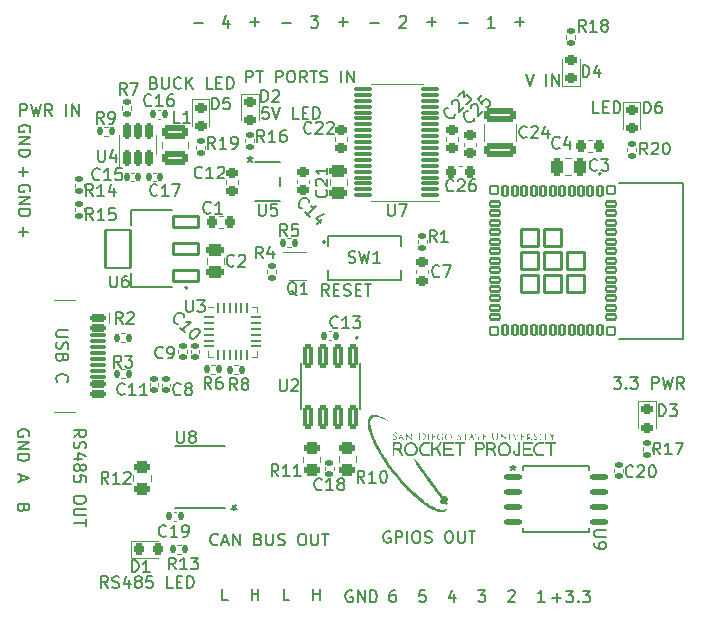
<source format=gto>
G04 #@! TF.GenerationSoftware,KiCad,Pcbnew,7.0.7*
G04 #@! TF.CreationDate,2024-09-25T18:01:08-07:00*
G04 #@! TF.ProjectId,LAF Board Proto V1.0,4c414620-426f-4617-9264-2050726f746f,rev?*
G04 #@! TF.SameCoordinates,Original*
G04 #@! TF.FileFunction,Legend,Top*
G04 #@! TF.FilePolarity,Positive*
%FSLAX46Y46*%
G04 Gerber Fmt 4.6, Leading zero omitted, Abs format (unit mm)*
G04 Created by KiCad (PCBNEW 7.0.7) date 2024-09-25 18:01:08*
%MOMM*%
%LPD*%
G01*
G04 APERTURE LIST*
G04 Aperture macros list*
%AMRoundRect*
0 Rectangle with rounded corners*
0 $1 Rounding radius*
0 $2 $3 $4 $5 $6 $7 $8 $9 X,Y pos of 4 corners*
0 Add a 4 corners polygon primitive as box body*
4,1,4,$2,$3,$4,$5,$6,$7,$8,$9,$2,$3,0*
0 Add four circle primitives for the rounded corners*
1,1,$1+$1,$2,$3*
1,1,$1+$1,$4,$5*
1,1,$1+$1,$6,$7*
1,1,$1+$1,$8,$9*
0 Add four rect primitives between the rounded corners*
20,1,$1+$1,$2,$3,$4,$5,0*
20,1,$1+$1,$4,$5,$6,$7,0*
20,1,$1+$1,$6,$7,$8,$9,0*
20,1,$1+$1,$8,$9,$2,$3,0*%
G04 Aperture macros list end*
%ADD10C,0.150000*%
%ADD11C,0.120000*%
%ADD12C,0.127000*%
%ADD13C,0.200000*%
%ADD14C,0.152400*%
%ADD15C,0.010000*%
%ADD16R,2.200000X2.200000*%
%ADD17C,2.200000*%
%ADD18RoundRect,0.250000X-0.850000X0.375000X-0.850000X-0.375000X0.850000X-0.375000X0.850000X0.375000X0*%
%ADD19RoundRect,0.135000X-0.135000X-0.185000X0.135000X-0.185000X0.135000X0.185000X-0.135000X0.185000X0*%
%ADD20RoundRect,0.135000X0.185000X-0.135000X0.185000X0.135000X-0.185000X0.135000X-0.185000X-0.135000X0*%
%ADD21RoundRect,0.140000X-0.170000X0.140000X-0.170000X-0.140000X0.170000X-0.140000X0.170000X0.140000X0*%
%ADD22RoundRect,0.175750X-0.221250X0.801250X-0.221250X-0.801250X0.221250X-0.801250X0.221250X0.801250X0*%
%ADD23RoundRect,0.250000X-1.100000X0.325000X-1.100000X-0.325000X1.100000X-0.325000X1.100000X0.325000X0*%
%ADD24RoundRect,0.250000X-0.450000X0.262500X-0.450000X-0.262500X0.450000X-0.262500X0.450000X0.262500X0*%
%ADD25RoundRect,0.135000X-0.185000X0.135000X-0.185000X-0.135000X0.185000X-0.135000X0.185000X0.135000X0*%
%ADD26R,0.952500X0.508000*%
%ADD27RoundRect,0.075000X0.662500X0.075000X-0.662500X0.075000X-0.662500X-0.075000X0.662500X-0.075000X0*%
%ADD28RoundRect,0.218750X0.256250X-0.218750X0.256250X0.218750X-0.256250X0.218750X-0.256250X-0.218750X0*%
%ADD29RoundRect,0.140000X-0.140000X-0.170000X0.140000X-0.170000X0.140000X0.170000X-0.140000X0.170000X0*%
%ADD30RoundRect,0.225000X-0.250000X0.225000X-0.250000X-0.225000X0.250000X-0.225000X0.250000X0.225000X0*%
%ADD31RoundRect,0.250000X0.450000X-0.262500X0.450000X0.262500X-0.450000X0.262500X-0.450000X-0.262500X0*%
%ADD32RoundRect,0.135000X0.135000X0.185000X-0.135000X0.185000X-0.135000X-0.185000X0.135000X-0.185000X0*%
%ADD33RoundRect,0.062500X-0.350000X-0.062500X0.350000X-0.062500X0.350000X0.062500X-0.350000X0.062500X0*%
%ADD34RoundRect,0.062500X-0.062500X-0.350000X0.062500X-0.350000X0.062500X0.350000X-0.062500X0.350000X0*%
%ADD35R,2.700000X2.700000*%
%ADD36C,5.600000*%
%ADD37RoundRect,0.218750X-0.256250X0.218750X-0.256250X-0.218750X0.256250X-0.218750X0.256250X0.218750X0*%
%ADD38C,0.650000*%
%ADD39RoundRect,0.150000X-0.500000X0.150000X-0.500000X-0.150000X0.500000X-0.150000X0.500000X0.150000X0*%
%ADD40RoundRect,0.075000X-0.575000X0.075000X-0.575000X-0.075000X0.575000X-0.075000X0.575000X0.075000X0*%
%ADD41O,2.100000X1.000000*%
%ADD42O,1.600000X1.000000*%
%ADD43RoundRect,0.140000X0.140000X0.170000X-0.140000X0.170000X-0.140000X-0.170000X0.140000X-0.170000X0*%
%ADD44RoundRect,0.133350X-0.615950X-0.133350X0.615950X-0.133350X0.615950X0.133350X-0.615950X0.133350X0*%
%ADD45RoundRect,0.140000X0.170000X-0.140000X0.170000X0.140000X-0.170000X0.140000X-0.170000X-0.140000X0*%
%ADD46R,0.650000X0.400000*%
%ADD47R,0.889000X1.397000*%
%ADD48RoundRect,0.225000X-0.225000X-0.250000X0.225000X-0.250000X0.225000X0.250000X-0.225000X0.250000X0*%
%ADD49RoundRect,0.250000X-0.475000X0.250000X-0.475000X-0.250000X0.475000X-0.250000X0.475000X0.250000X0*%
%ADD50RoundRect,0.150000X0.150000X-0.512500X0.150000X0.512500X-0.150000X0.512500X-0.150000X-0.512500X0*%
%ADD51R,1.981200X0.540800*%
%ADD52RoundRect,0.250000X0.250000X0.475000X-0.250000X0.475000X-0.250000X-0.475000X0.250000X-0.475000X0*%
%ADD53RoundRect,0.102000X-0.200000X0.400000X-0.200000X-0.400000X0.200000X-0.400000X0.200000X0.400000X0*%
%ADD54RoundRect,0.102000X-0.400000X0.200000X-0.400000X-0.200000X0.400000X-0.200000X0.400000X0.200000X0*%
%ADD55RoundRect,0.102000X-0.725000X0.725000X-0.725000X-0.725000X0.725000X-0.725000X0.725000X0.725000X0*%
%ADD56RoundRect,0.102000X-0.350000X0.350000X-0.350000X-0.350000X0.350000X-0.350000X0.350000X0.350000X0*%
%ADD57RoundRect,0.250000X0.475000X-0.250000X0.475000X0.250000X-0.475000X0.250000X-0.475000X-0.250000X0*%
%ADD58RoundRect,0.218750X-0.218750X-0.256250X0.218750X-0.256250X0.218750X0.256250X-0.218750X0.256250X0*%
%ADD59RoundRect,0.102000X1.075000X0.475000X-1.075000X0.475000X-1.075000X-0.475000X1.075000X-0.475000X0*%
%ADD60RoundRect,0.102000X1.075000X1.625000X-1.075000X1.625000X-1.075000X-1.625000X1.075000X-1.625000X0*%
%ADD61C,2.000000*%
%ADD62O,2.200000X2.200000*%
G04 APERTURE END LIST*
D10*
X27012561Y-40730588D02*
X27060180Y-40635350D01*
X27060180Y-40635350D02*
X27060180Y-40492493D01*
X27060180Y-40492493D02*
X27012561Y-40349636D01*
X27012561Y-40349636D02*
X26917323Y-40254398D01*
X26917323Y-40254398D02*
X26822085Y-40206779D01*
X26822085Y-40206779D02*
X26631609Y-40159160D01*
X26631609Y-40159160D02*
X26488752Y-40159160D01*
X26488752Y-40159160D02*
X26298276Y-40206779D01*
X26298276Y-40206779D02*
X26203038Y-40254398D01*
X26203038Y-40254398D02*
X26107800Y-40349636D01*
X26107800Y-40349636D02*
X26060180Y-40492493D01*
X26060180Y-40492493D02*
X26060180Y-40587731D01*
X26060180Y-40587731D02*
X26107800Y-40730588D01*
X26107800Y-40730588D02*
X26155419Y-40778207D01*
X26155419Y-40778207D02*
X26488752Y-40778207D01*
X26488752Y-40778207D02*
X26488752Y-40587731D01*
X26060180Y-41206779D02*
X27060180Y-41206779D01*
X27060180Y-41206779D02*
X26060180Y-41778207D01*
X26060180Y-41778207D02*
X27060180Y-41778207D01*
X26060180Y-42254398D02*
X27060180Y-42254398D01*
X27060180Y-42254398D02*
X27060180Y-42492493D01*
X27060180Y-42492493D02*
X27012561Y-42635350D01*
X27012561Y-42635350D02*
X26917323Y-42730588D01*
X26917323Y-42730588D02*
X26822085Y-42778207D01*
X26822085Y-42778207D02*
X26631609Y-42825826D01*
X26631609Y-42825826D02*
X26488752Y-42825826D01*
X26488752Y-42825826D02*
X26298276Y-42778207D01*
X26298276Y-42778207D02*
X26203038Y-42730588D01*
X26203038Y-42730588D02*
X26107800Y-42635350D01*
X26107800Y-42635350D02*
X26060180Y-42492493D01*
X26060180Y-42492493D02*
X26060180Y-42254398D01*
X60492095Y-74489819D02*
X60015905Y-74489819D01*
X60015905Y-74489819D02*
X59968286Y-74966009D01*
X59968286Y-74966009D02*
X60015905Y-74918390D01*
X60015905Y-74918390D02*
X60111143Y-74870771D01*
X60111143Y-74870771D02*
X60349238Y-74870771D01*
X60349238Y-74870771D02*
X60444476Y-74918390D01*
X60444476Y-74918390D02*
X60492095Y-74966009D01*
X60492095Y-74966009D02*
X60539714Y-75061247D01*
X60539714Y-75061247D02*
X60539714Y-75299342D01*
X60539714Y-75299342D02*
X60492095Y-75394580D01*
X60492095Y-75394580D02*
X60444476Y-75442200D01*
X60444476Y-75442200D02*
X60349238Y-75489819D01*
X60349238Y-75489819D02*
X60111143Y-75489819D01*
X60111143Y-75489819D02*
X60015905Y-75442200D01*
X60015905Y-75442200D02*
X59968286Y-75394580D01*
X48352506Y-26488866D02*
X49114411Y-26488866D01*
X50778280Y-25869819D02*
X51397327Y-25869819D01*
X51397327Y-25869819D02*
X51063994Y-26250771D01*
X51063994Y-26250771D02*
X51206851Y-26250771D01*
X51206851Y-26250771D02*
X51302089Y-26298390D01*
X51302089Y-26298390D02*
X51349708Y-26346009D01*
X51349708Y-26346009D02*
X51397327Y-26441247D01*
X51397327Y-26441247D02*
X51397327Y-26679342D01*
X51397327Y-26679342D02*
X51349708Y-26774580D01*
X51349708Y-26774580D02*
X51302089Y-26822200D01*
X51302089Y-26822200D02*
X51206851Y-26869819D01*
X51206851Y-26869819D02*
X50921137Y-26869819D01*
X50921137Y-26869819D02*
X50825899Y-26822200D01*
X50825899Y-26822200D02*
X50778280Y-26774580D01*
X57500588Y-69547438D02*
X57405350Y-69499819D01*
X57405350Y-69499819D02*
X57262493Y-69499819D01*
X57262493Y-69499819D02*
X57119636Y-69547438D01*
X57119636Y-69547438D02*
X57024398Y-69642676D01*
X57024398Y-69642676D02*
X56976779Y-69737914D01*
X56976779Y-69737914D02*
X56929160Y-69928390D01*
X56929160Y-69928390D02*
X56929160Y-70071247D01*
X56929160Y-70071247D02*
X56976779Y-70261723D01*
X56976779Y-70261723D02*
X57024398Y-70356961D01*
X57024398Y-70356961D02*
X57119636Y-70452200D01*
X57119636Y-70452200D02*
X57262493Y-70499819D01*
X57262493Y-70499819D02*
X57357731Y-70499819D01*
X57357731Y-70499819D02*
X57500588Y-70452200D01*
X57500588Y-70452200D02*
X57548207Y-70404580D01*
X57548207Y-70404580D02*
X57548207Y-70071247D01*
X57548207Y-70071247D02*
X57357731Y-70071247D01*
X57976779Y-70499819D02*
X57976779Y-69499819D01*
X57976779Y-69499819D02*
X58357731Y-69499819D01*
X58357731Y-69499819D02*
X58452969Y-69547438D01*
X58452969Y-69547438D02*
X58500588Y-69595057D01*
X58500588Y-69595057D02*
X58548207Y-69690295D01*
X58548207Y-69690295D02*
X58548207Y-69833152D01*
X58548207Y-69833152D02*
X58500588Y-69928390D01*
X58500588Y-69928390D02*
X58452969Y-69976009D01*
X58452969Y-69976009D02*
X58357731Y-70023628D01*
X58357731Y-70023628D02*
X57976779Y-70023628D01*
X58976779Y-70499819D02*
X58976779Y-69499819D01*
X59643445Y-69499819D02*
X59833921Y-69499819D01*
X59833921Y-69499819D02*
X59929159Y-69547438D01*
X59929159Y-69547438D02*
X60024397Y-69642676D01*
X60024397Y-69642676D02*
X60072016Y-69833152D01*
X60072016Y-69833152D02*
X60072016Y-70166485D01*
X60072016Y-70166485D02*
X60024397Y-70356961D01*
X60024397Y-70356961D02*
X59929159Y-70452200D01*
X59929159Y-70452200D02*
X59833921Y-70499819D01*
X59833921Y-70499819D02*
X59643445Y-70499819D01*
X59643445Y-70499819D02*
X59548207Y-70452200D01*
X59548207Y-70452200D02*
X59452969Y-70356961D01*
X59452969Y-70356961D02*
X59405350Y-70166485D01*
X59405350Y-70166485D02*
X59405350Y-69833152D01*
X59405350Y-69833152D02*
X59452969Y-69642676D01*
X59452969Y-69642676D02*
X59548207Y-69547438D01*
X59548207Y-69547438D02*
X59643445Y-69499819D01*
X60452969Y-70452200D02*
X60595826Y-70499819D01*
X60595826Y-70499819D02*
X60833921Y-70499819D01*
X60833921Y-70499819D02*
X60929159Y-70452200D01*
X60929159Y-70452200D02*
X60976778Y-70404580D01*
X60976778Y-70404580D02*
X61024397Y-70309342D01*
X61024397Y-70309342D02*
X61024397Y-70214104D01*
X61024397Y-70214104D02*
X60976778Y-70118866D01*
X60976778Y-70118866D02*
X60929159Y-70071247D01*
X60929159Y-70071247D02*
X60833921Y-70023628D01*
X60833921Y-70023628D02*
X60643445Y-69976009D01*
X60643445Y-69976009D02*
X60548207Y-69928390D01*
X60548207Y-69928390D02*
X60500588Y-69880771D01*
X60500588Y-69880771D02*
X60452969Y-69785533D01*
X60452969Y-69785533D02*
X60452969Y-69690295D01*
X60452969Y-69690295D02*
X60500588Y-69595057D01*
X60500588Y-69595057D02*
X60548207Y-69547438D01*
X60548207Y-69547438D02*
X60643445Y-69499819D01*
X60643445Y-69499819D02*
X60881540Y-69499819D01*
X60881540Y-69499819D02*
X61024397Y-69547438D01*
X62405350Y-69499819D02*
X62595826Y-69499819D01*
X62595826Y-69499819D02*
X62691064Y-69547438D01*
X62691064Y-69547438D02*
X62786302Y-69642676D01*
X62786302Y-69642676D02*
X62833921Y-69833152D01*
X62833921Y-69833152D02*
X62833921Y-70166485D01*
X62833921Y-70166485D02*
X62786302Y-70356961D01*
X62786302Y-70356961D02*
X62691064Y-70452200D01*
X62691064Y-70452200D02*
X62595826Y-70499819D01*
X62595826Y-70499819D02*
X62405350Y-70499819D01*
X62405350Y-70499819D02*
X62310112Y-70452200D01*
X62310112Y-70452200D02*
X62214874Y-70356961D01*
X62214874Y-70356961D02*
X62167255Y-70166485D01*
X62167255Y-70166485D02*
X62167255Y-69833152D01*
X62167255Y-69833152D02*
X62214874Y-69642676D01*
X62214874Y-69642676D02*
X62310112Y-69547438D01*
X62310112Y-69547438D02*
X62405350Y-69499819D01*
X63262493Y-69499819D02*
X63262493Y-70309342D01*
X63262493Y-70309342D02*
X63310112Y-70404580D01*
X63310112Y-70404580D02*
X63357731Y-70452200D01*
X63357731Y-70452200D02*
X63452969Y-70499819D01*
X63452969Y-70499819D02*
X63643445Y-70499819D01*
X63643445Y-70499819D02*
X63738683Y-70452200D01*
X63738683Y-70452200D02*
X63786302Y-70404580D01*
X63786302Y-70404580D02*
X63833921Y-70309342D01*
X63833921Y-70309342D02*
X63833921Y-69499819D01*
X64167255Y-69499819D02*
X64738683Y-69499819D01*
X64452969Y-70499819D02*
X64452969Y-69499819D01*
X64948667Y-74489819D02*
X65567714Y-74489819D01*
X65567714Y-74489819D02*
X65234381Y-74870771D01*
X65234381Y-74870771D02*
X65377238Y-74870771D01*
X65377238Y-74870771D02*
X65472476Y-74918390D01*
X65472476Y-74918390D02*
X65520095Y-74966009D01*
X65520095Y-74966009D02*
X65567714Y-75061247D01*
X65567714Y-75061247D02*
X65567714Y-75299342D01*
X65567714Y-75299342D02*
X65520095Y-75394580D01*
X65520095Y-75394580D02*
X65472476Y-75442200D01*
X65472476Y-75442200D02*
X65377238Y-75489819D01*
X65377238Y-75489819D02*
X65091524Y-75489819D01*
X65091524Y-75489819D02*
X64996286Y-75442200D01*
X64996286Y-75442200D02*
X64948667Y-75394580D01*
X70595714Y-75489819D02*
X70024286Y-75489819D01*
X70310000Y-75489819D02*
X70310000Y-74489819D01*
X70310000Y-74489819D02*
X70214762Y-74632676D01*
X70214762Y-74632676D02*
X70119524Y-74727914D01*
X70119524Y-74727914D02*
X70024286Y-74775533D01*
X46043943Y-25990982D02*
X46043943Y-26752887D01*
X45662990Y-26371934D02*
X46424895Y-26371934D01*
X66368781Y-26869819D02*
X65797353Y-26869819D01*
X66083067Y-26869819D02*
X66083067Y-25869819D01*
X66083067Y-25869819D02*
X65987829Y-26012676D01*
X65987829Y-26012676D02*
X65892591Y-26107914D01*
X65892591Y-26107914D02*
X65797353Y-26155533D01*
X33616666Y-74309819D02*
X33283333Y-73833628D01*
X33045238Y-74309819D02*
X33045238Y-73309819D01*
X33045238Y-73309819D02*
X33426190Y-73309819D01*
X33426190Y-73309819D02*
X33521428Y-73357438D01*
X33521428Y-73357438D02*
X33569047Y-73405057D01*
X33569047Y-73405057D02*
X33616666Y-73500295D01*
X33616666Y-73500295D02*
X33616666Y-73643152D01*
X33616666Y-73643152D02*
X33569047Y-73738390D01*
X33569047Y-73738390D02*
X33521428Y-73786009D01*
X33521428Y-73786009D02*
X33426190Y-73833628D01*
X33426190Y-73833628D02*
X33045238Y-73833628D01*
X33997619Y-74262200D02*
X34140476Y-74309819D01*
X34140476Y-74309819D02*
X34378571Y-74309819D01*
X34378571Y-74309819D02*
X34473809Y-74262200D01*
X34473809Y-74262200D02*
X34521428Y-74214580D01*
X34521428Y-74214580D02*
X34569047Y-74119342D01*
X34569047Y-74119342D02*
X34569047Y-74024104D01*
X34569047Y-74024104D02*
X34521428Y-73928866D01*
X34521428Y-73928866D02*
X34473809Y-73881247D01*
X34473809Y-73881247D02*
X34378571Y-73833628D01*
X34378571Y-73833628D02*
X34188095Y-73786009D01*
X34188095Y-73786009D02*
X34092857Y-73738390D01*
X34092857Y-73738390D02*
X34045238Y-73690771D01*
X34045238Y-73690771D02*
X33997619Y-73595533D01*
X33997619Y-73595533D02*
X33997619Y-73500295D01*
X33997619Y-73500295D02*
X34045238Y-73405057D01*
X34045238Y-73405057D02*
X34092857Y-73357438D01*
X34092857Y-73357438D02*
X34188095Y-73309819D01*
X34188095Y-73309819D02*
X34426190Y-73309819D01*
X34426190Y-73309819D02*
X34569047Y-73357438D01*
X35426190Y-73643152D02*
X35426190Y-74309819D01*
X35188095Y-73262200D02*
X34950000Y-73976485D01*
X34950000Y-73976485D02*
X35569047Y-73976485D01*
X36092857Y-73738390D02*
X35997619Y-73690771D01*
X35997619Y-73690771D02*
X35950000Y-73643152D01*
X35950000Y-73643152D02*
X35902381Y-73547914D01*
X35902381Y-73547914D02*
X35902381Y-73500295D01*
X35902381Y-73500295D02*
X35950000Y-73405057D01*
X35950000Y-73405057D02*
X35997619Y-73357438D01*
X35997619Y-73357438D02*
X36092857Y-73309819D01*
X36092857Y-73309819D02*
X36283333Y-73309819D01*
X36283333Y-73309819D02*
X36378571Y-73357438D01*
X36378571Y-73357438D02*
X36426190Y-73405057D01*
X36426190Y-73405057D02*
X36473809Y-73500295D01*
X36473809Y-73500295D02*
X36473809Y-73547914D01*
X36473809Y-73547914D02*
X36426190Y-73643152D01*
X36426190Y-73643152D02*
X36378571Y-73690771D01*
X36378571Y-73690771D02*
X36283333Y-73738390D01*
X36283333Y-73738390D02*
X36092857Y-73738390D01*
X36092857Y-73738390D02*
X35997619Y-73786009D01*
X35997619Y-73786009D02*
X35950000Y-73833628D01*
X35950000Y-73833628D02*
X35902381Y-73928866D01*
X35902381Y-73928866D02*
X35902381Y-74119342D01*
X35902381Y-74119342D02*
X35950000Y-74214580D01*
X35950000Y-74214580D02*
X35997619Y-74262200D01*
X35997619Y-74262200D02*
X36092857Y-74309819D01*
X36092857Y-74309819D02*
X36283333Y-74309819D01*
X36283333Y-74309819D02*
X36378571Y-74262200D01*
X36378571Y-74262200D02*
X36426190Y-74214580D01*
X36426190Y-74214580D02*
X36473809Y-74119342D01*
X36473809Y-74119342D02*
X36473809Y-73928866D01*
X36473809Y-73928866D02*
X36426190Y-73833628D01*
X36426190Y-73833628D02*
X36378571Y-73786009D01*
X36378571Y-73786009D02*
X36283333Y-73738390D01*
X37378571Y-73309819D02*
X36902381Y-73309819D01*
X36902381Y-73309819D02*
X36854762Y-73786009D01*
X36854762Y-73786009D02*
X36902381Y-73738390D01*
X36902381Y-73738390D02*
X36997619Y-73690771D01*
X36997619Y-73690771D02*
X37235714Y-73690771D01*
X37235714Y-73690771D02*
X37330952Y-73738390D01*
X37330952Y-73738390D02*
X37378571Y-73786009D01*
X37378571Y-73786009D02*
X37426190Y-73881247D01*
X37426190Y-73881247D02*
X37426190Y-74119342D01*
X37426190Y-74119342D02*
X37378571Y-74214580D01*
X37378571Y-74214580D02*
X37330952Y-74262200D01*
X37330952Y-74262200D02*
X37235714Y-74309819D01*
X37235714Y-74309819D02*
X36997619Y-74309819D01*
X36997619Y-74309819D02*
X36902381Y-74262200D01*
X36902381Y-74262200D02*
X36854762Y-74214580D01*
X39092857Y-74309819D02*
X38616667Y-74309819D01*
X38616667Y-74309819D02*
X38616667Y-73309819D01*
X39426191Y-73786009D02*
X39759524Y-73786009D01*
X39902381Y-74309819D02*
X39426191Y-74309819D01*
X39426191Y-74309819D02*
X39426191Y-73309819D01*
X39426191Y-73309819D02*
X39902381Y-73309819D01*
X40330953Y-74309819D02*
X40330953Y-73309819D01*
X40330953Y-73309819D02*
X40569048Y-73309819D01*
X40569048Y-73309819D02*
X40711905Y-73357438D01*
X40711905Y-73357438D02*
X40807143Y-73452676D01*
X40807143Y-73452676D02*
X40854762Y-73547914D01*
X40854762Y-73547914D02*
X40902381Y-73738390D01*
X40902381Y-73738390D02*
X40902381Y-73881247D01*
X40902381Y-73881247D02*
X40854762Y-74071723D01*
X40854762Y-74071723D02*
X40807143Y-74166961D01*
X40807143Y-74166961D02*
X40711905Y-74262200D01*
X40711905Y-74262200D02*
X40569048Y-74309819D01*
X40569048Y-74309819D02*
X40330953Y-74309819D01*
X47187970Y-33599821D02*
X46711780Y-33599821D01*
X46711780Y-33599821D02*
X46664161Y-34076011D01*
X46664161Y-34076011D02*
X46711780Y-34028392D01*
X46711780Y-34028392D02*
X46807018Y-33980773D01*
X46807018Y-33980773D02*
X47045113Y-33980773D01*
X47045113Y-33980773D02*
X47140351Y-34028392D01*
X47140351Y-34028392D02*
X47187970Y-34076011D01*
X47187970Y-34076011D02*
X47235589Y-34171249D01*
X47235589Y-34171249D02*
X47235589Y-34409344D01*
X47235589Y-34409344D02*
X47187970Y-34504582D01*
X47187970Y-34504582D02*
X47140351Y-34552202D01*
X47140351Y-34552202D02*
X47045113Y-34599821D01*
X47045113Y-34599821D02*
X46807018Y-34599821D01*
X46807018Y-34599821D02*
X46711780Y-34552202D01*
X46711780Y-34552202D02*
X46664161Y-34504582D01*
X47521304Y-33599821D02*
X47854637Y-34599821D01*
X47854637Y-34599821D02*
X48187970Y-33599821D01*
X49759399Y-34599821D02*
X49283209Y-34599821D01*
X49283209Y-34599821D02*
X49283209Y-33599821D01*
X50092733Y-34076011D02*
X50426066Y-34076011D01*
X50568923Y-34599821D02*
X50092733Y-34599821D01*
X50092733Y-34599821D02*
X50092733Y-33599821D01*
X50092733Y-33599821D02*
X50568923Y-33599821D01*
X50997495Y-34599821D02*
X50997495Y-33599821D01*
X50997495Y-33599821D02*
X51235590Y-33599821D01*
X51235590Y-33599821D02*
X51378447Y-33647440D01*
X51378447Y-33647440D02*
X51473685Y-33742678D01*
X51473685Y-33742678D02*
X51521304Y-33837916D01*
X51521304Y-33837916D02*
X51568923Y-34028392D01*
X51568923Y-34028392D02*
X51568923Y-34171249D01*
X51568923Y-34171249D02*
X51521304Y-34361725D01*
X51521304Y-34361725D02*
X51473685Y-34456963D01*
X51473685Y-34456963D02*
X51378447Y-34552202D01*
X51378447Y-34552202D02*
X51235590Y-34599821D01*
X51235590Y-34599821D02*
X50997495Y-34599821D01*
X68983922Y-30789819D02*
X69317255Y-31789819D01*
X69317255Y-31789819D02*
X69650588Y-30789819D01*
X70745827Y-31789819D02*
X70745827Y-30789819D01*
X71222017Y-31789819D02*
X71222017Y-30789819D01*
X71222017Y-30789819D02*
X71793445Y-31789819D01*
X71793445Y-31789819D02*
X71793445Y-30789819D01*
X30250180Y-52496779D02*
X29440657Y-52496779D01*
X29440657Y-52496779D02*
X29345419Y-52544398D01*
X29345419Y-52544398D02*
X29297800Y-52592017D01*
X29297800Y-52592017D02*
X29250180Y-52687255D01*
X29250180Y-52687255D02*
X29250180Y-52877731D01*
X29250180Y-52877731D02*
X29297800Y-52972969D01*
X29297800Y-52972969D02*
X29345419Y-53020588D01*
X29345419Y-53020588D02*
X29440657Y-53068207D01*
X29440657Y-53068207D02*
X30250180Y-53068207D01*
X29297800Y-53496779D02*
X29250180Y-53639636D01*
X29250180Y-53639636D02*
X29250180Y-53877731D01*
X29250180Y-53877731D02*
X29297800Y-53972969D01*
X29297800Y-53972969D02*
X29345419Y-54020588D01*
X29345419Y-54020588D02*
X29440657Y-54068207D01*
X29440657Y-54068207D02*
X29535895Y-54068207D01*
X29535895Y-54068207D02*
X29631133Y-54020588D01*
X29631133Y-54020588D02*
X29678752Y-53972969D01*
X29678752Y-53972969D02*
X29726371Y-53877731D01*
X29726371Y-53877731D02*
X29773990Y-53687255D01*
X29773990Y-53687255D02*
X29821609Y-53592017D01*
X29821609Y-53592017D02*
X29869228Y-53544398D01*
X29869228Y-53544398D02*
X29964466Y-53496779D01*
X29964466Y-53496779D02*
X30059704Y-53496779D01*
X30059704Y-53496779D02*
X30154942Y-53544398D01*
X30154942Y-53544398D02*
X30202561Y-53592017D01*
X30202561Y-53592017D02*
X30250180Y-53687255D01*
X30250180Y-53687255D02*
X30250180Y-53925350D01*
X30250180Y-53925350D02*
X30202561Y-54068207D01*
X29773990Y-54830112D02*
X29726371Y-54972969D01*
X29726371Y-54972969D02*
X29678752Y-55020588D01*
X29678752Y-55020588D02*
X29583514Y-55068207D01*
X29583514Y-55068207D02*
X29440657Y-55068207D01*
X29440657Y-55068207D02*
X29345419Y-55020588D01*
X29345419Y-55020588D02*
X29297800Y-54972969D01*
X29297800Y-54972969D02*
X29250180Y-54877731D01*
X29250180Y-54877731D02*
X29250180Y-54496779D01*
X29250180Y-54496779D02*
X30250180Y-54496779D01*
X30250180Y-54496779D02*
X30250180Y-54830112D01*
X30250180Y-54830112D02*
X30202561Y-54925350D01*
X30202561Y-54925350D02*
X30154942Y-54972969D01*
X30154942Y-54972969D02*
X30059704Y-55020588D01*
X30059704Y-55020588D02*
X29964466Y-55020588D01*
X29964466Y-55020588D02*
X29869228Y-54972969D01*
X29869228Y-54972969D02*
X29821609Y-54925350D01*
X29821609Y-54925350D02*
X29773990Y-54830112D01*
X29773990Y-54830112D02*
X29773990Y-54496779D01*
X29345419Y-56830112D02*
X29297800Y-56782493D01*
X29297800Y-56782493D02*
X29250180Y-56639636D01*
X29250180Y-56639636D02*
X29250180Y-56544398D01*
X29250180Y-56544398D02*
X29297800Y-56401541D01*
X29297800Y-56401541D02*
X29393038Y-56306303D01*
X29393038Y-56306303D02*
X29488276Y-56258684D01*
X29488276Y-56258684D02*
X29678752Y-56211065D01*
X29678752Y-56211065D02*
X29821609Y-56211065D01*
X29821609Y-56211065D02*
X30012085Y-56258684D01*
X30012085Y-56258684D02*
X30107323Y-56306303D01*
X30107323Y-56306303D02*
X30202561Y-56401541D01*
X30202561Y-56401541D02*
X30250180Y-56544398D01*
X30250180Y-56544398D02*
X30250180Y-56639636D01*
X30250180Y-56639636D02*
X30202561Y-56782493D01*
X30202561Y-56782493D02*
X30154942Y-56830112D01*
X63323960Y-26488866D02*
X64085865Y-26488866D01*
X26176779Y-34339819D02*
X26176779Y-33339819D01*
X26176779Y-33339819D02*
X26557731Y-33339819D01*
X26557731Y-33339819D02*
X26652969Y-33387438D01*
X26652969Y-33387438D02*
X26700588Y-33435057D01*
X26700588Y-33435057D02*
X26748207Y-33530295D01*
X26748207Y-33530295D02*
X26748207Y-33673152D01*
X26748207Y-33673152D02*
X26700588Y-33768390D01*
X26700588Y-33768390D02*
X26652969Y-33816009D01*
X26652969Y-33816009D02*
X26557731Y-33863628D01*
X26557731Y-33863628D02*
X26176779Y-33863628D01*
X27081541Y-33339819D02*
X27319636Y-34339819D01*
X27319636Y-34339819D02*
X27510112Y-33625533D01*
X27510112Y-33625533D02*
X27700588Y-34339819D01*
X27700588Y-34339819D02*
X27938684Y-33339819D01*
X28891064Y-34339819D02*
X28557731Y-33863628D01*
X28319636Y-34339819D02*
X28319636Y-33339819D01*
X28319636Y-33339819D02*
X28700588Y-33339819D01*
X28700588Y-33339819D02*
X28795826Y-33387438D01*
X28795826Y-33387438D02*
X28843445Y-33435057D01*
X28843445Y-33435057D02*
X28891064Y-33530295D01*
X28891064Y-33530295D02*
X28891064Y-33673152D01*
X28891064Y-33673152D02*
X28843445Y-33768390D01*
X28843445Y-33768390D02*
X28795826Y-33816009D01*
X28795826Y-33816009D02*
X28700588Y-33863628D01*
X28700588Y-33863628D02*
X28319636Y-33863628D01*
X30081541Y-34339819D02*
X30081541Y-33339819D01*
X30557731Y-34339819D02*
X30557731Y-33339819D01*
X30557731Y-33339819D02*
X31129159Y-34339819D01*
X31129159Y-34339819D02*
X31129159Y-33339819D01*
X43779523Y-75359819D02*
X43303333Y-75359819D01*
X43303333Y-75359819D02*
X43303333Y-74359819D01*
X45316779Y-31509819D02*
X45316779Y-30509819D01*
X45316779Y-30509819D02*
X45697731Y-30509819D01*
X45697731Y-30509819D02*
X45792969Y-30557438D01*
X45792969Y-30557438D02*
X45840588Y-30605057D01*
X45840588Y-30605057D02*
X45888207Y-30700295D01*
X45888207Y-30700295D02*
X45888207Y-30843152D01*
X45888207Y-30843152D02*
X45840588Y-30938390D01*
X45840588Y-30938390D02*
X45792969Y-30986009D01*
X45792969Y-30986009D02*
X45697731Y-31033628D01*
X45697731Y-31033628D02*
X45316779Y-31033628D01*
X46173922Y-30509819D02*
X46745350Y-30509819D01*
X46459636Y-31509819D02*
X46459636Y-30509819D01*
X47840589Y-31509819D02*
X47840589Y-30509819D01*
X47840589Y-30509819D02*
X48221541Y-30509819D01*
X48221541Y-30509819D02*
X48316779Y-30557438D01*
X48316779Y-30557438D02*
X48364398Y-30605057D01*
X48364398Y-30605057D02*
X48412017Y-30700295D01*
X48412017Y-30700295D02*
X48412017Y-30843152D01*
X48412017Y-30843152D02*
X48364398Y-30938390D01*
X48364398Y-30938390D02*
X48316779Y-30986009D01*
X48316779Y-30986009D02*
X48221541Y-31033628D01*
X48221541Y-31033628D02*
X47840589Y-31033628D01*
X49031065Y-30509819D02*
X49221541Y-30509819D01*
X49221541Y-30509819D02*
X49316779Y-30557438D01*
X49316779Y-30557438D02*
X49412017Y-30652676D01*
X49412017Y-30652676D02*
X49459636Y-30843152D01*
X49459636Y-30843152D02*
X49459636Y-31176485D01*
X49459636Y-31176485D02*
X49412017Y-31366961D01*
X49412017Y-31366961D02*
X49316779Y-31462200D01*
X49316779Y-31462200D02*
X49221541Y-31509819D01*
X49221541Y-31509819D02*
X49031065Y-31509819D01*
X49031065Y-31509819D02*
X48935827Y-31462200D01*
X48935827Y-31462200D02*
X48840589Y-31366961D01*
X48840589Y-31366961D02*
X48792970Y-31176485D01*
X48792970Y-31176485D02*
X48792970Y-30843152D01*
X48792970Y-30843152D02*
X48840589Y-30652676D01*
X48840589Y-30652676D02*
X48935827Y-30557438D01*
X48935827Y-30557438D02*
X49031065Y-30509819D01*
X50459636Y-31509819D02*
X50126303Y-31033628D01*
X49888208Y-31509819D02*
X49888208Y-30509819D01*
X49888208Y-30509819D02*
X50269160Y-30509819D01*
X50269160Y-30509819D02*
X50364398Y-30557438D01*
X50364398Y-30557438D02*
X50412017Y-30605057D01*
X50412017Y-30605057D02*
X50459636Y-30700295D01*
X50459636Y-30700295D02*
X50459636Y-30843152D01*
X50459636Y-30843152D02*
X50412017Y-30938390D01*
X50412017Y-30938390D02*
X50364398Y-30986009D01*
X50364398Y-30986009D02*
X50269160Y-31033628D01*
X50269160Y-31033628D02*
X49888208Y-31033628D01*
X50745351Y-30509819D02*
X51316779Y-30509819D01*
X51031065Y-31509819D02*
X51031065Y-30509819D01*
X51602494Y-31462200D02*
X51745351Y-31509819D01*
X51745351Y-31509819D02*
X51983446Y-31509819D01*
X51983446Y-31509819D02*
X52078684Y-31462200D01*
X52078684Y-31462200D02*
X52126303Y-31414580D01*
X52126303Y-31414580D02*
X52173922Y-31319342D01*
X52173922Y-31319342D02*
X52173922Y-31224104D01*
X52173922Y-31224104D02*
X52126303Y-31128866D01*
X52126303Y-31128866D02*
X52078684Y-31081247D01*
X52078684Y-31081247D02*
X51983446Y-31033628D01*
X51983446Y-31033628D02*
X51792970Y-30986009D01*
X51792970Y-30986009D02*
X51697732Y-30938390D01*
X51697732Y-30938390D02*
X51650113Y-30890771D01*
X51650113Y-30890771D02*
X51602494Y-30795533D01*
X51602494Y-30795533D02*
X51602494Y-30700295D01*
X51602494Y-30700295D02*
X51650113Y-30605057D01*
X51650113Y-30605057D02*
X51697732Y-30557438D01*
X51697732Y-30557438D02*
X51792970Y-30509819D01*
X51792970Y-30509819D02*
X52031065Y-30509819D01*
X52031065Y-30509819D02*
X52173922Y-30557438D01*
X53364399Y-31509819D02*
X53364399Y-30509819D01*
X53840589Y-31509819D02*
X53840589Y-30509819D01*
X53840589Y-30509819D02*
X54412017Y-31509819D01*
X54412017Y-31509819D02*
X54412017Y-30509819D01*
X71258572Y-75148866D02*
X72020477Y-75148866D01*
X71639524Y-75529819D02*
X71639524Y-74767914D01*
X72401429Y-74529819D02*
X73020476Y-74529819D01*
X73020476Y-74529819D02*
X72687143Y-74910771D01*
X72687143Y-74910771D02*
X72830000Y-74910771D01*
X72830000Y-74910771D02*
X72925238Y-74958390D01*
X72925238Y-74958390D02*
X72972857Y-75006009D01*
X72972857Y-75006009D02*
X73020476Y-75101247D01*
X73020476Y-75101247D02*
X73020476Y-75339342D01*
X73020476Y-75339342D02*
X72972857Y-75434580D01*
X72972857Y-75434580D02*
X72925238Y-75482200D01*
X72925238Y-75482200D02*
X72830000Y-75529819D01*
X72830000Y-75529819D02*
X72544286Y-75529819D01*
X72544286Y-75529819D02*
X72449048Y-75482200D01*
X72449048Y-75482200D02*
X72401429Y-75434580D01*
X73449048Y-75434580D02*
X73496667Y-75482200D01*
X73496667Y-75482200D02*
X73449048Y-75529819D01*
X73449048Y-75529819D02*
X73401429Y-75482200D01*
X73401429Y-75482200D02*
X73449048Y-75434580D01*
X73449048Y-75434580D02*
X73449048Y-75529819D01*
X73830000Y-74529819D02*
X74449047Y-74529819D01*
X74449047Y-74529819D02*
X74115714Y-74910771D01*
X74115714Y-74910771D02*
X74258571Y-74910771D01*
X74258571Y-74910771D02*
X74353809Y-74958390D01*
X74353809Y-74958390D02*
X74401428Y-75006009D01*
X74401428Y-75006009D02*
X74449047Y-75101247D01*
X74449047Y-75101247D02*
X74449047Y-75339342D01*
X74449047Y-75339342D02*
X74401428Y-75434580D01*
X74401428Y-75434580D02*
X74353809Y-75482200D01*
X74353809Y-75482200D02*
X74258571Y-75529819D01*
X74258571Y-75529819D02*
X73972857Y-75529819D01*
X73972857Y-75529819D02*
X73877619Y-75482200D01*
X73877619Y-75482200D02*
X73830000Y-75434580D01*
X37520112Y-31536009D02*
X37662969Y-31583628D01*
X37662969Y-31583628D02*
X37710588Y-31631247D01*
X37710588Y-31631247D02*
X37758207Y-31726485D01*
X37758207Y-31726485D02*
X37758207Y-31869342D01*
X37758207Y-31869342D02*
X37710588Y-31964580D01*
X37710588Y-31964580D02*
X37662969Y-32012200D01*
X37662969Y-32012200D02*
X37567731Y-32059819D01*
X37567731Y-32059819D02*
X37186779Y-32059819D01*
X37186779Y-32059819D02*
X37186779Y-31059819D01*
X37186779Y-31059819D02*
X37520112Y-31059819D01*
X37520112Y-31059819D02*
X37615350Y-31107438D01*
X37615350Y-31107438D02*
X37662969Y-31155057D01*
X37662969Y-31155057D02*
X37710588Y-31250295D01*
X37710588Y-31250295D02*
X37710588Y-31345533D01*
X37710588Y-31345533D02*
X37662969Y-31440771D01*
X37662969Y-31440771D02*
X37615350Y-31488390D01*
X37615350Y-31488390D02*
X37520112Y-31536009D01*
X37520112Y-31536009D02*
X37186779Y-31536009D01*
X38186779Y-31059819D02*
X38186779Y-31869342D01*
X38186779Y-31869342D02*
X38234398Y-31964580D01*
X38234398Y-31964580D02*
X38282017Y-32012200D01*
X38282017Y-32012200D02*
X38377255Y-32059819D01*
X38377255Y-32059819D02*
X38567731Y-32059819D01*
X38567731Y-32059819D02*
X38662969Y-32012200D01*
X38662969Y-32012200D02*
X38710588Y-31964580D01*
X38710588Y-31964580D02*
X38758207Y-31869342D01*
X38758207Y-31869342D02*
X38758207Y-31059819D01*
X39805826Y-31964580D02*
X39758207Y-32012200D01*
X39758207Y-32012200D02*
X39615350Y-32059819D01*
X39615350Y-32059819D02*
X39520112Y-32059819D01*
X39520112Y-32059819D02*
X39377255Y-32012200D01*
X39377255Y-32012200D02*
X39282017Y-31916961D01*
X39282017Y-31916961D02*
X39234398Y-31821723D01*
X39234398Y-31821723D02*
X39186779Y-31631247D01*
X39186779Y-31631247D02*
X39186779Y-31488390D01*
X39186779Y-31488390D02*
X39234398Y-31297914D01*
X39234398Y-31297914D02*
X39282017Y-31202676D01*
X39282017Y-31202676D02*
X39377255Y-31107438D01*
X39377255Y-31107438D02*
X39520112Y-31059819D01*
X39520112Y-31059819D02*
X39615350Y-31059819D01*
X39615350Y-31059819D02*
X39758207Y-31107438D01*
X39758207Y-31107438D02*
X39805826Y-31155057D01*
X40234398Y-32059819D02*
X40234398Y-31059819D01*
X40805826Y-32059819D02*
X40377255Y-31488390D01*
X40805826Y-31059819D02*
X40234398Y-31631247D01*
X42472493Y-32059819D02*
X41996303Y-32059819D01*
X41996303Y-32059819D02*
X41996303Y-31059819D01*
X42805827Y-31536009D02*
X43139160Y-31536009D01*
X43282017Y-32059819D02*
X42805827Y-32059819D01*
X42805827Y-32059819D02*
X42805827Y-31059819D01*
X42805827Y-31059819D02*
X43282017Y-31059819D01*
X43710589Y-32059819D02*
X43710589Y-31059819D01*
X43710589Y-31059819D02*
X43948684Y-31059819D01*
X43948684Y-31059819D02*
X44091541Y-31107438D01*
X44091541Y-31107438D02*
X44186779Y-31202676D01*
X44186779Y-31202676D02*
X44234398Y-31297914D01*
X44234398Y-31297914D02*
X44282017Y-31488390D01*
X44282017Y-31488390D02*
X44282017Y-31631247D01*
X44282017Y-31631247D02*
X44234398Y-31821723D01*
X44234398Y-31821723D02*
X44186779Y-31916961D01*
X44186779Y-31916961D02*
X44091541Y-32012200D01*
X44091541Y-32012200D02*
X43948684Y-32059819D01*
X43948684Y-32059819D02*
X43710589Y-32059819D01*
X76431541Y-56439819D02*
X77050588Y-56439819D01*
X77050588Y-56439819D02*
X76717255Y-56820771D01*
X76717255Y-56820771D02*
X76860112Y-56820771D01*
X76860112Y-56820771D02*
X76955350Y-56868390D01*
X76955350Y-56868390D02*
X77002969Y-56916009D01*
X77002969Y-56916009D02*
X77050588Y-57011247D01*
X77050588Y-57011247D02*
X77050588Y-57249342D01*
X77050588Y-57249342D02*
X77002969Y-57344580D01*
X77002969Y-57344580D02*
X76955350Y-57392200D01*
X76955350Y-57392200D02*
X76860112Y-57439819D01*
X76860112Y-57439819D02*
X76574398Y-57439819D01*
X76574398Y-57439819D02*
X76479160Y-57392200D01*
X76479160Y-57392200D02*
X76431541Y-57344580D01*
X77479160Y-57344580D02*
X77526779Y-57392200D01*
X77526779Y-57392200D02*
X77479160Y-57439819D01*
X77479160Y-57439819D02*
X77431541Y-57392200D01*
X77431541Y-57392200D02*
X77479160Y-57344580D01*
X77479160Y-57344580D02*
X77479160Y-57439819D01*
X77860112Y-56439819D02*
X78479159Y-56439819D01*
X78479159Y-56439819D02*
X78145826Y-56820771D01*
X78145826Y-56820771D02*
X78288683Y-56820771D01*
X78288683Y-56820771D02*
X78383921Y-56868390D01*
X78383921Y-56868390D02*
X78431540Y-56916009D01*
X78431540Y-56916009D02*
X78479159Y-57011247D01*
X78479159Y-57011247D02*
X78479159Y-57249342D01*
X78479159Y-57249342D02*
X78431540Y-57344580D01*
X78431540Y-57344580D02*
X78383921Y-57392200D01*
X78383921Y-57392200D02*
X78288683Y-57439819D01*
X78288683Y-57439819D02*
X78002969Y-57439819D01*
X78002969Y-57439819D02*
X77907731Y-57392200D01*
X77907731Y-57392200D02*
X77860112Y-57344580D01*
X79669636Y-57439819D02*
X79669636Y-56439819D01*
X79669636Y-56439819D02*
X80050588Y-56439819D01*
X80050588Y-56439819D02*
X80145826Y-56487438D01*
X80145826Y-56487438D02*
X80193445Y-56535057D01*
X80193445Y-56535057D02*
X80241064Y-56630295D01*
X80241064Y-56630295D02*
X80241064Y-56773152D01*
X80241064Y-56773152D02*
X80193445Y-56868390D01*
X80193445Y-56868390D02*
X80145826Y-56916009D01*
X80145826Y-56916009D02*
X80050588Y-56963628D01*
X80050588Y-56963628D02*
X79669636Y-56963628D01*
X80574398Y-56439819D02*
X80812493Y-57439819D01*
X80812493Y-57439819D02*
X81002969Y-56725533D01*
X81002969Y-56725533D02*
X81193445Y-57439819D01*
X81193445Y-57439819D02*
X81431541Y-56439819D01*
X82383921Y-57439819D02*
X82050588Y-56963628D01*
X81812493Y-57439819D02*
X81812493Y-56439819D01*
X81812493Y-56439819D02*
X82193445Y-56439819D01*
X82193445Y-56439819D02*
X82288683Y-56487438D01*
X82288683Y-56487438D02*
X82336302Y-56535057D01*
X82336302Y-56535057D02*
X82383921Y-56630295D01*
X82383921Y-56630295D02*
X82383921Y-56773152D01*
X82383921Y-56773152D02*
X82336302Y-56868390D01*
X82336302Y-56868390D02*
X82288683Y-56916009D01*
X82288683Y-56916009D02*
X82193445Y-56963628D01*
X82193445Y-56963628D02*
X81812493Y-56963628D01*
X50972345Y-75359819D02*
X50972345Y-74359819D01*
X50972345Y-74836009D02*
X51543773Y-74836009D01*
X51543773Y-75359819D02*
X51543773Y-74359819D01*
X75202969Y-34119819D02*
X74726779Y-34119819D01*
X74726779Y-34119819D02*
X74726779Y-33119819D01*
X75536303Y-33596009D02*
X75869636Y-33596009D01*
X76012493Y-34119819D02*
X75536303Y-34119819D01*
X75536303Y-34119819D02*
X75536303Y-33119819D01*
X75536303Y-33119819D02*
X76012493Y-33119819D01*
X76441065Y-34119819D02*
X76441065Y-33119819D01*
X76441065Y-33119819D02*
X76679160Y-33119819D01*
X76679160Y-33119819D02*
X76822017Y-33167438D01*
X76822017Y-33167438D02*
X76917255Y-33262676D01*
X76917255Y-33262676D02*
X76964874Y-33357914D01*
X76964874Y-33357914D02*
X77012493Y-33548390D01*
X77012493Y-33548390D02*
X77012493Y-33691247D01*
X77012493Y-33691247D02*
X76964874Y-33881723D01*
X76964874Y-33881723D02*
X76917255Y-33976961D01*
X76917255Y-33976961D02*
X76822017Y-34072200D01*
X76822017Y-34072200D02*
X76679160Y-34119819D01*
X76679160Y-34119819D02*
X76441065Y-34119819D01*
X68501133Y-25990982D02*
X68501133Y-26752887D01*
X68120180Y-26371934D02*
X68882085Y-26371934D01*
X62958476Y-74823152D02*
X62958476Y-75489819D01*
X62720381Y-74442200D02*
X62482286Y-75156485D01*
X62482286Y-75156485D02*
X63101333Y-75156485D01*
X26493990Y-67540112D02*
X26446371Y-67682969D01*
X26446371Y-67682969D02*
X26398752Y-67730588D01*
X26398752Y-67730588D02*
X26303514Y-67778207D01*
X26303514Y-67778207D02*
X26160657Y-67778207D01*
X26160657Y-67778207D02*
X26065419Y-67730588D01*
X26065419Y-67730588D02*
X26017800Y-67682969D01*
X26017800Y-67682969D02*
X25970180Y-67587731D01*
X25970180Y-67587731D02*
X25970180Y-67206779D01*
X25970180Y-67206779D02*
X26970180Y-67206779D01*
X26970180Y-67206779D02*
X26970180Y-67540112D01*
X26970180Y-67540112D02*
X26922561Y-67635350D01*
X26922561Y-67635350D02*
X26874942Y-67682969D01*
X26874942Y-67682969D02*
X26779704Y-67730588D01*
X26779704Y-67730588D02*
X26684466Y-67730588D01*
X26684466Y-67730588D02*
X26589228Y-67682969D01*
X26589228Y-67682969D02*
X26541609Y-67635350D01*
X26541609Y-67635350D02*
X26493990Y-67540112D01*
X26493990Y-67540112D02*
X26493990Y-67206779D01*
X52308207Y-49589819D02*
X51974874Y-49113628D01*
X51736779Y-49589819D02*
X51736779Y-48589819D01*
X51736779Y-48589819D02*
X52117731Y-48589819D01*
X52117731Y-48589819D02*
X52212969Y-48637438D01*
X52212969Y-48637438D02*
X52260588Y-48685057D01*
X52260588Y-48685057D02*
X52308207Y-48780295D01*
X52308207Y-48780295D02*
X52308207Y-48923152D01*
X52308207Y-48923152D02*
X52260588Y-49018390D01*
X52260588Y-49018390D02*
X52212969Y-49066009D01*
X52212969Y-49066009D02*
X52117731Y-49113628D01*
X52117731Y-49113628D02*
X51736779Y-49113628D01*
X52736779Y-49066009D02*
X53070112Y-49066009D01*
X53212969Y-49589819D02*
X52736779Y-49589819D01*
X52736779Y-49589819D02*
X52736779Y-48589819D01*
X52736779Y-48589819D02*
X53212969Y-48589819D01*
X53593922Y-49542200D02*
X53736779Y-49589819D01*
X53736779Y-49589819D02*
X53974874Y-49589819D01*
X53974874Y-49589819D02*
X54070112Y-49542200D01*
X54070112Y-49542200D02*
X54117731Y-49494580D01*
X54117731Y-49494580D02*
X54165350Y-49399342D01*
X54165350Y-49399342D02*
X54165350Y-49304104D01*
X54165350Y-49304104D02*
X54117731Y-49208866D01*
X54117731Y-49208866D02*
X54070112Y-49161247D01*
X54070112Y-49161247D02*
X53974874Y-49113628D01*
X53974874Y-49113628D02*
X53784398Y-49066009D01*
X53784398Y-49066009D02*
X53689160Y-49018390D01*
X53689160Y-49018390D02*
X53641541Y-48970771D01*
X53641541Y-48970771D02*
X53593922Y-48875533D01*
X53593922Y-48875533D02*
X53593922Y-48780295D01*
X53593922Y-48780295D02*
X53641541Y-48685057D01*
X53641541Y-48685057D02*
X53689160Y-48637438D01*
X53689160Y-48637438D02*
X53784398Y-48589819D01*
X53784398Y-48589819D02*
X54022493Y-48589819D01*
X54022493Y-48589819D02*
X54165350Y-48637438D01*
X54593922Y-49066009D02*
X54927255Y-49066009D01*
X55070112Y-49589819D02*
X54593922Y-49589819D01*
X54593922Y-49589819D02*
X54593922Y-48589819D01*
X54593922Y-48589819D02*
X55070112Y-48589819D01*
X55355827Y-48589819D02*
X55927255Y-48589819D01*
X55641541Y-49589819D02*
X55641541Y-48589819D01*
X45780305Y-75359819D02*
X45780305Y-74359819D01*
X45780305Y-74836009D02*
X46351733Y-74836009D01*
X46351733Y-75359819D02*
X46351733Y-74359819D01*
X30720180Y-61548207D02*
X31196371Y-61214874D01*
X30720180Y-60976779D02*
X31720180Y-60976779D01*
X31720180Y-60976779D02*
X31720180Y-61357731D01*
X31720180Y-61357731D02*
X31672561Y-61452969D01*
X31672561Y-61452969D02*
X31624942Y-61500588D01*
X31624942Y-61500588D02*
X31529704Y-61548207D01*
X31529704Y-61548207D02*
X31386847Y-61548207D01*
X31386847Y-61548207D02*
X31291609Y-61500588D01*
X31291609Y-61500588D02*
X31243990Y-61452969D01*
X31243990Y-61452969D02*
X31196371Y-61357731D01*
X31196371Y-61357731D02*
X31196371Y-60976779D01*
X30767800Y-61929160D02*
X30720180Y-62072017D01*
X30720180Y-62072017D02*
X30720180Y-62310112D01*
X30720180Y-62310112D02*
X30767800Y-62405350D01*
X30767800Y-62405350D02*
X30815419Y-62452969D01*
X30815419Y-62452969D02*
X30910657Y-62500588D01*
X30910657Y-62500588D02*
X31005895Y-62500588D01*
X31005895Y-62500588D02*
X31101133Y-62452969D01*
X31101133Y-62452969D02*
X31148752Y-62405350D01*
X31148752Y-62405350D02*
X31196371Y-62310112D01*
X31196371Y-62310112D02*
X31243990Y-62119636D01*
X31243990Y-62119636D02*
X31291609Y-62024398D01*
X31291609Y-62024398D02*
X31339228Y-61976779D01*
X31339228Y-61976779D02*
X31434466Y-61929160D01*
X31434466Y-61929160D02*
X31529704Y-61929160D01*
X31529704Y-61929160D02*
X31624942Y-61976779D01*
X31624942Y-61976779D02*
X31672561Y-62024398D01*
X31672561Y-62024398D02*
X31720180Y-62119636D01*
X31720180Y-62119636D02*
X31720180Y-62357731D01*
X31720180Y-62357731D02*
X31672561Y-62500588D01*
X31386847Y-63357731D02*
X30720180Y-63357731D01*
X31767800Y-63119636D02*
X31053514Y-62881541D01*
X31053514Y-62881541D02*
X31053514Y-63500588D01*
X31291609Y-64024398D02*
X31339228Y-63929160D01*
X31339228Y-63929160D02*
X31386847Y-63881541D01*
X31386847Y-63881541D02*
X31482085Y-63833922D01*
X31482085Y-63833922D02*
X31529704Y-63833922D01*
X31529704Y-63833922D02*
X31624942Y-63881541D01*
X31624942Y-63881541D02*
X31672561Y-63929160D01*
X31672561Y-63929160D02*
X31720180Y-64024398D01*
X31720180Y-64024398D02*
X31720180Y-64214874D01*
X31720180Y-64214874D02*
X31672561Y-64310112D01*
X31672561Y-64310112D02*
X31624942Y-64357731D01*
X31624942Y-64357731D02*
X31529704Y-64405350D01*
X31529704Y-64405350D02*
X31482085Y-64405350D01*
X31482085Y-64405350D02*
X31386847Y-64357731D01*
X31386847Y-64357731D02*
X31339228Y-64310112D01*
X31339228Y-64310112D02*
X31291609Y-64214874D01*
X31291609Y-64214874D02*
X31291609Y-64024398D01*
X31291609Y-64024398D02*
X31243990Y-63929160D01*
X31243990Y-63929160D02*
X31196371Y-63881541D01*
X31196371Y-63881541D02*
X31101133Y-63833922D01*
X31101133Y-63833922D02*
X30910657Y-63833922D01*
X30910657Y-63833922D02*
X30815419Y-63881541D01*
X30815419Y-63881541D02*
X30767800Y-63929160D01*
X30767800Y-63929160D02*
X30720180Y-64024398D01*
X30720180Y-64024398D02*
X30720180Y-64214874D01*
X30720180Y-64214874D02*
X30767800Y-64310112D01*
X30767800Y-64310112D02*
X30815419Y-64357731D01*
X30815419Y-64357731D02*
X30910657Y-64405350D01*
X30910657Y-64405350D02*
X31101133Y-64405350D01*
X31101133Y-64405350D02*
X31196371Y-64357731D01*
X31196371Y-64357731D02*
X31243990Y-64310112D01*
X31243990Y-64310112D02*
X31291609Y-64214874D01*
X31720180Y-65310112D02*
X31720180Y-64833922D01*
X31720180Y-64833922D02*
X31243990Y-64786303D01*
X31243990Y-64786303D02*
X31291609Y-64833922D01*
X31291609Y-64833922D02*
X31339228Y-64929160D01*
X31339228Y-64929160D02*
X31339228Y-65167255D01*
X31339228Y-65167255D02*
X31291609Y-65262493D01*
X31291609Y-65262493D02*
X31243990Y-65310112D01*
X31243990Y-65310112D02*
X31148752Y-65357731D01*
X31148752Y-65357731D02*
X30910657Y-65357731D01*
X30910657Y-65357731D02*
X30815419Y-65310112D01*
X30815419Y-65310112D02*
X30767800Y-65262493D01*
X30767800Y-65262493D02*
X30720180Y-65167255D01*
X30720180Y-65167255D02*
X30720180Y-64929160D01*
X30720180Y-64929160D02*
X30767800Y-64833922D01*
X30767800Y-64833922D02*
X30815419Y-64786303D01*
X31720180Y-66738684D02*
X31720180Y-66929160D01*
X31720180Y-66929160D02*
X31672561Y-67024398D01*
X31672561Y-67024398D02*
X31577323Y-67119636D01*
X31577323Y-67119636D02*
X31386847Y-67167255D01*
X31386847Y-67167255D02*
X31053514Y-67167255D01*
X31053514Y-67167255D02*
X30863038Y-67119636D01*
X30863038Y-67119636D02*
X30767800Y-67024398D01*
X30767800Y-67024398D02*
X30720180Y-66929160D01*
X30720180Y-66929160D02*
X30720180Y-66738684D01*
X30720180Y-66738684D02*
X30767800Y-66643446D01*
X30767800Y-66643446D02*
X30863038Y-66548208D01*
X30863038Y-66548208D02*
X31053514Y-66500589D01*
X31053514Y-66500589D02*
X31386847Y-66500589D01*
X31386847Y-66500589D02*
X31577323Y-66548208D01*
X31577323Y-66548208D02*
X31672561Y-66643446D01*
X31672561Y-66643446D02*
X31720180Y-66738684D01*
X31720180Y-67595827D02*
X30910657Y-67595827D01*
X30910657Y-67595827D02*
X30815419Y-67643446D01*
X30815419Y-67643446D02*
X30767800Y-67691065D01*
X30767800Y-67691065D02*
X30720180Y-67786303D01*
X30720180Y-67786303D02*
X30720180Y-67976779D01*
X30720180Y-67976779D02*
X30767800Y-68072017D01*
X30767800Y-68072017D02*
X30815419Y-68119636D01*
X30815419Y-68119636D02*
X30910657Y-68167255D01*
X30910657Y-68167255D02*
X31720180Y-68167255D01*
X31720180Y-68500589D02*
X31720180Y-69072017D01*
X30720180Y-68786303D02*
X31720180Y-68786303D01*
X40866779Y-26488866D02*
X41628684Y-26488866D01*
X42918207Y-70614580D02*
X42870588Y-70662200D01*
X42870588Y-70662200D02*
X42727731Y-70709819D01*
X42727731Y-70709819D02*
X42632493Y-70709819D01*
X42632493Y-70709819D02*
X42489636Y-70662200D01*
X42489636Y-70662200D02*
X42394398Y-70566961D01*
X42394398Y-70566961D02*
X42346779Y-70471723D01*
X42346779Y-70471723D02*
X42299160Y-70281247D01*
X42299160Y-70281247D02*
X42299160Y-70138390D01*
X42299160Y-70138390D02*
X42346779Y-69947914D01*
X42346779Y-69947914D02*
X42394398Y-69852676D01*
X42394398Y-69852676D02*
X42489636Y-69757438D01*
X42489636Y-69757438D02*
X42632493Y-69709819D01*
X42632493Y-69709819D02*
X42727731Y-69709819D01*
X42727731Y-69709819D02*
X42870588Y-69757438D01*
X42870588Y-69757438D02*
X42918207Y-69805057D01*
X43299160Y-70424104D02*
X43775350Y-70424104D01*
X43203922Y-70709819D02*
X43537255Y-69709819D01*
X43537255Y-69709819D02*
X43870588Y-70709819D01*
X44203922Y-70709819D02*
X44203922Y-69709819D01*
X44203922Y-69709819D02*
X44775350Y-70709819D01*
X44775350Y-70709819D02*
X44775350Y-69709819D01*
X46346779Y-70186009D02*
X46489636Y-70233628D01*
X46489636Y-70233628D02*
X46537255Y-70281247D01*
X46537255Y-70281247D02*
X46584874Y-70376485D01*
X46584874Y-70376485D02*
X46584874Y-70519342D01*
X46584874Y-70519342D02*
X46537255Y-70614580D01*
X46537255Y-70614580D02*
X46489636Y-70662200D01*
X46489636Y-70662200D02*
X46394398Y-70709819D01*
X46394398Y-70709819D02*
X46013446Y-70709819D01*
X46013446Y-70709819D02*
X46013446Y-69709819D01*
X46013446Y-69709819D02*
X46346779Y-69709819D01*
X46346779Y-69709819D02*
X46442017Y-69757438D01*
X46442017Y-69757438D02*
X46489636Y-69805057D01*
X46489636Y-69805057D02*
X46537255Y-69900295D01*
X46537255Y-69900295D02*
X46537255Y-69995533D01*
X46537255Y-69995533D02*
X46489636Y-70090771D01*
X46489636Y-70090771D02*
X46442017Y-70138390D01*
X46442017Y-70138390D02*
X46346779Y-70186009D01*
X46346779Y-70186009D02*
X46013446Y-70186009D01*
X47013446Y-69709819D02*
X47013446Y-70519342D01*
X47013446Y-70519342D02*
X47061065Y-70614580D01*
X47061065Y-70614580D02*
X47108684Y-70662200D01*
X47108684Y-70662200D02*
X47203922Y-70709819D01*
X47203922Y-70709819D02*
X47394398Y-70709819D01*
X47394398Y-70709819D02*
X47489636Y-70662200D01*
X47489636Y-70662200D02*
X47537255Y-70614580D01*
X47537255Y-70614580D02*
X47584874Y-70519342D01*
X47584874Y-70519342D02*
X47584874Y-69709819D01*
X48013446Y-70662200D02*
X48156303Y-70709819D01*
X48156303Y-70709819D02*
X48394398Y-70709819D01*
X48394398Y-70709819D02*
X48489636Y-70662200D01*
X48489636Y-70662200D02*
X48537255Y-70614580D01*
X48537255Y-70614580D02*
X48584874Y-70519342D01*
X48584874Y-70519342D02*
X48584874Y-70424104D01*
X48584874Y-70424104D02*
X48537255Y-70328866D01*
X48537255Y-70328866D02*
X48489636Y-70281247D01*
X48489636Y-70281247D02*
X48394398Y-70233628D01*
X48394398Y-70233628D02*
X48203922Y-70186009D01*
X48203922Y-70186009D02*
X48108684Y-70138390D01*
X48108684Y-70138390D02*
X48061065Y-70090771D01*
X48061065Y-70090771D02*
X48013446Y-69995533D01*
X48013446Y-69995533D02*
X48013446Y-69900295D01*
X48013446Y-69900295D02*
X48061065Y-69805057D01*
X48061065Y-69805057D02*
X48108684Y-69757438D01*
X48108684Y-69757438D02*
X48203922Y-69709819D01*
X48203922Y-69709819D02*
X48442017Y-69709819D01*
X48442017Y-69709819D02*
X48584874Y-69757438D01*
X49965827Y-69709819D02*
X50156303Y-69709819D01*
X50156303Y-69709819D02*
X50251541Y-69757438D01*
X50251541Y-69757438D02*
X50346779Y-69852676D01*
X50346779Y-69852676D02*
X50394398Y-70043152D01*
X50394398Y-70043152D02*
X50394398Y-70376485D01*
X50394398Y-70376485D02*
X50346779Y-70566961D01*
X50346779Y-70566961D02*
X50251541Y-70662200D01*
X50251541Y-70662200D02*
X50156303Y-70709819D01*
X50156303Y-70709819D02*
X49965827Y-70709819D01*
X49965827Y-70709819D02*
X49870589Y-70662200D01*
X49870589Y-70662200D02*
X49775351Y-70566961D01*
X49775351Y-70566961D02*
X49727732Y-70376485D01*
X49727732Y-70376485D02*
X49727732Y-70043152D01*
X49727732Y-70043152D02*
X49775351Y-69852676D01*
X49775351Y-69852676D02*
X49870589Y-69757438D01*
X49870589Y-69757438D02*
X49965827Y-69709819D01*
X50822970Y-69709819D02*
X50822970Y-70519342D01*
X50822970Y-70519342D02*
X50870589Y-70614580D01*
X50870589Y-70614580D02*
X50918208Y-70662200D01*
X50918208Y-70662200D02*
X51013446Y-70709819D01*
X51013446Y-70709819D02*
X51203922Y-70709819D01*
X51203922Y-70709819D02*
X51299160Y-70662200D01*
X51299160Y-70662200D02*
X51346779Y-70614580D01*
X51346779Y-70614580D02*
X51394398Y-70519342D01*
X51394398Y-70519342D02*
X51394398Y-69709819D01*
X51727732Y-69709819D02*
X52299160Y-69709819D01*
X52013446Y-70709819D02*
X52013446Y-69709819D01*
X26441133Y-43786779D02*
X26441133Y-44548684D01*
X26060180Y-44167731D02*
X26822085Y-44167731D01*
X58311626Y-25965057D02*
X58359245Y-25917438D01*
X58359245Y-25917438D02*
X58454483Y-25869819D01*
X58454483Y-25869819D02*
X58692578Y-25869819D01*
X58692578Y-25869819D02*
X58787816Y-25917438D01*
X58787816Y-25917438D02*
X58835435Y-25965057D01*
X58835435Y-25965057D02*
X58883054Y-26060295D01*
X58883054Y-26060295D02*
X58883054Y-26155533D01*
X58883054Y-26155533D02*
X58835435Y-26298390D01*
X58835435Y-26298390D02*
X58264007Y-26869819D01*
X58264007Y-26869819D02*
X58883054Y-26869819D01*
X26922561Y-61460588D02*
X26970180Y-61365350D01*
X26970180Y-61365350D02*
X26970180Y-61222493D01*
X26970180Y-61222493D02*
X26922561Y-61079636D01*
X26922561Y-61079636D02*
X26827323Y-60984398D01*
X26827323Y-60984398D02*
X26732085Y-60936779D01*
X26732085Y-60936779D02*
X26541609Y-60889160D01*
X26541609Y-60889160D02*
X26398752Y-60889160D01*
X26398752Y-60889160D02*
X26208276Y-60936779D01*
X26208276Y-60936779D02*
X26113038Y-60984398D01*
X26113038Y-60984398D02*
X26017800Y-61079636D01*
X26017800Y-61079636D02*
X25970180Y-61222493D01*
X25970180Y-61222493D02*
X25970180Y-61317731D01*
X25970180Y-61317731D02*
X26017800Y-61460588D01*
X26017800Y-61460588D02*
X26065419Y-61508207D01*
X26065419Y-61508207D02*
X26398752Y-61508207D01*
X26398752Y-61508207D02*
X26398752Y-61317731D01*
X25970180Y-61936779D02*
X26970180Y-61936779D01*
X26970180Y-61936779D02*
X25970180Y-62508207D01*
X25970180Y-62508207D02*
X26970180Y-62508207D01*
X25970180Y-62984398D02*
X26970180Y-62984398D01*
X26970180Y-62984398D02*
X26970180Y-63222493D01*
X26970180Y-63222493D02*
X26922561Y-63365350D01*
X26922561Y-63365350D02*
X26827323Y-63460588D01*
X26827323Y-63460588D02*
X26732085Y-63508207D01*
X26732085Y-63508207D02*
X26541609Y-63555826D01*
X26541609Y-63555826D02*
X26398752Y-63555826D01*
X26398752Y-63555826D02*
X26208276Y-63508207D01*
X26208276Y-63508207D02*
X26113038Y-63460588D01*
X26113038Y-63460588D02*
X26017800Y-63365350D01*
X26017800Y-63365350D02*
X25970180Y-63222493D01*
X25970180Y-63222493D02*
X25970180Y-62984398D01*
X27012561Y-35690588D02*
X27060180Y-35595350D01*
X27060180Y-35595350D02*
X27060180Y-35452493D01*
X27060180Y-35452493D02*
X27012561Y-35309636D01*
X27012561Y-35309636D02*
X26917323Y-35214398D01*
X26917323Y-35214398D02*
X26822085Y-35166779D01*
X26822085Y-35166779D02*
X26631609Y-35119160D01*
X26631609Y-35119160D02*
X26488752Y-35119160D01*
X26488752Y-35119160D02*
X26298276Y-35166779D01*
X26298276Y-35166779D02*
X26203038Y-35214398D01*
X26203038Y-35214398D02*
X26107800Y-35309636D01*
X26107800Y-35309636D02*
X26060180Y-35452493D01*
X26060180Y-35452493D02*
X26060180Y-35547731D01*
X26060180Y-35547731D02*
X26107800Y-35690588D01*
X26107800Y-35690588D02*
X26155419Y-35738207D01*
X26155419Y-35738207D02*
X26488752Y-35738207D01*
X26488752Y-35738207D02*
X26488752Y-35547731D01*
X26060180Y-36166779D02*
X27060180Y-36166779D01*
X27060180Y-36166779D02*
X26060180Y-36738207D01*
X26060180Y-36738207D02*
X27060180Y-36738207D01*
X26060180Y-37214398D02*
X27060180Y-37214398D01*
X27060180Y-37214398D02*
X27060180Y-37452493D01*
X27060180Y-37452493D02*
X27012561Y-37595350D01*
X27012561Y-37595350D02*
X26917323Y-37690588D01*
X26917323Y-37690588D02*
X26822085Y-37738207D01*
X26822085Y-37738207D02*
X26631609Y-37785826D01*
X26631609Y-37785826D02*
X26488752Y-37785826D01*
X26488752Y-37785826D02*
X26298276Y-37738207D01*
X26298276Y-37738207D02*
X26203038Y-37690588D01*
X26203038Y-37690588D02*
X26107800Y-37595350D01*
X26107800Y-37595350D02*
X26060180Y-37452493D01*
X26060180Y-37452493D02*
X26060180Y-37214398D01*
X61015397Y-25990982D02*
X61015397Y-26752887D01*
X60634444Y-26371934D02*
X61396349Y-26371934D01*
X26255895Y-64779160D02*
X26255895Y-65255350D01*
X25970180Y-64683922D02*
X26970180Y-65017255D01*
X26970180Y-65017255D02*
X25970180Y-65350588D01*
X43816362Y-26203152D02*
X43816362Y-26869819D01*
X43578267Y-25822200D02*
X43340172Y-26536485D01*
X43340172Y-26536485D02*
X43959219Y-26536485D01*
X26441133Y-38706779D02*
X26441133Y-39468684D01*
X26060180Y-39087731D02*
X26822085Y-39087731D01*
X57930476Y-74489819D02*
X57740000Y-74489819D01*
X57740000Y-74489819D02*
X57644762Y-74537438D01*
X57644762Y-74537438D02*
X57597143Y-74585057D01*
X57597143Y-74585057D02*
X57501905Y-74727914D01*
X57501905Y-74727914D02*
X57454286Y-74918390D01*
X57454286Y-74918390D02*
X57454286Y-75299342D01*
X57454286Y-75299342D02*
X57501905Y-75394580D01*
X57501905Y-75394580D02*
X57549524Y-75442200D01*
X57549524Y-75442200D02*
X57644762Y-75489819D01*
X57644762Y-75489819D02*
X57835238Y-75489819D01*
X57835238Y-75489819D02*
X57930476Y-75442200D01*
X57930476Y-75442200D02*
X57978095Y-75394580D01*
X57978095Y-75394580D02*
X58025714Y-75299342D01*
X58025714Y-75299342D02*
X58025714Y-75061247D01*
X58025714Y-75061247D02*
X57978095Y-74966009D01*
X57978095Y-74966009D02*
X57930476Y-74918390D01*
X57930476Y-74918390D02*
X57835238Y-74870771D01*
X57835238Y-74870771D02*
X57644762Y-74870771D01*
X57644762Y-74870771D02*
X57549524Y-74918390D01*
X57549524Y-74918390D02*
X57501905Y-74966009D01*
X57501905Y-74966009D02*
X57454286Y-75061247D01*
X54298095Y-74567438D02*
X54202857Y-74519819D01*
X54202857Y-74519819D02*
X54060000Y-74519819D01*
X54060000Y-74519819D02*
X53917143Y-74567438D01*
X53917143Y-74567438D02*
X53821905Y-74662676D01*
X53821905Y-74662676D02*
X53774286Y-74757914D01*
X53774286Y-74757914D02*
X53726667Y-74948390D01*
X53726667Y-74948390D02*
X53726667Y-75091247D01*
X53726667Y-75091247D02*
X53774286Y-75281723D01*
X53774286Y-75281723D02*
X53821905Y-75376961D01*
X53821905Y-75376961D02*
X53917143Y-75472200D01*
X53917143Y-75472200D02*
X54060000Y-75519819D01*
X54060000Y-75519819D02*
X54155238Y-75519819D01*
X54155238Y-75519819D02*
X54298095Y-75472200D01*
X54298095Y-75472200D02*
X54345714Y-75424580D01*
X54345714Y-75424580D02*
X54345714Y-75091247D01*
X54345714Y-75091247D02*
X54155238Y-75091247D01*
X54774286Y-75519819D02*
X54774286Y-74519819D01*
X54774286Y-74519819D02*
X55345714Y-75519819D01*
X55345714Y-75519819D02*
X55345714Y-74519819D01*
X55821905Y-75519819D02*
X55821905Y-74519819D01*
X55821905Y-74519819D02*
X56060000Y-74519819D01*
X56060000Y-74519819D02*
X56202857Y-74567438D01*
X56202857Y-74567438D02*
X56298095Y-74662676D01*
X56298095Y-74662676D02*
X56345714Y-74757914D01*
X56345714Y-74757914D02*
X56393333Y-74948390D01*
X56393333Y-74948390D02*
X56393333Y-75091247D01*
X56393333Y-75091247D02*
X56345714Y-75281723D01*
X56345714Y-75281723D02*
X56298095Y-75376961D01*
X56298095Y-75376961D02*
X56202857Y-75472200D01*
X56202857Y-75472200D02*
X56060000Y-75519819D01*
X56060000Y-75519819D02*
X55821905Y-75519819D01*
X53529670Y-25990982D02*
X53529670Y-26752887D01*
X53148717Y-26371934D02*
X53910622Y-26371934D01*
X67510286Y-74585057D02*
X67557905Y-74537438D01*
X67557905Y-74537438D02*
X67653143Y-74489819D01*
X67653143Y-74489819D02*
X67891238Y-74489819D01*
X67891238Y-74489819D02*
X67986476Y-74537438D01*
X67986476Y-74537438D02*
X68034095Y-74585057D01*
X68034095Y-74585057D02*
X68081714Y-74680295D01*
X68081714Y-74680295D02*
X68081714Y-74775533D01*
X68081714Y-74775533D02*
X68034095Y-74918390D01*
X68034095Y-74918390D02*
X67462667Y-75489819D01*
X67462667Y-75489819D02*
X68081714Y-75489819D01*
X55838233Y-26488866D02*
X56600138Y-26488866D01*
X48971562Y-75359819D02*
X48495372Y-75359819D01*
X48495372Y-75359819D02*
X48495372Y-74359819D01*
X39723333Y-34904819D02*
X39247143Y-34904819D01*
X39247143Y-34904819D02*
X39247143Y-33904819D01*
X40580476Y-34904819D02*
X40009048Y-34904819D01*
X40294762Y-34904819D02*
X40294762Y-33904819D01*
X40294762Y-33904819D02*
X40199524Y-34047676D01*
X40199524Y-34047676D02*
X40104286Y-34142914D01*
X40104286Y-34142914D02*
X40009048Y-34190533D01*
X33263333Y-34984819D02*
X32930000Y-34508628D01*
X32691905Y-34984819D02*
X32691905Y-33984819D01*
X32691905Y-33984819D02*
X33072857Y-33984819D01*
X33072857Y-33984819D02*
X33168095Y-34032438D01*
X33168095Y-34032438D02*
X33215714Y-34080057D01*
X33215714Y-34080057D02*
X33263333Y-34175295D01*
X33263333Y-34175295D02*
X33263333Y-34318152D01*
X33263333Y-34318152D02*
X33215714Y-34413390D01*
X33215714Y-34413390D02*
X33168095Y-34461009D01*
X33168095Y-34461009D02*
X33072857Y-34508628D01*
X33072857Y-34508628D02*
X32691905Y-34508628D01*
X33739524Y-34984819D02*
X33930000Y-34984819D01*
X33930000Y-34984819D02*
X34025238Y-34937200D01*
X34025238Y-34937200D02*
X34072857Y-34889580D01*
X34072857Y-34889580D02*
X34168095Y-34746723D01*
X34168095Y-34746723D02*
X34215714Y-34556247D01*
X34215714Y-34556247D02*
X34215714Y-34175295D01*
X34215714Y-34175295D02*
X34168095Y-34080057D01*
X34168095Y-34080057D02*
X34120476Y-34032438D01*
X34120476Y-34032438D02*
X34025238Y-33984819D01*
X34025238Y-33984819D02*
X33834762Y-33984819D01*
X33834762Y-33984819D02*
X33739524Y-34032438D01*
X33739524Y-34032438D02*
X33691905Y-34080057D01*
X33691905Y-34080057D02*
X33644286Y-34175295D01*
X33644286Y-34175295D02*
X33644286Y-34413390D01*
X33644286Y-34413390D02*
X33691905Y-34508628D01*
X33691905Y-34508628D02*
X33739524Y-34556247D01*
X33739524Y-34556247D02*
X33834762Y-34603866D01*
X33834762Y-34603866D02*
X34025238Y-34603866D01*
X34025238Y-34603866D02*
X34120476Y-34556247D01*
X34120476Y-34556247D02*
X34168095Y-34508628D01*
X34168095Y-34508628D02*
X34215714Y-34413390D01*
X35193333Y-32544819D02*
X34860000Y-32068628D01*
X34621905Y-32544819D02*
X34621905Y-31544819D01*
X34621905Y-31544819D02*
X35002857Y-31544819D01*
X35002857Y-31544819D02*
X35098095Y-31592438D01*
X35098095Y-31592438D02*
X35145714Y-31640057D01*
X35145714Y-31640057D02*
X35193333Y-31735295D01*
X35193333Y-31735295D02*
X35193333Y-31878152D01*
X35193333Y-31878152D02*
X35145714Y-31973390D01*
X35145714Y-31973390D02*
X35098095Y-32021009D01*
X35098095Y-32021009D02*
X35002857Y-32068628D01*
X35002857Y-32068628D02*
X34621905Y-32068628D01*
X35526667Y-31544819D02*
X36193333Y-31544819D01*
X36193333Y-31544819D02*
X35764762Y-32544819D01*
X80387142Y-63004819D02*
X80053809Y-62528628D01*
X79815714Y-63004819D02*
X79815714Y-62004819D01*
X79815714Y-62004819D02*
X80196666Y-62004819D01*
X80196666Y-62004819D02*
X80291904Y-62052438D01*
X80291904Y-62052438D02*
X80339523Y-62100057D01*
X80339523Y-62100057D02*
X80387142Y-62195295D01*
X80387142Y-62195295D02*
X80387142Y-62338152D01*
X80387142Y-62338152D02*
X80339523Y-62433390D01*
X80339523Y-62433390D02*
X80291904Y-62481009D01*
X80291904Y-62481009D02*
X80196666Y-62528628D01*
X80196666Y-62528628D02*
X79815714Y-62528628D01*
X81339523Y-63004819D02*
X80768095Y-63004819D01*
X81053809Y-63004819D02*
X81053809Y-62004819D01*
X81053809Y-62004819D02*
X80958571Y-62147676D01*
X80958571Y-62147676D02*
X80863333Y-62242914D01*
X80863333Y-62242914D02*
X80768095Y-62290533D01*
X81672857Y-62004819D02*
X82339523Y-62004819D01*
X82339523Y-62004819D02*
X81910952Y-63004819D01*
X38263333Y-54779580D02*
X38215714Y-54827200D01*
X38215714Y-54827200D02*
X38072857Y-54874819D01*
X38072857Y-54874819D02*
X37977619Y-54874819D01*
X37977619Y-54874819D02*
X37834762Y-54827200D01*
X37834762Y-54827200D02*
X37739524Y-54731961D01*
X37739524Y-54731961D02*
X37691905Y-54636723D01*
X37691905Y-54636723D02*
X37644286Y-54446247D01*
X37644286Y-54446247D02*
X37644286Y-54303390D01*
X37644286Y-54303390D02*
X37691905Y-54112914D01*
X37691905Y-54112914D02*
X37739524Y-54017676D01*
X37739524Y-54017676D02*
X37834762Y-53922438D01*
X37834762Y-53922438D02*
X37977619Y-53874819D01*
X37977619Y-53874819D02*
X38072857Y-53874819D01*
X38072857Y-53874819D02*
X38215714Y-53922438D01*
X38215714Y-53922438D02*
X38263333Y-53970057D01*
X38739524Y-54874819D02*
X38930000Y-54874819D01*
X38930000Y-54874819D02*
X39025238Y-54827200D01*
X39025238Y-54827200D02*
X39072857Y-54779580D01*
X39072857Y-54779580D02*
X39168095Y-54636723D01*
X39168095Y-54636723D02*
X39215714Y-54446247D01*
X39215714Y-54446247D02*
X39215714Y-54065295D01*
X39215714Y-54065295D02*
X39168095Y-53970057D01*
X39168095Y-53970057D02*
X39120476Y-53922438D01*
X39120476Y-53922438D02*
X39025238Y-53874819D01*
X39025238Y-53874819D02*
X38834762Y-53874819D01*
X38834762Y-53874819D02*
X38739524Y-53922438D01*
X38739524Y-53922438D02*
X38691905Y-53970057D01*
X38691905Y-53970057D02*
X38644286Y-54065295D01*
X38644286Y-54065295D02*
X38644286Y-54303390D01*
X38644286Y-54303390D02*
X38691905Y-54398628D01*
X38691905Y-54398628D02*
X38739524Y-54446247D01*
X38739524Y-54446247D02*
X38834762Y-54493866D01*
X38834762Y-54493866D02*
X39025238Y-54493866D01*
X39025238Y-54493866D02*
X39120476Y-54446247D01*
X39120476Y-54446247D02*
X39168095Y-54398628D01*
X39168095Y-54398628D02*
X39215714Y-54303390D01*
X46743333Y-46404819D02*
X46410000Y-45928628D01*
X46171905Y-46404819D02*
X46171905Y-45404819D01*
X46171905Y-45404819D02*
X46552857Y-45404819D01*
X46552857Y-45404819D02*
X46648095Y-45452438D01*
X46648095Y-45452438D02*
X46695714Y-45500057D01*
X46695714Y-45500057D02*
X46743333Y-45595295D01*
X46743333Y-45595295D02*
X46743333Y-45738152D01*
X46743333Y-45738152D02*
X46695714Y-45833390D01*
X46695714Y-45833390D02*
X46648095Y-45881009D01*
X46648095Y-45881009D02*
X46552857Y-45928628D01*
X46552857Y-45928628D02*
X46171905Y-45928628D01*
X47600476Y-45738152D02*
X47600476Y-46404819D01*
X47362381Y-45357200D02*
X47124286Y-46071485D01*
X47124286Y-46071485D02*
X47743333Y-46071485D01*
X48168095Y-56644819D02*
X48168095Y-57454342D01*
X48168095Y-57454342D02*
X48215714Y-57549580D01*
X48215714Y-57549580D02*
X48263333Y-57597200D01*
X48263333Y-57597200D02*
X48358571Y-57644819D01*
X48358571Y-57644819D02*
X48549047Y-57644819D01*
X48549047Y-57644819D02*
X48644285Y-57597200D01*
X48644285Y-57597200D02*
X48691904Y-57549580D01*
X48691904Y-57549580D02*
X48739523Y-57454342D01*
X48739523Y-57454342D02*
X48739523Y-56644819D01*
X49168095Y-56740057D02*
X49215714Y-56692438D01*
X49215714Y-56692438D02*
X49310952Y-56644819D01*
X49310952Y-56644819D02*
X49549047Y-56644819D01*
X49549047Y-56644819D02*
X49644285Y-56692438D01*
X49644285Y-56692438D02*
X49691904Y-56740057D01*
X49691904Y-56740057D02*
X49739523Y-56835295D01*
X49739523Y-56835295D02*
X49739523Y-56930533D01*
X49739523Y-56930533D02*
X49691904Y-57073390D01*
X49691904Y-57073390D02*
X49120476Y-57644819D01*
X49120476Y-57644819D02*
X49739523Y-57644819D01*
X69077142Y-36109580D02*
X69029523Y-36157200D01*
X69029523Y-36157200D02*
X68886666Y-36204819D01*
X68886666Y-36204819D02*
X68791428Y-36204819D01*
X68791428Y-36204819D02*
X68648571Y-36157200D01*
X68648571Y-36157200D02*
X68553333Y-36061961D01*
X68553333Y-36061961D02*
X68505714Y-35966723D01*
X68505714Y-35966723D02*
X68458095Y-35776247D01*
X68458095Y-35776247D02*
X68458095Y-35633390D01*
X68458095Y-35633390D02*
X68505714Y-35442914D01*
X68505714Y-35442914D02*
X68553333Y-35347676D01*
X68553333Y-35347676D02*
X68648571Y-35252438D01*
X68648571Y-35252438D02*
X68791428Y-35204819D01*
X68791428Y-35204819D02*
X68886666Y-35204819D01*
X68886666Y-35204819D02*
X69029523Y-35252438D01*
X69029523Y-35252438D02*
X69077142Y-35300057D01*
X69458095Y-35300057D02*
X69505714Y-35252438D01*
X69505714Y-35252438D02*
X69600952Y-35204819D01*
X69600952Y-35204819D02*
X69839047Y-35204819D01*
X69839047Y-35204819D02*
X69934285Y-35252438D01*
X69934285Y-35252438D02*
X69981904Y-35300057D01*
X69981904Y-35300057D02*
X70029523Y-35395295D01*
X70029523Y-35395295D02*
X70029523Y-35490533D01*
X70029523Y-35490533D02*
X69981904Y-35633390D01*
X69981904Y-35633390D02*
X69410476Y-36204819D01*
X69410476Y-36204819D02*
X70029523Y-36204819D01*
X70886666Y-35538152D02*
X70886666Y-36204819D01*
X70648571Y-35157200D02*
X70410476Y-35871485D01*
X70410476Y-35871485D02*
X71029523Y-35871485D01*
X39763333Y-57889580D02*
X39715714Y-57937200D01*
X39715714Y-57937200D02*
X39572857Y-57984819D01*
X39572857Y-57984819D02*
X39477619Y-57984819D01*
X39477619Y-57984819D02*
X39334762Y-57937200D01*
X39334762Y-57937200D02*
X39239524Y-57841961D01*
X39239524Y-57841961D02*
X39191905Y-57746723D01*
X39191905Y-57746723D02*
X39144286Y-57556247D01*
X39144286Y-57556247D02*
X39144286Y-57413390D01*
X39144286Y-57413390D02*
X39191905Y-57222914D01*
X39191905Y-57222914D02*
X39239524Y-57127676D01*
X39239524Y-57127676D02*
X39334762Y-57032438D01*
X39334762Y-57032438D02*
X39477619Y-56984819D01*
X39477619Y-56984819D02*
X39572857Y-56984819D01*
X39572857Y-56984819D02*
X39715714Y-57032438D01*
X39715714Y-57032438D02*
X39763333Y-57080057D01*
X40334762Y-57413390D02*
X40239524Y-57365771D01*
X40239524Y-57365771D02*
X40191905Y-57318152D01*
X40191905Y-57318152D02*
X40144286Y-57222914D01*
X40144286Y-57222914D02*
X40144286Y-57175295D01*
X40144286Y-57175295D02*
X40191905Y-57080057D01*
X40191905Y-57080057D02*
X40239524Y-57032438D01*
X40239524Y-57032438D02*
X40334762Y-56984819D01*
X40334762Y-56984819D02*
X40525238Y-56984819D01*
X40525238Y-56984819D02*
X40620476Y-57032438D01*
X40620476Y-57032438D02*
X40668095Y-57080057D01*
X40668095Y-57080057D02*
X40715714Y-57175295D01*
X40715714Y-57175295D02*
X40715714Y-57222914D01*
X40715714Y-57222914D02*
X40668095Y-57318152D01*
X40668095Y-57318152D02*
X40620476Y-57365771D01*
X40620476Y-57365771D02*
X40525238Y-57413390D01*
X40525238Y-57413390D02*
X40334762Y-57413390D01*
X40334762Y-57413390D02*
X40239524Y-57461009D01*
X40239524Y-57461009D02*
X40191905Y-57508628D01*
X40191905Y-57508628D02*
X40144286Y-57603866D01*
X40144286Y-57603866D02*
X40144286Y-57794342D01*
X40144286Y-57794342D02*
X40191905Y-57889580D01*
X40191905Y-57889580D02*
X40239524Y-57937200D01*
X40239524Y-57937200D02*
X40334762Y-57984819D01*
X40334762Y-57984819D02*
X40525238Y-57984819D01*
X40525238Y-57984819D02*
X40620476Y-57937200D01*
X40620476Y-57937200D02*
X40668095Y-57889580D01*
X40668095Y-57889580D02*
X40715714Y-57794342D01*
X40715714Y-57794342D02*
X40715714Y-57603866D01*
X40715714Y-57603866D02*
X40668095Y-57508628D01*
X40668095Y-57508628D02*
X40620476Y-57461009D01*
X40620476Y-57461009D02*
X40525238Y-57413390D01*
X48793333Y-44514819D02*
X48460000Y-44038628D01*
X48221905Y-44514819D02*
X48221905Y-43514819D01*
X48221905Y-43514819D02*
X48602857Y-43514819D01*
X48602857Y-43514819D02*
X48698095Y-43562438D01*
X48698095Y-43562438D02*
X48745714Y-43610057D01*
X48745714Y-43610057D02*
X48793333Y-43705295D01*
X48793333Y-43705295D02*
X48793333Y-43848152D01*
X48793333Y-43848152D02*
X48745714Y-43943390D01*
X48745714Y-43943390D02*
X48698095Y-43991009D01*
X48698095Y-43991009D02*
X48602857Y-44038628D01*
X48602857Y-44038628D02*
X48221905Y-44038628D01*
X49698095Y-43514819D02*
X49221905Y-43514819D01*
X49221905Y-43514819D02*
X49174286Y-43991009D01*
X49174286Y-43991009D02*
X49221905Y-43943390D01*
X49221905Y-43943390D02*
X49317143Y-43895771D01*
X49317143Y-43895771D02*
X49555238Y-43895771D01*
X49555238Y-43895771D02*
X49650476Y-43943390D01*
X49650476Y-43943390D02*
X49698095Y-43991009D01*
X49698095Y-43991009D02*
X49745714Y-44086247D01*
X49745714Y-44086247D02*
X49745714Y-44324342D01*
X49745714Y-44324342D02*
X49698095Y-44419580D01*
X49698095Y-44419580D02*
X49650476Y-44467200D01*
X49650476Y-44467200D02*
X49555238Y-44514819D01*
X49555238Y-44514819D02*
X49317143Y-44514819D01*
X49317143Y-44514819D02*
X49221905Y-44467200D01*
X49221905Y-44467200D02*
X49174286Y-44419580D01*
X55327142Y-65394819D02*
X54993809Y-64918628D01*
X54755714Y-65394819D02*
X54755714Y-64394819D01*
X54755714Y-64394819D02*
X55136666Y-64394819D01*
X55136666Y-64394819D02*
X55231904Y-64442438D01*
X55231904Y-64442438D02*
X55279523Y-64490057D01*
X55279523Y-64490057D02*
X55327142Y-64585295D01*
X55327142Y-64585295D02*
X55327142Y-64728152D01*
X55327142Y-64728152D02*
X55279523Y-64823390D01*
X55279523Y-64823390D02*
X55231904Y-64871009D01*
X55231904Y-64871009D02*
X55136666Y-64918628D01*
X55136666Y-64918628D02*
X54755714Y-64918628D01*
X56279523Y-65394819D02*
X55708095Y-65394819D01*
X55993809Y-65394819D02*
X55993809Y-64394819D01*
X55993809Y-64394819D02*
X55898571Y-64537676D01*
X55898571Y-64537676D02*
X55803333Y-64632914D01*
X55803333Y-64632914D02*
X55708095Y-64680533D01*
X56898571Y-64394819D02*
X56993809Y-64394819D01*
X56993809Y-64394819D02*
X57089047Y-64442438D01*
X57089047Y-64442438D02*
X57136666Y-64490057D01*
X57136666Y-64490057D02*
X57184285Y-64585295D01*
X57184285Y-64585295D02*
X57231904Y-64775771D01*
X57231904Y-64775771D02*
X57231904Y-65013866D01*
X57231904Y-65013866D02*
X57184285Y-65204342D01*
X57184285Y-65204342D02*
X57136666Y-65299580D01*
X57136666Y-65299580D02*
X57089047Y-65347200D01*
X57089047Y-65347200D02*
X56993809Y-65394819D01*
X56993809Y-65394819D02*
X56898571Y-65394819D01*
X56898571Y-65394819D02*
X56803333Y-65347200D01*
X56803333Y-65347200D02*
X56755714Y-65299580D01*
X56755714Y-65299580D02*
X56708095Y-65204342D01*
X56708095Y-65204342D02*
X56660476Y-65013866D01*
X56660476Y-65013866D02*
X56660476Y-64775771D01*
X56660476Y-64775771D02*
X56708095Y-64585295D01*
X56708095Y-64585295D02*
X56755714Y-64490057D01*
X56755714Y-64490057D02*
X56803333Y-64442438D01*
X56803333Y-64442438D02*
X56898571Y-64394819D01*
X74057142Y-27204819D02*
X73723809Y-26728628D01*
X73485714Y-27204819D02*
X73485714Y-26204819D01*
X73485714Y-26204819D02*
X73866666Y-26204819D01*
X73866666Y-26204819D02*
X73961904Y-26252438D01*
X73961904Y-26252438D02*
X74009523Y-26300057D01*
X74009523Y-26300057D02*
X74057142Y-26395295D01*
X74057142Y-26395295D02*
X74057142Y-26538152D01*
X74057142Y-26538152D02*
X74009523Y-26633390D01*
X74009523Y-26633390D02*
X73961904Y-26681009D01*
X73961904Y-26681009D02*
X73866666Y-26728628D01*
X73866666Y-26728628D02*
X73485714Y-26728628D01*
X75009523Y-27204819D02*
X74438095Y-27204819D01*
X74723809Y-27204819D02*
X74723809Y-26204819D01*
X74723809Y-26204819D02*
X74628571Y-26347676D01*
X74628571Y-26347676D02*
X74533333Y-26442914D01*
X74533333Y-26442914D02*
X74438095Y-26490533D01*
X75580952Y-26633390D02*
X75485714Y-26585771D01*
X75485714Y-26585771D02*
X75438095Y-26538152D01*
X75438095Y-26538152D02*
X75390476Y-26442914D01*
X75390476Y-26442914D02*
X75390476Y-26395295D01*
X75390476Y-26395295D02*
X75438095Y-26300057D01*
X75438095Y-26300057D02*
X75485714Y-26252438D01*
X75485714Y-26252438D02*
X75580952Y-26204819D01*
X75580952Y-26204819D02*
X75771428Y-26204819D01*
X75771428Y-26204819D02*
X75866666Y-26252438D01*
X75866666Y-26252438D02*
X75914285Y-26300057D01*
X75914285Y-26300057D02*
X75961904Y-26395295D01*
X75961904Y-26395295D02*
X75961904Y-26442914D01*
X75961904Y-26442914D02*
X75914285Y-26538152D01*
X75914285Y-26538152D02*
X75866666Y-26585771D01*
X75866666Y-26585771D02*
X75771428Y-26633390D01*
X75771428Y-26633390D02*
X75580952Y-26633390D01*
X75580952Y-26633390D02*
X75485714Y-26681009D01*
X75485714Y-26681009D02*
X75438095Y-26728628D01*
X75438095Y-26728628D02*
X75390476Y-26823866D01*
X75390476Y-26823866D02*
X75390476Y-27014342D01*
X75390476Y-27014342D02*
X75438095Y-27109580D01*
X75438095Y-27109580D02*
X75485714Y-27157200D01*
X75485714Y-27157200D02*
X75580952Y-27204819D01*
X75580952Y-27204819D02*
X75771428Y-27204819D01*
X75771428Y-27204819D02*
X75866666Y-27157200D01*
X75866666Y-27157200D02*
X75914285Y-27109580D01*
X75914285Y-27109580D02*
X75961904Y-27014342D01*
X75961904Y-27014342D02*
X75961904Y-26823866D01*
X75961904Y-26823866D02*
X75914285Y-26728628D01*
X75914285Y-26728628D02*
X75866666Y-26681009D01*
X75866666Y-26681009D02*
X75771428Y-26633390D01*
X46398095Y-41784819D02*
X46398095Y-42594342D01*
X46398095Y-42594342D02*
X46445714Y-42689580D01*
X46445714Y-42689580D02*
X46493333Y-42737200D01*
X46493333Y-42737200D02*
X46588571Y-42784819D01*
X46588571Y-42784819D02*
X46779047Y-42784819D01*
X46779047Y-42784819D02*
X46874285Y-42737200D01*
X46874285Y-42737200D02*
X46921904Y-42689580D01*
X46921904Y-42689580D02*
X46969523Y-42594342D01*
X46969523Y-42594342D02*
X46969523Y-41784819D01*
X47921904Y-41784819D02*
X47445714Y-41784819D01*
X47445714Y-41784819D02*
X47398095Y-42261009D01*
X47398095Y-42261009D02*
X47445714Y-42213390D01*
X47445714Y-42213390D02*
X47540952Y-42165771D01*
X47540952Y-42165771D02*
X47779047Y-42165771D01*
X47779047Y-42165771D02*
X47874285Y-42213390D01*
X47874285Y-42213390D02*
X47921904Y-42261009D01*
X47921904Y-42261009D02*
X47969523Y-42356247D01*
X47969523Y-42356247D02*
X47969523Y-42594342D01*
X47969523Y-42594342D02*
X47921904Y-42689580D01*
X47921904Y-42689580D02*
X47874285Y-42737200D01*
X47874285Y-42737200D02*
X47779047Y-42784819D01*
X47779047Y-42784819D02*
X47540952Y-42784819D01*
X47540952Y-42784819D02*
X47445714Y-42737200D01*
X47445714Y-42737200D02*
X47398095Y-42689580D01*
X45650000Y-37774819D02*
X45650000Y-38012914D01*
X45411905Y-37917676D02*
X45650000Y-38012914D01*
X45650000Y-38012914D02*
X45888095Y-37917676D01*
X45507143Y-38203390D02*
X45650000Y-38012914D01*
X45650000Y-38012914D02*
X45792857Y-38203390D01*
X57318095Y-41804819D02*
X57318095Y-42614342D01*
X57318095Y-42614342D02*
X57365714Y-42709580D01*
X57365714Y-42709580D02*
X57413333Y-42757200D01*
X57413333Y-42757200D02*
X57508571Y-42804819D01*
X57508571Y-42804819D02*
X57699047Y-42804819D01*
X57699047Y-42804819D02*
X57794285Y-42757200D01*
X57794285Y-42757200D02*
X57841904Y-42709580D01*
X57841904Y-42709580D02*
X57889523Y-42614342D01*
X57889523Y-42614342D02*
X57889523Y-41804819D01*
X58270476Y-41804819D02*
X58937142Y-41804819D01*
X58937142Y-41804819D02*
X58508571Y-42804819D01*
X73801905Y-31054819D02*
X73801905Y-30054819D01*
X73801905Y-30054819D02*
X74040000Y-30054819D01*
X74040000Y-30054819D02*
X74182857Y-30102438D01*
X74182857Y-30102438D02*
X74278095Y-30197676D01*
X74278095Y-30197676D02*
X74325714Y-30292914D01*
X74325714Y-30292914D02*
X74373333Y-30483390D01*
X74373333Y-30483390D02*
X74373333Y-30626247D01*
X74373333Y-30626247D02*
X74325714Y-30816723D01*
X74325714Y-30816723D02*
X74278095Y-30911961D01*
X74278095Y-30911961D02*
X74182857Y-31007200D01*
X74182857Y-31007200D02*
X74040000Y-31054819D01*
X74040000Y-31054819D02*
X73801905Y-31054819D01*
X75230476Y-30388152D02*
X75230476Y-31054819D01*
X74992381Y-30007200D02*
X74754286Y-30721485D01*
X74754286Y-30721485D02*
X75373333Y-30721485D01*
X32917142Y-39679580D02*
X32869523Y-39727200D01*
X32869523Y-39727200D02*
X32726666Y-39774819D01*
X32726666Y-39774819D02*
X32631428Y-39774819D01*
X32631428Y-39774819D02*
X32488571Y-39727200D01*
X32488571Y-39727200D02*
X32393333Y-39631961D01*
X32393333Y-39631961D02*
X32345714Y-39536723D01*
X32345714Y-39536723D02*
X32298095Y-39346247D01*
X32298095Y-39346247D02*
X32298095Y-39203390D01*
X32298095Y-39203390D02*
X32345714Y-39012914D01*
X32345714Y-39012914D02*
X32393333Y-38917676D01*
X32393333Y-38917676D02*
X32488571Y-38822438D01*
X32488571Y-38822438D02*
X32631428Y-38774819D01*
X32631428Y-38774819D02*
X32726666Y-38774819D01*
X32726666Y-38774819D02*
X32869523Y-38822438D01*
X32869523Y-38822438D02*
X32917142Y-38870057D01*
X33869523Y-39774819D02*
X33298095Y-39774819D01*
X33583809Y-39774819D02*
X33583809Y-38774819D01*
X33583809Y-38774819D02*
X33488571Y-38917676D01*
X33488571Y-38917676D02*
X33393333Y-39012914D01*
X33393333Y-39012914D02*
X33298095Y-39060533D01*
X34774285Y-38774819D02*
X34298095Y-38774819D01*
X34298095Y-38774819D02*
X34250476Y-39251009D01*
X34250476Y-39251009D02*
X34298095Y-39203390D01*
X34298095Y-39203390D02*
X34393333Y-39155771D01*
X34393333Y-39155771D02*
X34631428Y-39155771D01*
X34631428Y-39155771D02*
X34726666Y-39203390D01*
X34726666Y-39203390D02*
X34774285Y-39251009D01*
X34774285Y-39251009D02*
X34821904Y-39346247D01*
X34821904Y-39346247D02*
X34821904Y-39584342D01*
X34821904Y-39584342D02*
X34774285Y-39679580D01*
X34774285Y-39679580D02*
X34726666Y-39727200D01*
X34726666Y-39727200D02*
X34631428Y-39774819D01*
X34631428Y-39774819D02*
X34393333Y-39774819D01*
X34393333Y-39774819D02*
X34298095Y-39727200D01*
X34298095Y-39727200D02*
X34250476Y-39679580D01*
X64649693Y-34538830D02*
X64649693Y-34606174D01*
X64649693Y-34606174D02*
X64582349Y-34740861D01*
X64582349Y-34740861D02*
X64515006Y-34808204D01*
X64515006Y-34808204D02*
X64380319Y-34875548D01*
X64380319Y-34875548D02*
X64245632Y-34875548D01*
X64245632Y-34875548D02*
X64144617Y-34841876D01*
X64144617Y-34841876D02*
X63976258Y-34740861D01*
X63976258Y-34740861D02*
X63875243Y-34639846D01*
X63875243Y-34639846D02*
X63774227Y-34471487D01*
X63774227Y-34471487D02*
X63740556Y-34370472D01*
X63740556Y-34370472D02*
X63740556Y-34235785D01*
X63740556Y-34235785D02*
X63807899Y-34101098D01*
X63807899Y-34101098D02*
X63875243Y-34033754D01*
X63875243Y-34033754D02*
X64009930Y-33966411D01*
X64009930Y-33966411D02*
X64077273Y-33966411D01*
X64346647Y-33697037D02*
X64346647Y-33629693D01*
X64346647Y-33629693D02*
X64380319Y-33528678D01*
X64380319Y-33528678D02*
X64548678Y-33360319D01*
X64548678Y-33360319D02*
X64649693Y-33326647D01*
X64649693Y-33326647D02*
X64717036Y-33326647D01*
X64717036Y-33326647D02*
X64818052Y-33360319D01*
X64818052Y-33360319D02*
X64885395Y-33427663D01*
X64885395Y-33427663D02*
X64952739Y-33562350D01*
X64952739Y-33562350D02*
X64952739Y-34370472D01*
X64952739Y-34370472D02*
X65390471Y-33932739D01*
X65323128Y-32585869D02*
X64986410Y-32922586D01*
X64986410Y-32922586D02*
X65289456Y-33292975D01*
X65289456Y-33292975D02*
X65289456Y-33225632D01*
X65289456Y-33225632D02*
X65323128Y-33124617D01*
X65323128Y-33124617D02*
X65491487Y-32956258D01*
X65491487Y-32956258D02*
X65592502Y-32922586D01*
X65592502Y-32922586D02*
X65659846Y-32922586D01*
X65659846Y-32922586D02*
X65760861Y-32956258D01*
X65760861Y-32956258D02*
X65929220Y-33124617D01*
X65929220Y-33124617D02*
X65962891Y-33225632D01*
X65962891Y-33225632D02*
X65962891Y-33292975D01*
X65962891Y-33292975D02*
X65929220Y-33393991D01*
X65929220Y-33393991D02*
X65760861Y-33562349D01*
X65760861Y-33562349D02*
X65659846Y-33596021D01*
X65659846Y-33596021D02*
X65592502Y-33596021D01*
X33647142Y-65474819D02*
X33313809Y-64998628D01*
X33075714Y-65474819D02*
X33075714Y-64474819D01*
X33075714Y-64474819D02*
X33456666Y-64474819D01*
X33456666Y-64474819D02*
X33551904Y-64522438D01*
X33551904Y-64522438D02*
X33599523Y-64570057D01*
X33599523Y-64570057D02*
X33647142Y-64665295D01*
X33647142Y-64665295D02*
X33647142Y-64808152D01*
X33647142Y-64808152D02*
X33599523Y-64903390D01*
X33599523Y-64903390D02*
X33551904Y-64951009D01*
X33551904Y-64951009D02*
X33456666Y-64998628D01*
X33456666Y-64998628D02*
X33075714Y-64998628D01*
X34599523Y-65474819D02*
X34028095Y-65474819D01*
X34313809Y-65474819D02*
X34313809Y-64474819D01*
X34313809Y-64474819D02*
X34218571Y-64617676D01*
X34218571Y-64617676D02*
X34123333Y-64712914D01*
X34123333Y-64712914D02*
X34028095Y-64760533D01*
X34980476Y-64570057D02*
X35028095Y-64522438D01*
X35028095Y-64522438D02*
X35123333Y-64474819D01*
X35123333Y-64474819D02*
X35361428Y-64474819D01*
X35361428Y-64474819D02*
X35456666Y-64522438D01*
X35456666Y-64522438D02*
X35504285Y-64570057D01*
X35504285Y-64570057D02*
X35551904Y-64665295D01*
X35551904Y-64665295D02*
X35551904Y-64760533D01*
X35551904Y-64760533D02*
X35504285Y-64903390D01*
X35504285Y-64903390D02*
X34932857Y-65474819D01*
X34932857Y-65474819D02*
X35551904Y-65474819D01*
X42373333Y-57454819D02*
X42040000Y-56978628D01*
X41801905Y-57454819D02*
X41801905Y-56454819D01*
X41801905Y-56454819D02*
X42182857Y-56454819D01*
X42182857Y-56454819D02*
X42278095Y-56502438D01*
X42278095Y-56502438D02*
X42325714Y-56550057D01*
X42325714Y-56550057D02*
X42373333Y-56645295D01*
X42373333Y-56645295D02*
X42373333Y-56788152D01*
X42373333Y-56788152D02*
X42325714Y-56883390D01*
X42325714Y-56883390D02*
X42278095Y-56931009D01*
X42278095Y-56931009D02*
X42182857Y-56978628D01*
X42182857Y-56978628D02*
X41801905Y-56978628D01*
X43230476Y-56454819D02*
X43040000Y-56454819D01*
X43040000Y-56454819D02*
X42944762Y-56502438D01*
X42944762Y-56502438D02*
X42897143Y-56550057D01*
X42897143Y-56550057D02*
X42801905Y-56692914D01*
X42801905Y-56692914D02*
X42754286Y-56883390D01*
X42754286Y-56883390D02*
X42754286Y-57264342D01*
X42754286Y-57264342D02*
X42801905Y-57359580D01*
X42801905Y-57359580D02*
X42849524Y-57407200D01*
X42849524Y-57407200D02*
X42944762Y-57454819D01*
X42944762Y-57454819D02*
X43135238Y-57454819D01*
X43135238Y-57454819D02*
X43230476Y-57407200D01*
X43230476Y-57407200D02*
X43278095Y-57359580D01*
X43278095Y-57359580D02*
X43325714Y-57264342D01*
X43325714Y-57264342D02*
X43325714Y-57026247D01*
X43325714Y-57026247D02*
X43278095Y-56931009D01*
X43278095Y-56931009D02*
X43230476Y-56883390D01*
X43230476Y-56883390D02*
X43135238Y-56835771D01*
X43135238Y-56835771D02*
X42944762Y-56835771D01*
X42944762Y-56835771D02*
X42849524Y-56883390D01*
X42849524Y-56883390D02*
X42801905Y-56931009D01*
X42801905Y-56931009D02*
X42754286Y-57026247D01*
X40228095Y-49944819D02*
X40228095Y-50754342D01*
X40228095Y-50754342D02*
X40275714Y-50849580D01*
X40275714Y-50849580D02*
X40323333Y-50897200D01*
X40323333Y-50897200D02*
X40418571Y-50944819D01*
X40418571Y-50944819D02*
X40609047Y-50944819D01*
X40609047Y-50944819D02*
X40704285Y-50897200D01*
X40704285Y-50897200D02*
X40751904Y-50849580D01*
X40751904Y-50849580D02*
X40799523Y-50754342D01*
X40799523Y-50754342D02*
X40799523Y-49944819D01*
X41180476Y-49944819D02*
X41799523Y-49944819D01*
X41799523Y-49944819D02*
X41466190Y-50325771D01*
X41466190Y-50325771D02*
X41609047Y-50325771D01*
X41609047Y-50325771D02*
X41704285Y-50373390D01*
X41704285Y-50373390D02*
X41751904Y-50421009D01*
X41751904Y-50421009D02*
X41799523Y-50516247D01*
X41799523Y-50516247D02*
X41799523Y-50754342D01*
X41799523Y-50754342D02*
X41751904Y-50849580D01*
X41751904Y-50849580D02*
X41704285Y-50897200D01*
X41704285Y-50897200D02*
X41609047Y-50944819D01*
X41609047Y-50944819D02*
X41323333Y-50944819D01*
X41323333Y-50944819D02*
X41228095Y-50897200D01*
X41228095Y-50897200D02*
X41180476Y-50849580D01*
X61678783Y-47899898D02*
X61631164Y-47947518D01*
X61631164Y-47947518D02*
X61488307Y-47995137D01*
X61488307Y-47995137D02*
X61393069Y-47995137D01*
X61393069Y-47995137D02*
X61250212Y-47947518D01*
X61250212Y-47947518D02*
X61154974Y-47852279D01*
X61154974Y-47852279D02*
X61107355Y-47757041D01*
X61107355Y-47757041D02*
X61059736Y-47566565D01*
X61059736Y-47566565D02*
X61059736Y-47423708D01*
X61059736Y-47423708D02*
X61107355Y-47233232D01*
X61107355Y-47233232D02*
X61154974Y-47137994D01*
X61154974Y-47137994D02*
X61250212Y-47042756D01*
X61250212Y-47042756D02*
X61393069Y-46995137D01*
X61393069Y-46995137D02*
X61488307Y-46995137D01*
X61488307Y-46995137D02*
X61631164Y-47042756D01*
X61631164Y-47042756D02*
X61678783Y-47090375D01*
X62012117Y-46995137D02*
X62678783Y-46995137D01*
X62678783Y-46995137D02*
X62250212Y-47995137D01*
X61438334Y-45025137D02*
X61105001Y-44548946D01*
X60866906Y-45025137D02*
X60866906Y-44025137D01*
X60866906Y-44025137D02*
X61247858Y-44025137D01*
X61247858Y-44025137D02*
X61343096Y-44072756D01*
X61343096Y-44072756D02*
X61390715Y-44120375D01*
X61390715Y-44120375D02*
X61438334Y-44215613D01*
X61438334Y-44215613D02*
X61438334Y-44358470D01*
X61438334Y-44358470D02*
X61390715Y-44453708D01*
X61390715Y-44453708D02*
X61343096Y-44501327D01*
X61343096Y-44501327D02*
X61247858Y-44548946D01*
X61247858Y-44548946D02*
X60866906Y-44548946D01*
X62390715Y-45025137D02*
X61819287Y-45025137D01*
X62105001Y-45025137D02*
X62105001Y-44025137D01*
X62105001Y-44025137D02*
X62009763Y-44167994D01*
X62009763Y-44167994D02*
X61914525Y-44263232D01*
X61914525Y-44263232D02*
X61819287Y-44310851D01*
X50091169Y-42179693D02*
X50023825Y-42179693D01*
X50023825Y-42179693D02*
X49889138Y-42112349D01*
X49889138Y-42112349D02*
X49821795Y-42045006D01*
X49821795Y-42045006D02*
X49754451Y-41910319D01*
X49754451Y-41910319D02*
X49754451Y-41775632D01*
X49754451Y-41775632D02*
X49788123Y-41674617D01*
X49788123Y-41674617D02*
X49889138Y-41506258D01*
X49889138Y-41506258D02*
X49990153Y-41405243D01*
X49990153Y-41405243D02*
X50158512Y-41304227D01*
X50158512Y-41304227D02*
X50259527Y-41270556D01*
X50259527Y-41270556D02*
X50394214Y-41270556D01*
X50394214Y-41270556D02*
X50528901Y-41337899D01*
X50528901Y-41337899D02*
X50596245Y-41405243D01*
X50596245Y-41405243D02*
X50663588Y-41539930D01*
X50663588Y-41539930D02*
X50663588Y-41607273D01*
X50697260Y-42920471D02*
X50293199Y-42516410D01*
X50495230Y-42718441D02*
X51202336Y-42011334D01*
X51202336Y-42011334D02*
X51033978Y-42045006D01*
X51033978Y-42045006D02*
X50899291Y-42045006D01*
X50899291Y-42045006D02*
X50798275Y-42011334D01*
X51774756Y-43055159D02*
X51303352Y-43526563D01*
X51875772Y-42617426D02*
X51202337Y-42954143D01*
X51202337Y-42954143D02*
X51640069Y-43391876D01*
X48047142Y-64854819D02*
X47713809Y-64378628D01*
X47475714Y-64854819D02*
X47475714Y-63854819D01*
X47475714Y-63854819D02*
X47856666Y-63854819D01*
X47856666Y-63854819D02*
X47951904Y-63902438D01*
X47951904Y-63902438D02*
X47999523Y-63950057D01*
X47999523Y-63950057D02*
X48047142Y-64045295D01*
X48047142Y-64045295D02*
X48047142Y-64188152D01*
X48047142Y-64188152D02*
X47999523Y-64283390D01*
X47999523Y-64283390D02*
X47951904Y-64331009D01*
X47951904Y-64331009D02*
X47856666Y-64378628D01*
X47856666Y-64378628D02*
X47475714Y-64378628D01*
X48999523Y-64854819D02*
X48428095Y-64854819D01*
X48713809Y-64854819D02*
X48713809Y-63854819D01*
X48713809Y-63854819D02*
X48618571Y-63997676D01*
X48618571Y-63997676D02*
X48523333Y-64092914D01*
X48523333Y-64092914D02*
X48428095Y-64140533D01*
X49951904Y-64854819D02*
X49380476Y-64854819D01*
X49666190Y-64854819D02*
X49666190Y-63854819D01*
X49666190Y-63854819D02*
X49570952Y-63997676D01*
X49570952Y-63997676D02*
X49475714Y-64092914D01*
X49475714Y-64092914D02*
X49380476Y-64140533D01*
X32337142Y-41124819D02*
X32003809Y-40648628D01*
X31765714Y-41124819D02*
X31765714Y-40124819D01*
X31765714Y-40124819D02*
X32146666Y-40124819D01*
X32146666Y-40124819D02*
X32241904Y-40172438D01*
X32241904Y-40172438D02*
X32289523Y-40220057D01*
X32289523Y-40220057D02*
X32337142Y-40315295D01*
X32337142Y-40315295D02*
X32337142Y-40458152D01*
X32337142Y-40458152D02*
X32289523Y-40553390D01*
X32289523Y-40553390D02*
X32241904Y-40601009D01*
X32241904Y-40601009D02*
X32146666Y-40648628D01*
X32146666Y-40648628D02*
X31765714Y-40648628D01*
X33289523Y-41124819D02*
X32718095Y-41124819D01*
X33003809Y-41124819D02*
X33003809Y-40124819D01*
X33003809Y-40124819D02*
X32908571Y-40267676D01*
X32908571Y-40267676D02*
X32813333Y-40362914D01*
X32813333Y-40362914D02*
X32718095Y-40410533D01*
X34146666Y-40458152D02*
X34146666Y-41124819D01*
X33908571Y-40077200D02*
X33670476Y-40791485D01*
X33670476Y-40791485D02*
X34289523Y-40791485D01*
X39357142Y-72734819D02*
X39023809Y-72258628D01*
X38785714Y-72734819D02*
X38785714Y-71734819D01*
X38785714Y-71734819D02*
X39166666Y-71734819D01*
X39166666Y-71734819D02*
X39261904Y-71782438D01*
X39261904Y-71782438D02*
X39309523Y-71830057D01*
X39309523Y-71830057D02*
X39357142Y-71925295D01*
X39357142Y-71925295D02*
X39357142Y-72068152D01*
X39357142Y-72068152D02*
X39309523Y-72163390D01*
X39309523Y-72163390D02*
X39261904Y-72211009D01*
X39261904Y-72211009D02*
X39166666Y-72258628D01*
X39166666Y-72258628D02*
X38785714Y-72258628D01*
X40309523Y-72734819D02*
X39738095Y-72734819D01*
X40023809Y-72734819D02*
X40023809Y-71734819D01*
X40023809Y-71734819D02*
X39928571Y-71877676D01*
X39928571Y-71877676D02*
X39833333Y-71972914D01*
X39833333Y-71972914D02*
X39738095Y-72020533D01*
X40642857Y-71734819D02*
X41261904Y-71734819D01*
X41261904Y-71734819D02*
X40928571Y-72115771D01*
X40928571Y-72115771D02*
X41071428Y-72115771D01*
X41071428Y-72115771D02*
X41166666Y-72163390D01*
X41166666Y-72163390D02*
X41214285Y-72211009D01*
X41214285Y-72211009D02*
X41261904Y-72306247D01*
X41261904Y-72306247D02*
X41261904Y-72544342D01*
X41261904Y-72544342D02*
X41214285Y-72639580D01*
X41214285Y-72639580D02*
X41166666Y-72687200D01*
X41166666Y-72687200D02*
X41071428Y-72734819D01*
X41071428Y-72734819D02*
X40785714Y-72734819D01*
X40785714Y-72734819D02*
X40690476Y-72687200D01*
X40690476Y-72687200D02*
X40642857Y-72639580D01*
X46611905Y-33144819D02*
X46611905Y-32144819D01*
X46611905Y-32144819D02*
X46850000Y-32144819D01*
X46850000Y-32144819D02*
X46992857Y-32192438D01*
X46992857Y-32192438D02*
X47088095Y-32287676D01*
X47088095Y-32287676D02*
X47135714Y-32382914D01*
X47135714Y-32382914D02*
X47183333Y-32573390D01*
X47183333Y-32573390D02*
X47183333Y-32716247D01*
X47183333Y-32716247D02*
X47135714Y-32906723D01*
X47135714Y-32906723D02*
X47088095Y-33001961D01*
X47088095Y-33001961D02*
X46992857Y-33097200D01*
X46992857Y-33097200D02*
X46850000Y-33144819D01*
X46850000Y-33144819D02*
X46611905Y-33144819D01*
X47564286Y-32240057D02*
X47611905Y-32192438D01*
X47611905Y-32192438D02*
X47707143Y-32144819D01*
X47707143Y-32144819D02*
X47945238Y-32144819D01*
X47945238Y-32144819D02*
X48040476Y-32192438D01*
X48040476Y-32192438D02*
X48088095Y-32240057D01*
X48088095Y-32240057D02*
X48135714Y-32335295D01*
X48135714Y-32335295D02*
X48135714Y-32430533D01*
X48135714Y-32430533D02*
X48088095Y-32573390D01*
X48088095Y-32573390D02*
X47516667Y-33144819D01*
X47516667Y-33144819D02*
X48135714Y-33144819D01*
X42411905Y-33784818D02*
X42411905Y-32784818D01*
X42411905Y-32784818D02*
X42650000Y-32784818D01*
X42650000Y-32784818D02*
X42792857Y-32832437D01*
X42792857Y-32832437D02*
X42888095Y-32927675D01*
X42888095Y-32927675D02*
X42935714Y-33022913D01*
X42935714Y-33022913D02*
X42983333Y-33213389D01*
X42983333Y-33213389D02*
X42983333Y-33356246D01*
X42983333Y-33356246D02*
X42935714Y-33546722D01*
X42935714Y-33546722D02*
X42888095Y-33641960D01*
X42888095Y-33641960D02*
X42792857Y-33737199D01*
X42792857Y-33737199D02*
X42650000Y-33784818D01*
X42650000Y-33784818D02*
X42411905Y-33784818D01*
X43888095Y-32784818D02*
X43411905Y-32784818D01*
X43411905Y-32784818D02*
X43364286Y-33261008D01*
X43364286Y-33261008D02*
X43411905Y-33213389D01*
X43411905Y-33213389D02*
X43507143Y-33165770D01*
X43507143Y-33165770D02*
X43745238Y-33165770D01*
X43745238Y-33165770D02*
X43840476Y-33213389D01*
X43840476Y-33213389D02*
X43888095Y-33261008D01*
X43888095Y-33261008D02*
X43935714Y-33356246D01*
X43935714Y-33356246D02*
X43935714Y-33594341D01*
X43935714Y-33594341D02*
X43888095Y-33689579D01*
X43888095Y-33689579D02*
X43840476Y-33737199D01*
X43840476Y-33737199D02*
X43745238Y-33784818D01*
X43745238Y-33784818D02*
X43507143Y-33784818D01*
X43507143Y-33784818D02*
X43411905Y-33737199D01*
X43411905Y-33737199D02*
X43364286Y-33689579D01*
X63019693Y-34208830D02*
X63019693Y-34276174D01*
X63019693Y-34276174D02*
X62952349Y-34410861D01*
X62952349Y-34410861D02*
X62885006Y-34478204D01*
X62885006Y-34478204D02*
X62750319Y-34545548D01*
X62750319Y-34545548D02*
X62615632Y-34545548D01*
X62615632Y-34545548D02*
X62514617Y-34511876D01*
X62514617Y-34511876D02*
X62346258Y-34410861D01*
X62346258Y-34410861D02*
X62245243Y-34309846D01*
X62245243Y-34309846D02*
X62144227Y-34141487D01*
X62144227Y-34141487D02*
X62110556Y-34040472D01*
X62110556Y-34040472D02*
X62110556Y-33905785D01*
X62110556Y-33905785D02*
X62177899Y-33771098D01*
X62177899Y-33771098D02*
X62245243Y-33703754D01*
X62245243Y-33703754D02*
X62379930Y-33636411D01*
X62379930Y-33636411D02*
X62447273Y-33636411D01*
X62716647Y-33367037D02*
X62716647Y-33299693D01*
X62716647Y-33299693D02*
X62750319Y-33198678D01*
X62750319Y-33198678D02*
X62918678Y-33030319D01*
X62918678Y-33030319D02*
X63019693Y-32996647D01*
X63019693Y-32996647D02*
X63087036Y-32996647D01*
X63087036Y-32996647D02*
X63188052Y-33030319D01*
X63188052Y-33030319D02*
X63255395Y-33097663D01*
X63255395Y-33097663D02*
X63322739Y-33232350D01*
X63322739Y-33232350D02*
X63322739Y-34040472D01*
X63322739Y-34040472D02*
X63760471Y-33602739D01*
X63289067Y-32659930D02*
X63726800Y-32222197D01*
X63726800Y-32222197D02*
X63760472Y-32727273D01*
X63760472Y-32727273D02*
X63861487Y-32626258D01*
X63861487Y-32626258D02*
X63962502Y-32592586D01*
X63962502Y-32592586D02*
X64029846Y-32592586D01*
X64029846Y-32592586D02*
X64130861Y-32626258D01*
X64130861Y-32626258D02*
X64299220Y-32794617D01*
X64299220Y-32794617D02*
X64332891Y-32895632D01*
X64332891Y-32895632D02*
X64332891Y-32962975D01*
X64332891Y-32962975D02*
X64299220Y-33063991D01*
X64299220Y-33063991D02*
X64097189Y-33266021D01*
X64097189Y-33266021D02*
X63996174Y-33299693D01*
X63996174Y-33299693D02*
X63928830Y-33299693D01*
X80261905Y-59756070D02*
X80261905Y-58756070D01*
X80261905Y-58756070D02*
X80500000Y-58756070D01*
X80500000Y-58756070D02*
X80642857Y-58803689D01*
X80642857Y-58803689D02*
X80738095Y-58898927D01*
X80738095Y-58898927D02*
X80785714Y-58994165D01*
X80785714Y-58994165D02*
X80833333Y-59184641D01*
X80833333Y-59184641D02*
X80833333Y-59327498D01*
X80833333Y-59327498D02*
X80785714Y-59517974D01*
X80785714Y-59517974D02*
X80738095Y-59613212D01*
X80738095Y-59613212D02*
X80642857Y-59708451D01*
X80642857Y-59708451D02*
X80500000Y-59756070D01*
X80500000Y-59756070D02*
X80261905Y-59756070D01*
X81166667Y-58756070D02*
X81785714Y-58756070D01*
X81785714Y-58756070D02*
X81452381Y-59137022D01*
X81452381Y-59137022D02*
X81595238Y-59137022D01*
X81595238Y-59137022D02*
X81690476Y-59184641D01*
X81690476Y-59184641D02*
X81738095Y-59232260D01*
X81738095Y-59232260D02*
X81785714Y-59327498D01*
X81785714Y-59327498D02*
X81785714Y-59565593D01*
X81785714Y-59565593D02*
X81738095Y-59660831D01*
X81738095Y-59660831D02*
X81690476Y-59708451D01*
X81690476Y-59708451D02*
X81595238Y-59756070D01*
X81595238Y-59756070D02*
X81309524Y-59756070D01*
X81309524Y-59756070D02*
X81214286Y-59708451D01*
X81214286Y-59708451D02*
X81166667Y-59660831D01*
X44563333Y-57544819D02*
X44230000Y-57068628D01*
X43991905Y-57544819D02*
X43991905Y-56544819D01*
X43991905Y-56544819D02*
X44372857Y-56544819D01*
X44372857Y-56544819D02*
X44468095Y-56592438D01*
X44468095Y-56592438D02*
X44515714Y-56640057D01*
X44515714Y-56640057D02*
X44563333Y-56735295D01*
X44563333Y-56735295D02*
X44563333Y-56878152D01*
X44563333Y-56878152D02*
X44515714Y-56973390D01*
X44515714Y-56973390D02*
X44468095Y-57021009D01*
X44468095Y-57021009D02*
X44372857Y-57068628D01*
X44372857Y-57068628D02*
X43991905Y-57068628D01*
X45134762Y-56973390D02*
X45039524Y-56925771D01*
X45039524Y-56925771D02*
X44991905Y-56878152D01*
X44991905Y-56878152D02*
X44944286Y-56782914D01*
X44944286Y-56782914D02*
X44944286Y-56735295D01*
X44944286Y-56735295D02*
X44991905Y-56640057D01*
X44991905Y-56640057D02*
X45039524Y-56592438D01*
X45039524Y-56592438D02*
X45134762Y-56544819D01*
X45134762Y-56544819D02*
X45325238Y-56544819D01*
X45325238Y-56544819D02*
X45420476Y-56592438D01*
X45420476Y-56592438D02*
X45468095Y-56640057D01*
X45468095Y-56640057D02*
X45515714Y-56735295D01*
X45515714Y-56735295D02*
X45515714Y-56782914D01*
X45515714Y-56782914D02*
X45468095Y-56878152D01*
X45468095Y-56878152D02*
X45420476Y-56925771D01*
X45420476Y-56925771D02*
X45325238Y-56973390D01*
X45325238Y-56973390D02*
X45134762Y-56973390D01*
X45134762Y-56973390D02*
X45039524Y-57021009D01*
X45039524Y-57021009D02*
X44991905Y-57068628D01*
X44991905Y-57068628D02*
X44944286Y-57163866D01*
X44944286Y-57163866D02*
X44944286Y-57354342D01*
X44944286Y-57354342D02*
X44991905Y-57449580D01*
X44991905Y-57449580D02*
X45039524Y-57497200D01*
X45039524Y-57497200D02*
X45134762Y-57544819D01*
X45134762Y-57544819D02*
X45325238Y-57544819D01*
X45325238Y-57544819D02*
X45420476Y-57497200D01*
X45420476Y-57497200D02*
X45468095Y-57449580D01*
X45468095Y-57449580D02*
X45515714Y-57354342D01*
X45515714Y-57354342D02*
X45515714Y-57163866D01*
X45515714Y-57163866D02*
X45468095Y-57068628D01*
X45468095Y-57068628D02*
X45420476Y-57021009D01*
X45420476Y-57021009D02*
X45325238Y-56973390D01*
X38537142Y-69879580D02*
X38489523Y-69927200D01*
X38489523Y-69927200D02*
X38346666Y-69974819D01*
X38346666Y-69974819D02*
X38251428Y-69974819D01*
X38251428Y-69974819D02*
X38108571Y-69927200D01*
X38108571Y-69927200D02*
X38013333Y-69831961D01*
X38013333Y-69831961D02*
X37965714Y-69736723D01*
X37965714Y-69736723D02*
X37918095Y-69546247D01*
X37918095Y-69546247D02*
X37918095Y-69403390D01*
X37918095Y-69403390D02*
X37965714Y-69212914D01*
X37965714Y-69212914D02*
X38013333Y-69117676D01*
X38013333Y-69117676D02*
X38108571Y-69022438D01*
X38108571Y-69022438D02*
X38251428Y-68974819D01*
X38251428Y-68974819D02*
X38346666Y-68974819D01*
X38346666Y-68974819D02*
X38489523Y-69022438D01*
X38489523Y-69022438D02*
X38537142Y-69070057D01*
X39489523Y-69974819D02*
X38918095Y-69974819D01*
X39203809Y-69974819D02*
X39203809Y-68974819D01*
X39203809Y-68974819D02*
X39108571Y-69117676D01*
X39108571Y-69117676D02*
X39013333Y-69212914D01*
X39013333Y-69212914D02*
X38918095Y-69260533D01*
X39965714Y-69974819D02*
X40156190Y-69974819D01*
X40156190Y-69974819D02*
X40251428Y-69927200D01*
X40251428Y-69927200D02*
X40299047Y-69879580D01*
X40299047Y-69879580D02*
X40394285Y-69736723D01*
X40394285Y-69736723D02*
X40441904Y-69546247D01*
X40441904Y-69546247D02*
X40441904Y-69165295D01*
X40441904Y-69165295D02*
X40394285Y-69070057D01*
X40394285Y-69070057D02*
X40346666Y-69022438D01*
X40346666Y-69022438D02*
X40251428Y-68974819D01*
X40251428Y-68974819D02*
X40060952Y-68974819D01*
X40060952Y-68974819D02*
X39965714Y-69022438D01*
X39965714Y-69022438D02*
X39918095Y-69070057D01*
X39918095Y-69070057D02*
X39870476Y-69165295D01*
X39870476Y-69165295D02*
X39870476Y-69403390D01*
X39870476Y-69403390D02*
X39918095Y-69498628D01*
X39918095Y-69498628D02*
X39965714Y-69546247D01*
X39965714Y-69546247D02*
X40060952Y-69593866D01*
X40060952Y-69593866D02*
X40251428Y-69593866D01*
X40251428Y-69593866D02*
X40346666Y-69546247D01*
X40346666Y-69546247D02*
X40394285Y-69498628D01*
X40394285Y-69498628D02*
X40441904Y-69403390D01*
X75785180Y-69418095D02*
X74975657Y-69418095D01*
X74975657Y-69418095D02*
X74880419Y-69465714D01*
X74880419Y-69465714D02*
X74832800Y-69513333D01*
X74832800Y-69513333D02*
X74785180Y-69608571D01*
X74785180Y-69608571D02*
X74785180Y-69799047D01*
X74785180Y-69799047D02*
X74832800Y-69894285D01*
X74832800Y-69894285D02*
X74880419Y-69941904D01*
X74880419Y-69941904D02*
X74975657Y-69989523D01*
X74975657Y-69989523D02*
X75785180Y-69989523D01*
X74785180Y-70513333D02*
X74785180Y-70703809D01*
X74785180Y-70703809D02*
X74832800Y-70799047D01*
X74832800Y-70799047D02*
X74880419Y-70846666D01*
X74880419Y-70846666D02*
X75023276Y-70941904D01*
X75023276Y-70941904D02*
X75213752Y-70989523D01*
X75213752Y-70989523D02*
X75594704Y-70989523D01*
X75594704Y-70989523D02*
X75689942Y-70941904D01*
X75689942Y-70941904D02*
X75737561Y-70894285D01*
X75737561Y-70894285D02*
X75785180Y-70799047D01*
X75785180Y-70799047D02*
X75785180Y-70608571D01*
X75785180Y-70608571D02*
X75737561Y-70513333D01*
X75737561Y-70513333D02*
X75689942Y-70465714D01*
X75689942Y-70465714D02*
X75594704Y-70418095D01*
X75594704Y-70418095D02*
X75356609Y-70418095D01*
X75356609Y-70418095D02*
X75261371Y-70465714D01*
X75261371Y-70465714D02*
X75213752Y-70513333D01*
X75213752Y-70513333D02*
X75166133Y-70608571D01*
X75166133Y-70608571D02*
X75166133Y-70799047D01*
X75166133Y-70799047D02*
X75213752Y-70894285D01*
X75213752Y-70894285D02*
X75261371Y-70941904D01*
X75261371Y-70941904D02*
X75356609Y-70989523D01*
X67920000Y-63924819D02*
X67920000Y-64162914D01*
X67681905Y-64067676D02*
X67920000Y-64162914D01*
X67920000Y-64162914D02*
X68158095Y-64067676D01*
X67777143Y-64353390D02*
X67920000Y-64162914D01*
X67920000Y-64162914D02*
X68062857Y-64353390D01*
X78077142Y-64839580D02*
X78029523Y-64887200D01*
X78029523Y-64887200D02*
X77886666Y-64934819D01*
X77886666Y-64934819D02*
X77791428Y-64934819D01*
X77791428Y-64934819D02*
X77648571Y-64887200D01*
X77648571Y-64887200D02*
X77553333Y-64791961D01*
X77553333Y-64791961D02*
X77505714Y-64696723D01*
X77505714Y-64696723D02*
X77458095Y-64506247D01*
X77458095Y-64506247D02*
X77458095Y-64363390D01*
X77458095Y-64363390D02*
X77505714Y-64172914D01*
X77505714Y-64172914D02*
X77553333Y-64077676D01*
X77553333Y-64077676D02*
X77648571Y-63982438D01*
X77648571Y-63982438D02*
X77791428Y-63934819D01*
X77791428Y-63934819D02*
X77886666Y-63934819D01*
X77886666Y-63934819D02*
X78029523Y-63982438D01*
X78029523Y-63982438D02*
X78077142Y-64030057D01*
X78458095Y-64030057D02*
X78505714Y-63982438D01*
X78505714Y-63982438D02*
X78600952Y-63934819D01*
X78600952Y-63934819D02*
X78839047Y-63934819D01*
X78839047Y-63934819D02*
X78934285Y-63982438D01*
X78934285Y-63982438D02*
X78981904Y-64030057D01*
X78981904Y-64030057D02*
X79029523Y-64125295D01*
X79029523Y-64125295D02*
X79029523Y-64220533D01*
X79029523Y-64220533D02*
X78981904Y-64363390D01*
X78981904Y-64363390D02*
X78410476Y-64934819D01*
X78410476Y-64934819D02*
X79029523Y-64934819D01*
X79648571Y-63934819D02*
X79743809Y-63934819D01*
X79743809Y-63934819D02*
X79839047Y-63982438D01*
X79839047Y-63982438D02*
X79886666Y-64030057D01*
X79886666Y-64030057D02*
X79934285Y-64125295D01*
X79934285Y-64125295D02*
X79981904Y-64315771D01*
X79981904Y-64315771D02*
X79981904Y-64553866D01*
X79981904Y-64553866D02*
X79934285Y-64744342D01*
X79934285Y-64744342D02*
X79886666Y-64839580D01*
X79886666Y-64839580D02*
X79839047Y-64887200D01*
X79839047Y-64887200D02*
X79743809Y-64934819D01*
X79743809Y-64934819D02*
X79648571Y-64934819D01*
X79648571Y-64934819D02*
X79553333Y-64887200D01*
X79553333Y-64887200D02*
X79505714Y-64839580D01*
X79505714Y-64839580D02*
X79458095Y-64744342D01*
X79458095Y-64744342D02*
X79410476Y-64553866D01*
X79410476Y-64553866D02*
X79410476Y-64315771D01*
X79410476Y-64315771D02*
X79458095Y-64125295D01*
X79458095Y-64125295D02*
X79505714Y-64030057D01*
X79505714Y-64030057D02*
X79553333Y-63982438D01*
X79553333Y-63982438D02*
X79648571Y-63934819D01*
X41577142Y-39539580D02*
X41529523Y-39587200D01*
X41529523Y-39587200D02*
X41386666Y-39634819D01*
X41386666Y-39634819D02*
X41291428Y-39634819D01*
X41291428Y-39634819D02*
X41148571Y-39587200D01*
X41148571Y-39587200D02*
X41053333Y-39491961D01*
X41053333Y-39491961D02*
X41005714Y-39396723D01*
X41005714Y-39396723D02*
X40958095Y-39206247D01*
X40958095Y-39206247D02*
X40958095Y-39063390D01*
X40958095Y-39063390D02*
X41005714Y-38872914D01*
X41005714Y-38872914D02*
X41053333Y-38777676D01*
X41053333Y-38777676D02*
X41148571Y-38682438D01*
X41148571Y-38682438D02*
X41291428Y-38634819D01*
X41291428Y-38634819D02*
X41386666Y-38634819D01*
X41386666Y-38634819D02*
X41529523Y-38682438D01*
X41529523Y-38682438D02*
X41577142Y-38730057D01*
X42529523Y-39634819D02*
X41958095Y-39634819D01*
X42243809Y-39634819D02*
X42243809Y-38634819D01*
X42243809Y-38634819D02*
X42148571Y-38777676D01*
X42148571Y-38777676D02*
X42053333Y-38872914D01*
X42053333Y-38872914D02*
X41958095Y-38920533D01*
X42910476Y-38730057D02*
X42958095Y-38682438D01*
X42958095Y-38682438D02*
X43053333Y-38634819D01*
X43053333Y-38634819D02*
X43291428Y-38634819D01*
X43291428Y-38634819D02*
X43386666Y-38682438D01*
X43386666Y-38682438D02*
X43434285Y-38730057D01*
X43434285Y-38730057D02*
X43481904Y-38825295D01*
X43481904Y-38825295D02*
X43481904Y-38920533D01*
X43481904Y-38920533D02*
X43434285Y-39063390D01*
X43434285Y-39063390D02*
X42862857Y-39634819D01*
X42862857Y-39634819D02*
X43481904Y-39634819D01*
X49604761Y-49530057D02*
X49509523Y-49482438D01*
X49509523Y-49482438D02*
X49414285Y-49387200D01*
X49414285Y-49387200D02*
X49271428Y-49244342D01*
X49271428Y-49244342D02*
X49176190Y-49196723D01*
X49176190Y-49196723D02*
X49080952Y-49196723D01*
X49128571Y-49434819D02*
X49033333Y-49387200D01*
X49033333Y-49387200D02*
X48938095Y-49291961D01*
X48938095Y-49291961D02*
X48890476Y-49101485D01*
X48890476Y-49101485D02*
X48890476Y-48768152D01*
X48890476Y-48768152D02*
X48938095Y-48577676D01*
X48938095Y-48577676D02*
X49033333Y-48482438D01*
X49033333Y-48482438D02*
X49128571Y-48434819D01*
X49128571Y-48434819D02*
X49319047Y-48434819D01*
X49319047Y-48434819D02*
X49414285Y-48482438D01*
X49414285Y-48482438D02*
X49509523Y-48577676D01*
X49509523Y-48577676D02*
X49557142Y-48768152D01*
X49557142Y-48768152D02*
X49557142Y-49101485D01*
X49557142Y-49101485D02*
X49509523Y-49291961D01*
X49509523Y-49291961D02*
X49414285Y-49387200D01*
X49414285Y-49387200D02*
X49319047Y-49434819D01*
X49319047Y-49434819D02*
X49128571Y-49434819D01*
X50509523Y-49434819D02*
X49938095Y-49434819D01*
X50223809Y-49434819D02*
X50223809Y-48434819D01*
X50223809Y-48434819D02*
X50128571Y-48577676D01*
X50128571Y-48577676D02*
X50033333Y-48672914D01*
X50033333Y-48672914D02*
X49938095Y-48720533D01*
X42687142Y-37104818D02*
X42353809Y-36628627D01*
X42115714Y-37104818D02*
X42115714Y-36104818D01*
X42115714Y-36104818D02*
X42496666Y-36104818D01*
X42496666Y-36104818D02*
X42591904Y-36152437D01*
X42591904Y-36152437D02*
X42639523Y-36200056D01*
X42639523Y-36200056D02*
X42687142Y-36295294D01*
X42687142Y-36295294D02*
X42687142Y-36438151D01*
X42687142Y-36438151D02*
X42639523Y-36533389D01*
X42639523Y-36533389D02*
X42591904Y-36581008D01*
X42591904Y-36581008D02*
X42496666Y-36628627D01*
X42496666Y-36628627D02*
X42115714Y-36628627D01*
X43639523Y-37104818D02*
X43068095Y-37104818D01*
X43353809Y-37104818D02*
X43353809Y-36104818D01*
X43353809Y-36104818D02*
X43258571Y-36247675D01*
X43258571Y-36247675D02*
X43163333Y-36342913D01*
X43163333Y-36342913D02*
X43068095Y-36390532D01*
X44115714Y-37104818D02*
X44306190Y-37104818D01*
X44306190Y-37104818D02*
X44401428Y-37057199D01*
X44401428Y-37057199D02*
X44449047Y-37009579D01*
X44449047Y-37009579D02*
X44544285Y-36866722D01*
X44544285Y-36866722D02*
X44591904Y-36676246D01*
X44591904Y-36676246D02*
X44591904Y-36295294D01*
X44591904Y-36295294D02*
X44544285Y-36200056D01*
X44544285Y-36200056D02*
X44496666Y-36152437D01*
X44496666Y-36152437D02*
X44401428Y-36104818D01*
X44401428Y-36104818D02*
X44210952Y-36104818D01*
X44210952Y-36104818D02*
X44115714Y-36152437D01*
X44115714Y-36152437D02*
X44068095Y-36200056D01*
X44068095Y-36200056D02*
X44020476Y-36295294D01*
X44020476Y-36295294D02*
X44020476Y-36533389D01*
X44020476Y-36533389D02*
X44068095Y-36628627D01*
X44068095Y-36628627D02*
X44115714Y-36676246D01*
X44115714Y-36676246D02*
X44210952Y-36723865D01*
X44210952Y-36723865D02*
X44401428Y-36723865D01*
X44401428Y-36723865D02*
X44496666Y-36676246D01*
X44496666Y-36676246D02*
X44544285Y-36628627D01*
X44544285Y-36628627D02*
X44591904Y-36533389D01*
X53991668Y-46737518D02*
X54134525Y-46785137D01*
X54134525Y-46785137D02*
X54372620Y-46785137D01*
X54372620Y-46785137D02*
X54467858Y-46737518D01*
X54467858Y-46737518D02*
X54515477Y-46689898D01*
X54515477Y-46689898D02*
X54563096Y-46594660D01*
X54563096Y-46594660D02*
X54563096Y-46499422D01*
X54563096Y-46499422D02*
X54515477Y-46404184D01*
X54515477Y-46404184D02*
X54467858Y-46356565D01*
X54467858Y-46356565D02*
X54372620Y-46308946D01*
X54372620Y-46308946D02*
X54182144Y-46261327D01*
X54182144Y-46261327D02*
X54086906Y-46213708D01*
X54086906Y-46213708D02*
X54039287Y-46166089D01*
X54039287Y-46166089D02*
X53991668Y-46070851D01*
X53991668Y-46070851D02*
X53991668Y-45975613D01*
X53991668Y-45975613D02*
X54039287Y-45880375D01*
X54039287Y-45880375D02*
X54086906Y-45832756D01*
X54086906Y-45832756D02*
X54182144Y-45785137D01*
X54182144Y-45785137D02*
X54420239Y-45785137D01*
X54420239Y-45785137D02*
X54563096Y-45832756D01*
X54896430Y-45785137D02*
X55134525Y-46785137D01*
X55134525Y-46785137D02*
X55325001Y-46070851D01*
X55325001Y-46070851D02*
X55515477Y-46785137D01*
X55515477Y-46785137D02*
X55753573Y-45785137D01*
X56658334Y-46785137D02*
X56086906Y-46785137D01*
X56372620Y-46785137D02*
X56372620Y-45785137D01*
X56372620Y-45785137D02*
X56277382Y-45927994D01*
X56277382Y-45927994D02*
X56182144Y-46023232D01*
X56182144Y-46023232D02*
X56086906Y-46070851D01*
X42318333Y-42509580D02*
X42270714Y-42557200D01*
X42270714Y-42557200D02*
X42127857Y-42604819D01*
X42127857Y-42604819D02*
X42032619Y-42604819D01*
X42032619Y-42604819D02*
X41889762Y-42557200D01*
X41889762Y-42557200D02*
X41794524Y-42461961D01*
X41794524Y-42461961D02*
X41746905Y-42366723D01*
X41746905Y-42366723D02*
X41699286Y-42176247D01*
X41699286Y-42176247D02*
X41699286Y-42033390D01*
X41699286Y-42033390D02*
X41746905Y-41842914D01*
X41746905Y-41842914D02*
X41794524Y-41747676D01*
X41794524Y-41747676D02*
X41889762Y-41652438D01*
X41889762Y-41652438D02*
X42032619Y-41604819D01*
X42032619Y-41604819D02*
X42127857Y-41604819D01*
X42127857Y-41604819D02*
X42270714Y-41652438D01*
X42270714Y-41652438D02*
X42318333Y-41700057D01*
X43270714Y-42604819D02*
X42699286Y-42604819D01*
X42985000Y-42604819D02*
X42985000Y-41604819D01*
X42985000Y-41604819D02*
X42889762Y-41747676D01*
X42889762Y-41747676D02*
X42794524Y-41842914D01*
X42794524Y-41842914D02*
X42699286Y-41890533D01*
X44293333Y-46999580D02*
X44245714Y-47047200D01*
X44245714Y-47047200D02*
X44102857Y-47094819D01*
X44102857Y-47094819D02*
X44007619Y-47094819D01*
X44007619Y-47094819D02*
X43864762Y-47047200D01*
X43864762Y-47047200D02*
X43769524Y-46951961D01*
X43769524Y-46951961D02*
X43721905Y-46856723D01*
X43721905Y-46856723D02*
X43674286Y-46666247D01*
X43674286Y-46666247D02*
X43674286Y-46523390D01*
X43674286Y-46523390D02*
X43721905Y-46332914D01*
X43721905Y-46332914D02*
X43769524Y-46237676D01*
X43769524Y-46237676D02*
X43864762Y-46142438D01*
X43864762Y-46142438D02*
X44007619Y-46094819D01*
X44007619Y-46094819D02*
X44102857Y-46094819D01*
X44102857Y-46094819D02*
X44245714Y-46142438D01*
X44245714Y-46142438D02*
X44293333Y-46190057D01*
X44674286Y-46190057D02*
X44721905Y-46142438D01*
X44721905Y-46142438D02*
X44817143Y-46094819D01*
X44817143Y-46094819D02*
X45055238Y-46094819D01*
X45055238Y-46094819D02*
X45150476Y-46142438D01*
X45150476Y-46142438D02*
X45198095Y-46190057D01*
X45198095Y-46190057D02*
X45245714Y-46285295D01*
X45245714Y-46285295D02*
X45245714Y-46380533D01*
X45245714Y-46380533D02*
X45198095Y-46523390D01*
X45198095Y-46523390D02*
X44626667Y-47094819D01*
X44626667Y-47094819D02*
X45245714Y-47094819D01*
X32357142Y-43164819D02*
X32023809Y-42688628D01*
X31785714Y-43164819D02*
X31785714Y-42164819D01*
X31785714Y-42164819D02*
X32166666Y-42164819D01*
X32166666Y-42164819D02*
X32261904Y-42212438D01*
X32261904Y-42212438D02*
X32309523Y-42260057D01*
X32309523Y-42260057D02*
X32357142Y-42355295D01*
X32357142Y-42355295D02*
X32357142Y-42498152D01*
X32357142Y-42498152D02*
X32309523Y-42593390D01*
X32309523Y-42593390D02*
X32261904Y-42641009D01*
X32261904Y-42641009D02*
X32166666Y-42688628D01*
X32166666Y-42688628D02*
X31785714Y-42688628D01*
X33309523Y-43164819D02*
X32738095Y-43164819D01*
X33023809Y-43164819D02*
X33023809Y-42164819D01*
X33023809Y-42164819D02*
X32928571Y-42307676D01*
X32928571Y-42307676D02*
X32833333Y-42402914D01*
X32833333Y-42402914D02*
X32738095Y-42450533D01*
X34214285Y-42164819D02*
X33738095Y-42164819D01*
X33738095Y-42164819D02*
X33690476Y-42641009D01*
X33690476Y-42641009D02*
X33738095Y-42593390D01*
X33738095Y-42593390D02*
X33833333Y-42545771D01*
X33833333Y-42545771D02*
X34071428Y-42545771D01*
X34071428Y-42545771D02*
X34166666Y-42593390D01*
X34166666Y-42593390D02*
X34214285Y-42641009D01*
X34214285Y-42641009D02*
X34261904Y-42736247D01*
X34261904Y-42736247D02*
X34261904Y-42974342D01*
X34261904Y-42974342D02*
X34214285Y-43069580D01*
X34214285Y-43069580D02*
X34166666Y-43117200D01*
X34166666Y-43117200D02*
X34071428Y-43164819D01*
X34071428Y-43164819D02*
X33833333Y-43164819D01*
X33833333Y-43164819D02*
X33738095Y-43117200D01*
X33738095Y-43117200D02*
X33690476Y-43069580D01*
X34743333Y-55644819D02*
X34410000Y-55168628D01*
X34171905Y-55644819D02*
X34171905Y-54644819D01*
X34171905Y-54644819D02*
X34552857Y-54644819D01*
X34552857Y-54644819D02*
X34648095Y-54692438D01*
X34648095Y-54692438D02*
X34695714Y-54740057D01*
X34695714Y-54740057D02*
X34743333Y-54835295D01*
X34743333Y-54835295D02*
X34743333Y-54978152D01*
X34743333Y-54978152D02*
X34695714Y-55073390D01*
X34695714Y-55073390D02*
X34648095Y-55121009D01*
X34648095Y-55121009D02*
X34552857Y-55168628D01*
X34552857Y-55168628D02*
X34171905Y-55168628D01*
X35076667Y-54644819D02*
X35695714Y-54644819D01*
X35695714Y-54644819D02*
X35362381Y-55025771D01*
X35362381Y-55025771D02*
X35505238Y-55025771D01*
X35505238Y-55025771D02*
X35600476Y-55073390D01*
X35600476Y-55073390D02*
X35648095Y-55121009D01*
X35648095Y-55121009D02*
X35695714Y-55216247D01*
X35695714Y-55216247D02*
X35695714Y-55454342D01*
X35695714Y-55454342D02*
X35648095Y-55549580D01*
X35648095Y-55549580D02*
X35600476Y-55597200D01*
X35600476Y-55597200D02*
X35505238Y-55644819D01*
X35505238Y-55644819D02*
X35219524Y-55644819D01*
X35219524Y-55644819D02*
X35124286Y-55597200D01*
X35124286Y-55597200D02*
X35076667Y-55549580D01*
X50847142Y-35749580D02*
X50799523Y-35797200D01*
X50799523Y-35797200D02*
X50656666Y-35844819D01*
X50656666Y-35844819D02*
X50561428Y-35844819D01*
X50561428Y-35844819D02*
X50418571Y-35797200D01*
X50418571Y-35797200D02*
X50323333Y-35701961D01*
X50323333Y-35701961D02*
X50275714Y-35606723D01*
X50275714Y-35606723D02*
X50228095Y-35416247D01*
X50228095Y-35416247D02*
X50228095Y-35273390D01*
X50228095Y-35273390D02*
X50275714Y-35082914D01*
X50275714Y-35082914D02*
X50323333Y-34987676D01*
X50323333Y-34987676D02*
X50418571Y-34892438D01*
X50418571Y-34892438D02*
X50561428Y-34844819D01*
X50561428Y-34844819D02*
X50656666Y-34844819D01*
X50656666Y-34844819D02*
X50799523Y-34892438D01*
X50799523Y-34892438D02*
X50847142Y-34940057D01*
X51228095Y-34940057D02*
X51275714Y-34892438D01*
X51275714Y-34892438D02*
X51370952Y-34844819D01*
X51370952Y-34844819D02*
X51609047Y-34844819D01*
X51609047Y-34844819D02*
X51704285Y-34892438D01*
X51704285Y-34892438D02*
X51751904Y-34940057D01*
X51751904Y-34940057D02*
X51799523Y-35035295D01*
X51799523Y-35035295D02*
X51799523Y-35130533D01*
X51799523Y-35130533D02*
X51751904Y-35273390D01*
X51751904Y-35273390D02*
X51180476Y-35844819D01*
X51180476Y-35844819D02*
X51799523Y-35844819D01*
X52180476Y-34940057D02*
X52228095Y-34892438D01*
X52228095Y-34892438D02*
X52323333Y-34844819D01*
X52323333Y-34844819D02*
X52561428Y-34844819D01*
X52561428Y-34844819D02*
X52656666Y-34892438D01*
X52656666Y-34892438D02*
X52704285Y-34940057D01*
X52704285Y-34940057D02*
X52751904Y-35035295D01*
X52751904Y-35035295D02*
X52751904Y-35130533D01*
X52751904Y-35130533D02*
X52704285Y-35273390D01*
X52704285Y-35273390D02*
X52132857Y-35844819D01*
X52132857Y-35844819D02*
X52751904Y-35844819D01*
X34853333Y-51954819D02*
X34520000Y-51478628D01*
X34281905Y-51954819D02*
X34281905Y-50954819D01*
X34281905Y-50954819D02*
X34662857Y-50954819D01*
X34662857Y-50954819D02*
X34758095Y-51002438D01*
X34758095Y-51002438D02*
X34805714Y-51050057D01*
X34805714Y-51050057D02*
X34853333Y-51145295D01*
X34853333Y-51145295D02*
X34853333Y-51288152D01*
X34853333Y-51288152D02*
X34805714Y-51383390D01*
X34805714Y-51383390D02*
X34758095Y-51431009D01*
X34758095Y-51431009D02*
X34662857Y-51478628D01*
X34662857Y-51478628D02*
X34281905Y-51478628D01*
X35234286Y-51050057D02*
X35281905Y-51002438D01*
X35281905Y-51002438D02*
X35377143Y-50954819D01*
X35377143Y-50954819D02*
X35615238Y-50954819D01*
X35615238Y-50954819D02*
X35710476Y-51002438D01*
X35710476Y-51002438D02*
X35758095Y-51050057D01*
X35758095Y-51050057D02*
X35805714Y-51145295D01*
X35805714Y-51145295D02*
X35805714Y-51240533D01*
X35805714Y-51240533D02*
X35758095Y-51383390D01*
X35758095Y-51383390D02*
X35186667Y-51954819D01*
X35186667Y-51954819D02*
X35805714Y-51954819D01*
X32798095Y-37214819D02*
X32798095Y-38024342D01*
X32798095Y-38024342D02*
X32845714Y-38119580D01*
X32845714Y-38119580D02*
X32893333Y-38167200D01*
X32893333Y-38167200D02*
X32988571Y-38214819D01*
X32988571Y-38214819D02*
X33179047Y-38214819D01*
X33179047Y-38214819D02*
X33274285Y-38167200D01*
X33274285Y-38167200D02*
X33321904Y-38119580D01*
X33321904Y-38119580D02*
X33369523Y-38024342D01*
X33369523Y-38024342D02*
X33369523Y-37214819D01*
X34274285Y-37548152D02*
X34274285Y-38214819D01*
X34036190Y-37167200D02*
X33798095Y-37881485D01*
X33798095Y-37881485D02*
X34417142Y-37881485D01*
X46847142Y-36554819D02*
X46513809Y-36078628D01*
X46275714Y-36554819D02*
X46275714Y-35554819D01*
X46275714Y-35554819D02*
X46656666Y-35554819D01*
X46656666Y-35554819D02*
X46751904Y-35602438D01*
X46751904Y-35602438D02*
X46799523Y-35650057D01*
X46799523Y-35650057D02*
X46847142Y-35745295D01*
X46847142Y-35745295D02*
X46847142Y-35888152D01*
X46847142Y-35888152D02*
X46799523Y-35983390D01*
X46799523Y-35983390D02*
X46751904Y-36031009D01*
X46751904Y-36031009D02*
X46656666Y-36078628D01*
X46656666Y-36078628D02*
X46275714Y-36078628D01*
X47799523Y-36554819D02*
X47228095Y-36554819D01*
X47513809Y-36554819D02*
X47513809Y-35554819D01*
X47513809Y-35554819D02*
X47418571Y-35697676D01*
X47418571Y-35697676D02*
X47323333Y-35792914D01*
X47323333Y-35792914D02*
X47228095Y-35840533D01*
X48656666Y-35554819D02*
X48466190Y-35554819D01*
X48466190Y-35554819D02*
X48370952Y-35602438D01*
X48370952Y-35602438D02*
X48323333Y-35650057D01*
X48323333Y-35650057D02*
X48228095Y-35792914D01*
X48228095Y-35792914D02*
X48180476Y-35983390D01*
X48180476Y-35983390D02*
X48180476Y-36364342D01*
X48180476Y-36364342D02*
X48228095Y-36459580D01*
X48228095Y-36459580D02*
X48275714Y-36507200D01*
X48275714Y-36507200D02*
X48370952Y-36554819D01*
X48370952Y-36554819D02*
X48561428Y-36554819D01*
X48561428Y-36554819D02*
X48656666Y-36507200D01*
X48656666Y-36507200D02*
X48704285Y-36459580D01*
X48704285Y-36459580D02*
X48751904Y-36364342D01*
X48751904Y-36364342D02*
X48751904Y-36126247D01*
X48751904Y-36126247D02*
X48704285Y-36031009D01*
X48704285Y-36031009D02*
X48656666Y-35983390D01*
X48656666Y-35983390D02*
X48561428Y-35935771D01*
X48561428Y-35935771D02*
X48370952Y-35935771D01*
X48370952Y-35935771D02*
X48275714Y-35983390D01*
X48275714Y-35983390D02*
X48228095Y-36031009D01*
X48228095Y-36031009D02*
X48180476Y-36126247D01*
X51717142Y-65939580D02*
X51669523Y-65987200D01*
X51669523Y-65987200D02*
X51526666Y-66034819D01*
X51526666Y-66034819D02*
X51431428Y-66034819D01*
X51431428Y-66034819D02*
X51288571Y-65987200D01*
X51288571Y-65987200D02*
X51193333Y-65891961D01*
X51193333Y-65891961D02*
X51145714Y-65796723D01*
X51145714Y-65796723D02*
X51098095Y-65606247D01*
X51098095Y-65606247D02*
X51098095Y-65463390D01*
X51098095Y-65463390D02*
X51145714Y-65272914D01*
X51145714Y-65272914D02*
X51193333Y-65177676D01*
X51193333Y-65177676D02*
X51288571Y-65082438D01*
X51288571Y-65082438D02*
X51431428Y-65034819D01*
X51431428Y-65034819D02*
X51526666Y-65034819D01*
X51526666Y-65034819D02*
X51669523Y-65082438D01*
X51669523Y-65082438D02*
X51717142Y-65130057D01*
X52669523Y-66034819D02*
X52098095Y-66034819D01*
X52383809Y-66034819D02*
X52383809Y-65034819D01*
X52383809Y-65034819D02*
X52288571Y-65177676D01*
X52288571Y-65177676D02*
X52193333Y-65272914D01*
X52193333Y-65272914D02*
X52098095Y-65320533D01*
X53240952Y-65463390D02*
X53145714Y-65415771D01*
X53145714Y-65415771D02*
X53098095Y-65368152D01*
X53098095Y-65368152D02*
X53050476Y-65272914D01*
X53050476Y-65272914D02*
X53050476Y-65225295D01*
X53050476Y-65225295D02*
X53098095Y-65130057D01*
X53098095Y-65130057D02*
X53145714Y-65082438D01*
X53145714Y-65082438D02*
X53240952Y-65034819D01*
X53240952Y-65034819D02*
X53431428Y-65034819D01*
X53431428Y-65034819D02*
X53526666Y-65082438D01*
X53526666Y-65082438D02*
X53574285Y-65130057D01*
X53574285Y-65130057D02*
X53621904Y-65225295D01*
X53621904Y-65225295D02*
X53621904Y-65272914D01*
X53621904Y-65272914D02*
X53574285Y-65368152D01*
X53574285Y-65368152D02*
X53526666Y-65415771D01*
X53526666Y-65415771D02*
X53431428Y-65463390D01*
X53431428Y-65463390D02*
X53240952Y-65463390D01*
X53240952Y-65463390D02*
X53145714Y-65511009D01*
X53145714Y-65511009D02*
X53098095Y-65558628D01*
X53098095Y-65558628D02*
X53050476Y-65653866D01*
X53050476Y-65653866D02*
X53050476Y-65844342D01*
X53050476Y-65844342D02*
X53098095Y-65939580D01*
X53098095Y-65939580D02*
X53145714Y-65987200D01*
X53145714Y-65987200D02*
X53240952Y-66034819D01*
X53240952Y-66034819D02*
X53431428Y-66034819D01*
X53431428Y-66034819D02*
X53526666Y-65987200D01*
X53526666Y-65987200D02*
X53574285Y-65939580D01*
X53574285Y-65939580D02*
X53621904Y-65844342D01*
X53621904Y-65844342D02*
X53621904Y-65653866D01*
X53621904Y-65653866D02*
X53574285Y-65558628D01*
X53574285Y-65558628D02*
X53526666Y-65511009D01*
X53526666Y-65511009D02*
X53431428Y-65463390D01*
X39478095Y-61024819D02*
X39478095Y-61834342D01*
X39478095Y-61834342D02*
X39525714Y-61929580D01*
X39525714Y-61929580D02*
X39573333Y-61977200D01*
X39573333Y-61977200D02*
X39668571Y-62024819D01*
X39668571Y-62024819D02*
X39859047Y-62024819D01*
X39859047Y-62024819D02*
X39954285Y-61977200D01*
X39954285Y-61977200D02*
X40001904Y-61929580D01*
X40001904Y-61929580D02*
X40049523Y-61834342D01*
X40049523Y-61834342D02*
X40049523Y-61024819D01*
X40668571Y-61453390D02*
X40573333Y-61405771D01*
X40573333Y-61405771D02*
X40525714Y-61358152D01*
X40525714Y-61358152D02*
X40478095Y-61262914D01*
X40478095Y-61262914D02*
X40478095Y-61215295D01*
X40478095Y-61215295D02*
X40525714Y-61120057D01*
X40525714Y-61120057D02*
X40573333Y-61072438D01*
X40573333Y-61072438D02*
X40668571Y-61024819D01*
X40668571Y-61024819D02*
X40859047Y-61024819D01*
X40859047Y-61024819D02*
X40954285Y-61072438D01*
X40954285Y-61072438D02*
X41001904Y-61120057D01*
X41001904Y-61120057D02*
X41049523Y-61215295D01*
X41049523Y-61215295D02*
X41049523Y-61262914D01*
X41049523Y-61262914D02*
X41001904Y-61358152D01*
X41001904Y-61358152D02*
X40954285Y-61405771D01*
X40954285Y-61405771D02*
X40859047Y-61453390D01*
X40859047Y-61453390D02*
X40668571Y-61453390D01*
X40668571Y-61453390D02*
X40573333Y-61501009D01*
X40573333Y-61501009D02*
X40525714Y-61548628D01*
X40525714Y-61548628D02*
X40478095Y-61643866D01*
X40478095Y-61643866D02*
X40478095Y-61834342D01*
X40478095Y-61834342D02*
X40525714Y-61929580D01*
X40525714Y-61929580D02*
X40573333Y-61977200D01*
X40573333Y-61977200D02*
X40668571Y-62024819D01*
X40668571Y-62024819D02*
X40859047Y-62024819D01*
X40859047Y-62024819D02*
X40954285Y-61977200D01*
X40954285Y-61977200D02*
X41001904Y-61929580D01*
X41001904Y-61929580D02*
X41049523Y-61834342D01*
X41049523Y-61834342D02*
X41049523Y-61643866D01*
X41049523Y-61643866D02*
X41001904Y-61548628D01*
X41001904Y-61548628D02*
X40954285Y-61501009D01*
X40954285Y-61501009D02*
X40859047Y-61453390D01*
X44309999Y-67735180D02*
X44309999Y-67497085D01*
X44548094Y-67592323D02*
X44309999Y-67497085D01*
X44309999Y-67497085D02*
X44071904Y-67592323D01*
X44452856Y-67306609D02*
X44309999Y-67497085D01*
X44309999Y-67497085D02*
X44167142Y-67306609D01*
X79267142Y-37597318D02*
X78933809Y-37121127D01*
X78695714Y-37597318D02*
X78695714Y-36597318D01*
X78695714Y-36597318D02*
X79076666Y-36597318D01*
X79076666Y-36597318D02*
X79171904Y-36644937D01*
X79171904Y-36644937D02*
X79219523Y-36692556D01*
X79219523Y-36692556D02*
X79267142Y-36787794D01*
X79267142Y-36787794D02*
X79267142Y-36930651D01*
X79267142Y-36930651D02*
X79219523Y-37025889D01*
X79219523Y-37025889D02*
X79171904Y-37073508D01*
X79171904Y-37073508D02*
X79076666Y-37121127D01*
X79076666Y-37121127D02*
X78695714Y-37121127D01*
X79648095Y-36692556D02*
X79695714Y-36644937D01*
X79695714Y-36644937D02*
X79790952Y-36597318D01*
X79790952Y-36597318D02*
X80029047Y-36597318D01*
X80029047Y-36597318D02*
X80124285Y-36644937D01*
X80124285Y-36644937D02*
X80171904Y-36692556D01*
X80171904Y-36692556D02*
X80219523Y-36787794D01*
X80219523Y-36787794D02*
X80219523Y-36883032D01*
X80219523Y-36883032D02*
X80171904Y-37025889D01*
X80171904Y-37025889D02*
X79600476Y-37597318D01*
X79600476Y-37597318D02*
X80219523Y-37597318D01*
X80838571Y-36597318D02*
X80933809Y-36597318D01*
X80933809Y-36597318D02*
X81029047Y-36644937D01*
X81029047Y-36644937D02*
X81076666Y-36692556D01*
X81076666Y-36692556D02*
X81124285Y-36787794D01*
X81124285Y-36787794D02*
X81171904Y-36978270D01*
X81171904Y-36978270D02*
X81171904Y-37216365D01*
X81171904Y-37216365D02*
X81124285Y-37406841D01*
X81124285Y-37406841D02*
X81076666Y-37502079D01*
X81076666Y-37502079D02*
X81029047Y-37549699D01*
X81029047Y-37549699D02*
X80933809Y-37597318D01*
X80933809Y-37597318D02*
X80838571Y-37597318D01*
X80838571Y-37597318D02*
X80743333Y-37549699D01*
X80743333Y-37549699D02*
X80695714Y-37502079D01*
X80695714Y-37502079D02*
X80648095Y-37406841D01*
X80648095Y-37406841D02*
X80600476Y-37216365D01*
X80600476Y-37216365D02*
X80600476Y-36978270D01*
X80600476Y-36978270D02*
X80648095Y-36787794D01*
X80648095Y-36787794D02*
X80695714Y-36692556D01*
X80695714Y-36692556D02*
X80743333Y-36644937D01*
X80743333Y-36644937D02*
X80838571Y-36597318D01*
X75043333Y-38889580D02*
X74995714Y-38937200D01*
X74995714Y-38937200D02*
X74852857Y-38984819D01*
X74852857Y-38984819D02*
X74757619Y-38984819D01*
X74757619Y-38984819D02*
X74614762Y-38937200D01*
X74614762Y-38937200D02*
X74519524Y-38841961D01*
X74519524Y-38841961D02*
X74471905Y-38746723D01*
X74471905Y-38746723D02*
X74424286Y-38556247D01*
X74424286Y-38556247D02*
X74424286Y-38413390D01*
X74424286Y-38413390D02*
X74471905Y-38222914D01*
X74471905Y-38222914D02*
X74519524Y-38127676D01*
X74519524Y-38127676D02*
X74614762Y-38032438D01*
X74614762Y-38032438D02*
X74757619Y-37984819D01*
X74757619Y-37984819D02*
X74852857Y-37984819D01*
X74852857Y-37984819D02*
X74995714Y-38032438D01*
X74995714Y-38032438D02*
X75043333Y-38080057D01*
X75376667Y-37984819D02*
X75995714Y-37984819D01*
X75995714Y-37984819D02*
X75662381Y-38365771D01*
X75662381Y-38365771D02*
X75805238Y-38365771D01*
X75805238Y-38365771D02*
X75900476Y-38413390D01*
X75900476Y-38413390D02*
X75948095Y-38461009D01*
X75948095Y-38461009D02*
X75995714Y-38556247D01*
X75995714Y-38556247D02*
X75995714Y-38794342D01*
X75995714Y-38794342D02*
X75948095Y-38889580D01*
X75948095Y-38889580D02*
X75900476Y-38937200D01*
X75900476Y-38937200D02*
X75805238Y-38984819D01*
X75805238Y-38984819D02*
X75519524Y-38984819D01*
X75519524Y-38984819D02*
X75424286Y-38937200D01*
X75424286Y-38937200D02*
X75376667Y-38889580D01*
X37797142Y-41029580D02*
X37749523Y-41077200D01*
X37749523Y-41077200D02*
X37606666Y-41124819D01*
X37606666Y-41124819D02*
X37511428Y-41124819D01*
X37511428Y-41124819D02*
X37368571Y-41077200D01*
X37368571Y-41077200D02*
X37273333Y-40981961D01*
X37273333Y-40981961D02*
X37225714Y-40886723D01*
X37225714Y-40886723D02*
X37178095Y-40696247D01*
X37178095Y-40696247D02*
X37178095Y-40553390D01*
X37178095Y-40553390D02*
X37225714Y-40362914D01*
X37225714Y-40362914D02*
X37273333Y-40267676D01*
X37273333Y-40267676D02*
X37368571Y-40172438D01*
X37368571Y-40172438D02*
X37511428Y-40124819D01*
X37511428Y-40124819D02*
X37606666Y-40124819D01*
X37606666Y-40124819D02*
X37749523Y-40172438D01*
X37749523Y-40172438D02*
X37797142Y-40220057D01*
X38749523Y-41124819D02*
X38178095Y-41124819D01*
X38463809Y-41124819D02*
X38463809Y-40124819D01*
X38463809Y-40124819D02*
X38368571Y-40267676D01*
X38368571Y-40267676D02*
X38273333Y-40362914D01*
X38273333Y-40362914D02*
X38178095Y-40410533D01*
X39082857Y-40124819D02*
X39749523Y-40124819D01*
X39749523Y-40124819D02*
X39320952Y-41124819D01*
X35027142Y-57879580D02*
X34979523Y-57927200D01*
X34979523Y-57927200D02*
X34836666Y-57974819D01*
X34836666Y-57974819D02*
X34741428Y-57974819D01*
X34741428Y-57974819D02*
X34598571Y-57927200D01*
X34598571Y-57927200D02*
X34503333Y-57831961D01*
X34503333Y-57831961D02*
X34455714Y-57736723D01*
X34455714Y-57736723D02*
X34408095Y-57546247D01*
X34408095Y-57546247D02*
X34408095Y-57403390D01*
X34408095Y-57403390D02*
X34455714Y-57212914D01*
X34455714Y-57212914D02*
X34503333Y-57117676D01*
X34503333Y-57117676D02*
X34598571Y-57022438D01*
X34598571Y-57022438D02*
X34741428Y-56974819D01*
X34741428Y-56974819D02*
X34836666Y-56974819D01*
X34836666Y-56974819D02*
X34979523Y-57022438D01*
X34979523Y-57022438D02*
X35027142Y-57070057D01*
X35979523Y-57974819D02*
X35408095Y-57974819D01*
X35693809Y-57974819D02*
X35693809Y-56974819D01*
X35693809Y-56974819D02*
X35598571Y-57117676D01*
X35598571Y-57117676D02*
X35503333Y-57212914D01*
X35503333Y-57212914D02*
X35408095Y-57260533D01*
X36931904Y-57974819D02*
X36360476Y-57974819D01*
X36646190Y-57974819D02*
X36646190Y-56974819D01*
X36646190Y-56974819D02*
X36550952Y-57117676D01*
X36550952Y-57117676D02*
X36455714Y-57212914D01*
X36455714Y-57212914D02*
X36360476Y-57260533D01*
X52109580Y-40622857D02*
X52157200Y-40670476D01*
X52157200Y-40670476D02*
X52204819Y-40813333D01*
X52204819Y-40813333D02*
X52204819Y-40908571D01*
X52204819Y-40908571D02*
X52157200Y-41051428D01*
X52157200Y-41051428D02*
X52061961Y-41146666D01*
X52061961Y-41146666D02*
X51966723Y-41194285D01*
X51966723Y-41194285D02*
X51776247Y-41241904D01*
X51776247Y-41241904D02*
X51633390Y-41241904D01*
X51633390Y-41241904D02*
X51442914Y-41194285D01*
X51442914Y-41194285D02*
X51347676Y-41146666D01*
X51347676Y-41146666D02*
X51252438Y-41051428D01*
X51252438Y-41051428D02*
X51204819Y-40908571D01*
X51204819Y-40908571D02*
X51204819Y-40813333D01*
X51204819Y-40813333D02*
X51252438Y-40670476D01*
X51252438Y-40670476D02*
X51300057Y-40622857D01*
X51300057Y-40241904D02*
X51252438Y-40194285D01*
X51252438Y-40194285D02*
X51204819Y-40099047D01*
X51204819Y-40099047D02*
X51204819Y-39860952D01*
X51204819Y-39860952D02*
X51252438Y-39765714D01*
X51252438Y-39765714D02*
X51300057Y-39718095D01*
X51300057Y-39718095D02*
X51395295Y-39670476D01*
X51395295Y-39670476D02*
X51490533Y-39670476D01*
X51490533Y-39670476D02*
X51633390Y-39718095D01*
X51633390Y-39718095D02*
X52204819Y-40289523D01*
X52204819Y-40289523D02*
X52204819Y-39670476D01*
X52204819Y-38718095D02*
X52204819Y-39289523D01*
X52204819Y-39003809D02*
X51204819Y-39003809D01*
X51204819Y-39003809D02*
X51347676Y-39099047D01*
X51347676Y-39099047D02*
X51442914Y-39194285D01*
X51442914Y-39194285D02*
X51490533Y-39289523D01*
X78991905Y-34127318D02*
X78991905Y-33127318D01*
X78991905Y-33127318D02*
X79230000Y-33127318D01*
X79230000Y-33127318D02*
X79372857Y-33174937D01*
X79372857Y-33174937D02*
X79468095Y-33270175D01*
X79468095Y-33270175D02*
X79515714Y-33365413D01*
X79515714Y-33365413D02*
X79563333Y-33555889D01*
X79563333Y-33555889D02*
X79563333Y-33698746D01*
X79563333Y-33698746D02*
X79515714Y-33889222D01*
X79515714Y-33889222D02*
X79468095Y-33984460D01*
X79468095Y-33984460D02*
X79372857Y-34079699D01*
X79372857Y-34079699D02*
X79230000Y-34127318D01*
X79230000Y-34127318D02*
X78991905Y-34127318D01*
X80420476Y-33127318D02*
X80230000Y-33127318D01*
X80230000Y-33127318D02*
X80134762Y-33174937D01*
X80134762Y-33174937D02*
X80087143Y-33222556D01*
X80087143Y-33222556D02*
X79991905Y-33365413D01*
X79991905Y-33365413D02*
X79944286Y-33555889D01*
X79944286Y-33555889D02*
X79944286Y-33936841D01*
X79944286Y-33936841D02*
X79991905Y-34032079D01*
X79991905Y-34032079D02*
X80039524Y-34079699D01*
X80039524Y-34079699D02*
X80134762Y-34127318D01*
X80134762Y-34127318D02*
X80325238Y-34127318D01*
X80325238Y-34127318D02*
X80420476Y-34079699D01*
X80420476Y-34079699D02*
X80468095Y-34032079D01*
X80468095Y-34032079D02*
X80515714Y-33936841D01*
X80515714Y-33936841D02*
X80515714Y-33698746D01*
X80515714Y-33698746D02*
X80468095Y-33603508D01*
X80468095Y-33603508D02*
X80420476Y-33555889D01*
X80420476Y-33555889D02*
X80325238Y-33508270D01*
X80325238Y-33508270D02*
X80134762Y-33508270D01*
X80134762Y-33508270D02*
X80039524Y-33555889D01*
X80039524Y-33555889D02*
X79991905Y-33603508D01*
X79991905Y-33603508D02*
X79944286Y-33698746D01*
X35641905Y-72954819D02*
X35641905Y-71954819D01*
X35641905Y-71954819D02*
X35880000Y-71954819D01*
X35880000Y-71954819D02*
X36022857Y-72002438D01*
X36022857Y-72002438D02*
X36118095Y-72097676D01*
X36118095Y-72097676D02*
X36165714Y-72192914D01*
X36165714Y-72192914D02*
X36213333Y-72383390D01*
X36213333Y-72383390D02*
X36213333Y-72526247D01*
X36213333Y-72526247D02*
X36165714Y-72716723D01*
X36165714Y-72716723D02*
X36118095Y-72811961D01*
X36118095Y-72811961D02*
X36022857Y-72907200D01*
X36022857Y-72907200D02*
X35880000Y-72954819D01*
X35880000Y-72954819D02*
X35641905Y-72954819D01*
X37165714Y-72954819D02*
X36594286Y-72954819D01*
X36880000Y-72954819D02*
X36880000Y-71954819D01*
X36880000Y-71954819D02*
X36784762Y-72097676D01*
X36784762Y-72097676D02*
X36689524Y-72192914D01*
X36689524Y-72192914D02*
X36594286Y-72240533D01*
X53077142Y-52209580D02*
X53029523Y-52257200D01*
X53029523Y-52257200D02*
X52886666Y-52304819D01*
X52886666Y-52304819D02*
X52791428Y-52304819D01*
X52791428Y-52304819D02*
X52648571Y-52257200D01*
X52648571Y-52257200D02*
X52553333Y-52161961D01*
X52553333Y-52161961D02*
X52505714Y-52066723D01*
X52505714Y-52066723D02*
X52458095Y-51876247D01*
X52458095Y-51876247D02*
X52458095Y-51733390D01*
X52458095Y-51733390D02*
X52505714Y-51542914D01*
X52505714Y-51542914D02*
X52553333Y-51447676D01*
X52553333Y-51447676D02*
X52648571Y-51352438D01*
X52648571Y-51352438D02*
X52791428Y-51304819D01*
X52791428Y-51304819D02*
X52886666Y-51304819D01*
X52886666Y-51304819D02*
X53029523Y-51352438D01*
X53029523Y-51352438D02*
X53077142Y-51400057D01*
X54029523Y-52304819D02*
X53458095Y-52304819D01*
X53743809Y-52304819D02*
X53743809Y-51304819D01*
X53743809Y-51304819D02*
X53648571Y-51447676D01*
X53648571Y-51447676D02*
X53553333Y-51542914D01*
X53553333Y-51542914D02*
X53458095Y-51590533D01*
X54362857Y-51304819D02*
X54981904Y-51304819D01*
X54981904Y-51304819D02*
X54648571Y-51685771D01*
X54648571Y-51685771D02*
X54791428Y-51685771D01*
X54791428Y-51685771D02*
X54886666Y-51733390D01*
X54886666Y-51733390D02*
X54934285Y-51781009D01*
X54934285Y-51781009D02*
X54981904Y-51876247D01*
X54981904Y-51876247D02*
X54981904Y-52114342D01*
X54981904Y-52114342D02*
X54934285Y-52209580D01*
X54934285Y-52209580D02*
X54886666Y-52257200D01*
X54886666Y-52257200D02*
X54791428Y-52304819D01*
X54791428Y-52304819D02*
X54505714Y-52304819D01*
X54505714Y-52304819D02*
X54410476Y-52257200D01*
X54410476Y-52257200D02*
X54362857Y-52209580D01*
X62867142Y-40629580D02*
X62819523Y-40677200D01*
X62819523Y-40677200D02*
X62676666Y-40724819D01*
X62676666Y-40724819D02*
X62581428Y-40724819D01*
X62581428Y-40724819D02*
X62438571Y-40677200D01*
X62438571Y-40677200D02*
X62343333Y-40581961D01*
X62343333Y-40581961D02*
X62295714Y-40486723D01*
X62295714Y-40486723D02*
X62248095Y-40296247D01*
X62248095Y-40296247D02*
X62248095Y-40153390D01*
X62248095Y-40153390D02*
X62295714Y-39962914D01*
X62295714Y-39962914D02*
X62343333Y-39867676D01*
X62343333Y-39867676D02*
X62438571Y-39772438D01*
X62438571Y-39772438D02*
X62581428Y-39724819D01*
X62581428Y-39724819D02*
X62676666Y-39724819D01*
X62676666Y-39724819D02*
X62819523Y-39772438D01*
X62819523Y-39772438D02*
X62867142Y-39820057D01*
X63248095Y-39820057D02*
X63295714Y-39772438D01*
X63295714Y-39772438D02*
X63390952Y-39724819D01*
X63390952Y-39724819D02*
X63629047Y-39724819D01*
X63629047Y-39724819D02*
X63724285Y-39772438D01*
X63724285Y-39772438D02*
X63771904Y-39820057D01*
X63771904Y-39820057D02*
X63819523Y-39915295D01*
X63819523Y-39915295D02*
X63819523Y-40010533D01*
X63819523Y-40010533D02*
X63771904Y-40153390D01*
X63771904Y-40153390D02*
X63200476Y-40724819D01*
X63200476Y-40724819D02*
X63819523Y-40724819D01*
X64676666Y-39724819D02*
X64486190Y-39724819D01*
X64486190Y-39724819D02*
X64390952Y-39772438D01*
X64390952Y-39772438D02*
X64343333Y-39820057D01*
X64343333Y-39820057D02*
X64248095Y-39962914D01*
X64248095Y-39962914D02*
X64200476Y-40153390D01*
X64200476Y-40153390D02*
X64200476Y-40534342D01*
X64200476Y-40534342D02*
X64248095Y-40629580D01*
X64248095Y-40629580D02*
X64295714Y-40677200D01*
X64295714Y-40677200D02*
X64390952Y-40724819D01*
X64390952Y-40724819D02*
X64581428Y-40724819D01*
X64581428Y-40724819D02*
X64676666Y-40677200D01*
X64676666Y-40677200D02*
X64724285Y-40629580D01*
X64724285Y-40629580D02*
X64771904Y-40534342D01*
X64771904Y-40534342D02*
X64771904Y-40296247D01*
X64771904Y-40296247D02*
X64724285Y-40201009D01*
X64724285Y-40201009D02*
X64676666Y-40153390D01*
X64676666Y-40153390D02*
X64581428Y-40105771D01*
X64581428Y-40105771D02*
X64390952Y-40105771D01*
X64390952Y-40105771D02*
X64295714Y-40153390D01*
X64295714Y-40153390D02*
X64248095Y-40201009D01*
X64248095Y-40201009D02*
X64200476Y-40296247D01*
X37307142Y-33419580D02*
X37259523Y-33467200D01*
X37259523Y-33467200D02*
X37116666Y-33514819D01*
X37116666Y-33514819D02*
X37021428Y-33514819D01*
X37021428Y-33514819D02*
X36878571Y-33467200D01*
X36878571Y-33467200D02*
X36783333Y-33371961D01*
X36783333Y-33371961D02*
X36735714Y-33276723D01*
X36735714Y-33276723D02*
X36688095Y-33086247D01*
X36688095Y-33086247D02*
X36688095Y-32943390D01*
X36688095Y-32943390D02*
X36735714Y-32752914D01*
X36735714Y-32752914D02*
X36783333Y-32657676D01*
X36783333Y-32657676D02*
X36878571Y-32562438D01*
X36878571Y-32562438D02*
X37021428Y-32514819D01*
X37021428Y-32514819D02*
X37116666Y-32514819D01*
X37116666Y-32514819D02*
X37259523Y-32562438D01*
X37259523Y-32562438D02*
X37307142Y-32610057D01*
X38259523Y-33514819D02*
X37688095Y-33514819D01*
X37973809Y-33514819D02*
X37973809Y-32514819D01*
X37973809Y-32514819D02*
X37878571Y-32657676D01*
X37878571Y-32657676D02*
X37783333Y-32752914D01*
X37783333Y-32752914D02*
X37688095Y-32800533D01*
X39116666Y-32514819D02*
X38926190Y-32514819D01*
X38926190Y-32514819D02*
X38830952Y-32562438D01*
X38830952Y-32562438D02*
X38783333Y-32610057D01*
X38783333Y-32610057D02*
X38688095Y-32752914D01*
X38688095Y-32752914D02*
X38640476Y-32943390D01*
X38640476Y-32943390D02*
X38640476Y-33324342D01*
X38640476Y-33324342D02*
X38688095Y-33419580D01*
X38688095Y-33419580D02*
X38735714Y-33467200D01*
X38735714Y-33467200D02*
X38830952Y-33514819D01*
X38830952Y-33514819D02*
X39021428Y-33514819D01*
X39021428Y-33514819D02*
X39116666Y-33467200D01*
X39116666Y-33467200D02*
X39164285Y-33419580D01*
X39164285Y-33419580D02*
X39211904Y-33324342D01*
X39211904Y-33324342D02*
X39211904Y-33086247D01*
X39211904Y-33086247D02*
X39164285Y-32991009D01*
X39164285Y-32991009D02*
X39116666Y-32943390D01*
X39116666Y-32943390D02*
X39021428Y-32895771D01*
X39021428Y-32895771D02*
X38830952Y-32895771D01*
X38830952Y-32895771D02*
X38735714Y-32943390D01*
X38735714Y-32943390D02*
X38688095Y-32991009D01*
X38688095Y-32991009D02*
X38640476Y-33086247D01*
X39521169Y-51927193D02*
X39453825Y-51927193D01*
X39453825Y-51927193D02*
X39319138Y-51859849D01*
X39319138Y-51859849D02*
X39251795Y-51792506D01*
X39251795Y-51792506D02*
X39184451Y-51657819D01*
X39184451Y-51657819D02*
X39184451Y-51523132D01*
X39184451Y-51523132D02*
X39218123Y-51422117D01*
X39218123Y-51422117D02*
X39319138Y-51253758D01*
X39319138Y-51253758D02*
X39420153Y-51152743D01*
X39420153Y-51152743D02*
X39588512Y-51051727D01*
X39588512Y-51051727D02*
X39689527Y-51018056D01*
X39689527Y-51018056D02*
X39824214Y-51018056D01*
X39824214Y-51018056D02*
X39958901Y-51085399D01*
X39958901Y-51085399D02*
X40026245Y-51152743D01*
X40026245Y-51152743D02*
X40093588Y-51287430D01*
X40093588Y-51287430D02*
X40093588Y-51354773D01*
X40127260Y-52667971D02*
X39723199Y-52263910D01*
X39925230Y-52465941D02*
X40632336Y-51758834D01*
X40632336Y-51758834D02*
X40463978Y-51792506D01*
X40463978Y-51792506D02*
X40329291Y-51792506D01*
X40329291Y-51792506D02*
X40228275Y-51758834D01*
X41272100Y-52398598D02*
X41339443Y-52465941D01*
X41339443Y-52465941D02*
X41373115Y-52566956D01*
X41373115Y-52566956D02*
X41373115Y-52634300D01*
X41373115Y-52634300D02*
X41339443Y-52735315D01*
X41339443Y-52735315D02*
X41238428Y-52903674D01*
X41238428Y-52903674D02*
X41070069Y-53072033D01*
X41070069Y-53072033D02*
X40901711Y-53173048D01*
X40901711Y-53173048D02*
X40800695Y-53206720D01*
X40800695Y-53206720D02*
X40733352Y-53206720D01*
X40733352Y-53206720D02*
X40632337Y-53173048D01*
X40632337Y-53173048D02*
X40564993Y-53105704D01*
X40564993Y-53105704D02*
X40531321Y-53004689D01*
X40531321Y-53004689D02*
X40531321Y-52937346D01*
X40531321Y-52937346D02*
X40564993Y-52836330D01*
X40564993Y-52836330D02*
X40666008Y-52667972D01*
X40666008Y-52667972D02*
X40834367Y-52499613D01*
X40834367Y-52499613D02*
X41002726Y-52398598D01*
X41002726Y-52398598D02*
X41103741Y-52364926D01*
X41103741Y-52364926D02*
X41171085Y-52364926D01*
X41171085Y-52364926D02*
X41272100Y-52398598D01*
X33798095Y-47854819D02*
X33798095Y-48664342D01*
X33798095Y-48664342D02*
X33845714Y-48759580D01*
X33845714Y-48759580D02*
X33893333Y-48807200D01*
X33893333Y-48807200D02*
X33988571Y-48854819D01*
X33988571Y-48854819D02*
X34179047Y-48854819D01*
X34179047Y-48854819D02*
X34274285Y-48807200D01*
X34274285Y-48807200D02*
X34321904Y-48759580D01*
X34321904Y-48759580D02*
X34369523Y-48664342D01*
X34369523Y-48664342D02*
X34369523Y-47854819D01*
X35274285Y-47854819D02*
X35083809Y-47854819D01*
X35083809Y-47854819D02*
X34988571Y-47902438D01*
X34988571Y-47902438D02*
X34940952Y-47950057D01*
X34940952Y-47950057D02*
X34845714Y-48092914D01*
X34845714Y-48092914D02*
X34798095Y-48283390D01*
X34798095Y-48283390D02*
X34798095Y-48664342D01*
X34798095Y-48664342D02*
X34845714Y-48759580D01*
X34845714Y-48759580D02*
X34893333Y-48807200D01*
X34893333Y-48807200D02*
X34988571Y-48854819D01*
X34988571Y-48854819D02*
X35179047Y-48854819D01*
X35179047Y-48854819D02*
X35274285Y-48807200D01*
X35274285Y-48807200D02*
X35321904Y-48759580D01*
X35321904Y-48759580D02*
X35369523Y-48664342D01*
X35369523Y-48664342D02*
X35369523Y-48426247D01*
X35369523Y-48426247D02*
X35321904Y-48331009D01*
X35321904Y-48331009D02*
X35274285Y-48283390D01*
X35274285Y-48283390D02*
X35179047Y-48235771D01*
X35179047Y-48235771D02*
X34988571Y-48235771D01*
X34988571Y-48235771D02*
X34893333Y-48283390D01*
X34893333Y-48283390D02*
X34845714Y-48331009D01*
X34845714Y-48331009D02*
X34798095Y-48426247D01*
X71853333Y-37019580D02*
X71805714Y-37067200D01*
X71805714Y-37067200D02*
X71662857Y-37114819D01*
X71662857Y-37114819D02*
X71567619Y-37114819D01*
X71567619Y-37114819D02*
X71424762Y-37067200D01*
X71424762Y-37067200D02*
X71329524Y-36971961D01*
X71329524Y-36971961D02*
X71281905Y-36876723D01*
X71281905Y-36876723D02*
X71234286Y-36686247D01*
X71234286Y-36686247D02*
X71234286Y-36543390D01*
X71234286Y-36543390D02*
X71281905Y-36352914D01*
X71281905Y-36352914D02*
X71329524Y-36257676D01*
X71329524Y-36257676D02*
X71424762Y-36162438D01*
X71424762Y-36162438D02*
X71567619Y-36114819D01*
X71567619Y-36114819D02*
X71662857Y-36114819D01*
X71662857Y-36114819D02*
X71805714Y-36162438D01*
X71805714Y-36162438D02*
X71853333Y-36210057D01*
X72710476Y-36448152D02*
X72710476Y-37114819D01*
X72472381Y-36067200D02*
X72234286Y-36781485D01*
X72234286Y-36781485D02*
X72853333Y-36781485D01*
D11*
X40410000Y-36528748D02*
X40410000Y-37051252D01*
X38190000Y-36528748D02*
X38190000Y-37051252D01*
X33286360Y-35275000D02*
X33593642Y-35275000D01*
X33286360Y-36035000D02*
X33593642Y-36035000D01*
X34820001Y-33823641D02*
X34820001Y-33516359D01*
X35580001Y-33823641D02*
X35580001Y-33516359D01*
X78890000Y-62714891D02*
X78890000Y-62407609D01*
X79650000Y-62714891D02*
X79650000Y-62407609D01*
X40300000Y-54169664D02*
X40300000Y-54385336D01*
X39580000Y-54169664D02*
X39580000Y-54385336D01*
X47090000Y-47683641D02*
X47090000Y-47376359D01*
X47850000Y-47683641D02*
X47850000Y-47376359D01*
D12*
X55000000Y-55270000D02*
X55000000Y-59170000D01*
X49960000Y-55270000D02*
X49960000Y-59170000D01*
D13*
X54780000Y-53120000D02*
G75*
G03*
X54780000Y-53120000I-100000J0D01*
G01*
D11*
X68200000Y-35028748D02*
X68200000Y-36451252D01*
X65480000Y-35028748D02*
X65480000Y-36451252D01*
X38909999Y-57002164D02*
X38909999Y-57217836D01*
X38189999Y-57002164D02*
X38189999Y-57217836D01*
X48816359Y-44710000D02*
X49123641Y-44710000D01*
X48816359Y-45470000D02*
X49123641Y-45470000D01*
X54615000Y-63177936D02*
X54615000Y-63632064D01*
X53145000Y-63177936D02*
X53145000Y-63632064D01*
X73190000Y-27516359D02*
X73190000Y-27823641D01*
X72430000Y-27516359D02*
X72430000Y-27823641D01*
D14*
X46111300Y-41556400D02*
X48168700Y-41556400D01*
X48168700Y-38203600D02*
X46111300Y-38203600D01*
X48168700Y-40243220D02*
X48168700Y-39516780D01*
D11*
X58060000Y-41520000D02*
X61660000Y-41520000D01*
X58060000Y-41520000D02*
X55860000Y-41520000D01*
X58060000Y-31600000D02*
X60260000Y-31600000D01*
X58060000Y-31600000D02*
X55860000Y-31600000D01*
X72075000Y-31842500D02*
X73545000Y-31842500D01*
X73545000Y-31842500D02*
X73545000Y-29557500D01*
X72075000Y-29557500D02*
X72075000Y-31842500D01*
X35572165Y-39170000D02*
X35787837Y-39170000D01*
X35572165Y-39890000D02*
X35787837Y-39890000D01*
X64820000Y-36599420D02*
X64820000Y-36880580D01*
X63800000Y-36599420D02*
X63800000Y-36880580D01*
X35755000Y-65237064D02*
X35755000Y-64782936D01*
X37225000Y-65237064D02*
X37225000Y-64782936D01*
X42663642Y-56187500D02*
X42356360Y-56187500D01*
X42663642Y-55427500D02*
X42356360Y-55427500D01*
X42060000Y-54720000D02*
X42060000Y-54245000D01*
X42535000Y-50500000D02*
X42060000Y-50500000D01*
X42535000Y-54720000D02*
X42060000Y-54720000D01*
X45805000Y-50500000D02*
X46280000Y-50500000D01*
X45805000Y-54720000D02*
X46280000Y-54720000D01*
X46280000Y-50500000D02*
X46280000Y-50975000D01*
X46280000Y-54720000D02*
X46280000Y-54245000D01*
X60725001Y-47379738D02*
X60725001Y-47660898D01*
X59705001Y-47379738D02*
X59705001Y-47660898D01*
X60595450Y-44836677D02*
X60595450Y-45143959D01*
X59835450Y-44836677D02*
X59835450Y-45143959D01*
X50680000Y-39729420D02*
X50680000Y-40010580D01*
X49660000Y-39729420D02*
X49660000Y-40010580D01*
X50125000Y-63634564D02*
X50125000Y-63180436D01*
X51595000Y-63634564D02*
X51595000Y-63180436D01*
X31580000Y-40076361D02*
X31580000Y-40383643D01*
X30820000Y-40076361D02*
X30820000Y-40383643D01*
X39773641Y-71430000D02*
X39466359Y-71430000D01*
X39773641Y-70670000D02*
X39466359Y-70670000D01*
X46375001Y-32445002D02*
X44905001Y-32445002D01*
X44905001Y-32445002D02*
X44905001Y-34730002D01*
X46375001Y-34730002D02*
X46375001Y-32445002D01*
X42195000Y-32947500D02*
X40725000Y-32947500D01*
X40725000Y-32947500D02*
X40725000Y-35232500D01*
X42195000Y-35232500D02*
X42195000Y-32947500D01*
X63240000Y-36149420D02*
X63240000Y-36430580D01*
X62220000Y-36149420D02*
X62220000Y-36430580D01*
X80005000Y-58496251D02*
X78535000Y-58496251D01*
X78535000Y-58496251D02*
X78535000Y-60781251D01*
X80005000Y-60781251D02*
X80005000Y-58496251D01*
X44613641Y-56197500D02*
X44306359Y-56197500D01*
X44613641Y-55437500D02*
X44306359Y-55437500D01*
X30795000Y-49970000D02*
X29015000Y-49970000D01*
X33715000Y-51870000D02*
X33715000Y-51070000D01*
X30795000Y-59370000D02*
X29015000Y-59370000D01*
X39417836Y-68610000D02*
X39202164Y-68610000D01*
X39417836Y-67890000D02*
X39202164Y-67890000D01*
D14*
X68720600Y-63960600D02*
X68720600Y-64287656D01*
X68720600Y-69272344D02*
X68720600Y-69599400D01*
X68720600Y-69599400D02*
X74359400Y-69599400D01*
X74359400Y-63960600D02*
X68720600Y-63960600D01*
X74359400Y-64287656D02*
X74359400Y-63960600D01*
X74359400Y-69599400D02*
X74359400Y-69272344D01*
D11*
X76490000Y-64487836D02*
X76490000Y-64272164D01*
X77210000Y-64487836D02*
X77210000Y-64272164D01*
X44610001Y-39789421D02*
X44610001Y-40070581D01*
X43590001Y-39789421D02*
X43590001Y-40070581D01*
X48960000Y-48220000D02*
X50360000Y-48220000D01*
X50360000Y-45900000D02*
X48460000Y-45900000D01*
X41080000Y-37163640D02*
X41080000Y-36856358D01*
X41840000Y-37163640D02*
X41840000Y-36856358D01*
D14*
X52220800Y-44510718D02*
X52220800Y-45359078D01*
X52220800Y-47421558D02*
X52220800Y-48269918D01*
X52220800Y-48269918D02*
X58469200Y-48269918D01*
X58469200Y-44510718D02*
X52220800Y-44510718D01*
X58469200Y-45359078D02*
X58469200Y-44510718D01*
X58469200Y-48269918D02*
X58469200Y-47421558D01*
X52043000Y-44993318D02*
G75*
G03*
X52043000Y-44993318I-127000J0D01*
G01*
D11*
X43044420Y-42790000D02*
X43325580Y-42790000D01*
X43044420Y-43810000D02*
X43325580Y-43810000D01*
X43445000Y-46378748D02*
X43445000Y-46901252D01*
X41975000Y-46378748D02*
X41975000Y-46901252D01*
X31570000Y-42116359D02*
X31570000Y-42423641D01*
X30810000Y-42116359D02*
X30810000Y-42423641D01*
X34756359Y-55800000D02*
X35063641Y-55800000D01*
X34756359Y-56560000D02*
X35063641Y-56560000D01*
X53840000Y-36149420D02*
X53840000Y-36430580D01*
X52820000Y-36149420D02*
X52820000Y-36430580D01*
X34766359Y-52760000D02*
X35073641Y-52760000D01*
X34766359Y-53520000D02*
X35073641Y-53520000D01*
X34590000Y-36792500D02*
X34590000Y-38592500D01*
X34590000Y-36792500D02*
X34590000Y-35992500D01*
X37710000Y-36792500D02*
X37710000Y-37592500D01*
X37710000Y-36792500D02*
X37710000Y-35992500D01*
X45260000Y-36583641D02*
X45260000Y-36276359D01*
X46020000Y-36583641D02*
X46020000Y-36276359D01*
X52730000Y-64079664D02*
X52730000Y-64295336D01*
X52010000Y-64079664D02*
X52010000Y-64295336D01*
D14*
X43567000Y-62263000D02*
X39313000Y-62263000D01*
X39313000Y-67517000D02*
X43567000Y-67517000D01*
D11*
X77580000Y-37353641D02*
X77580000Y-37046359D01*
X78340000Y-37353641D02*
X78340000Y-37046359D01*
X72861252Y-39385000D02*
X72338748Y-39385000D01*
X72861252Y-37915000D02*
X72338748Y-37915000D01*
X37667836Y-39890000D02*
X37452164Y-39890000D01*
X37667836Y-39170000D02*
X37452164Y-39170000D01*
X37900000Y-56982164D02*
X37900000Y-57197836D01*
X37180000Y-56982164D02*
X37180000Y-57197836D01*
D12*
X82270000Y-40000000D02*
X82270000Y-53200000D01*
X76870000Y-40000000D02*
X82270000Y-40000000D01*
X82270000Y-53200000D02*
X76870000Y-53200000D01*
D13*
X75370000Y-39250000D02*
G75*
G03*
X75370000Y-39250000I-100000J0D01*
G01*
D11*
X52405000Y-40211252D02*
X52405000Y-39688748D01*
X53875000Y-40211252D02*
X53875000Y-39688748D01*
X78695000Y-33125000D02*
X77225000Y-33125000D01*
X77225000Y-33125000D02*
X77225000Y-35410000D01*
X78695000Y-35410000D02*
X78695000Y-33125000D01*
X35575001Y-70315000D02*
X35575001Y-71785000D01*
X35575001Y-71785000D02*
X37860001Y-71785000D01*
X37860001Y-70315000D02*
X35575001Y-70315000D01*
X52322164Y-52580000D02*
X52537836Y-52580000D01*
X52322164Y-53300000D02*
X52537836Y-53300000D01*
X63329420Y-38550000D02*
X63610580Y-38550000D01*
X63329420Y-39570000D02*
X63610580Y-39570000D01*
X37832164Y-33860000D02*
X38047836Y-33860000D01*
X37832164Y-34580000D02*
X38047836Y-34580000D01*
X41340001Y-54169664D02*
X41340001Y-54385336D01*
X40620001Y-54169664D02*
X40620001Y-54385336D01*
G36*
X63869720Y-62027400D02*
G01*
X63869720Y-62108680D01*
X63697000Y-62108680D01*
X63524280Y-62108680D01*
X63524280Y-62637000D01*
X63524280Y-63165320D01*
X63445563Y-63165320D01*
X63366847Y-63165320D01*
X63365553Y-62638270D01*
X63364260Y-62111220D01*
X63177570Y-62109887D01*
X62990880Y-62108554D01*
X62990880Y-62027337D01*
X62990880Y-61946120D01*
X63430300Y-61946120D01*
X63869720Y-61946120D01*
X63869720Y-62027400D01*
G37*
G36*
X71089670Y-61947361D02*
G01*
X71527820Y-61948660D01*
X71529218Y-62028670D01*
X71530617Y-62108680D01*
X71357792Y-62108680D01*
X71184967Y-62108680D01*
X71183673Y-62635730D01*
X71182380Y-63162780D01*
X71102370Y-63164178D01*
X71022360Y-63165577D01*
X71022360Y-62637128D01*
X71022360Y-62108680D01*
X70836940Y-62108680D01*
X70651520Y-62108680D01*
X70651520Y-62027371D01*
X70651520Y-61946063D01*
X71089670Y-61947361D01*
G37*
G36*
X62456210Y-61947362D02*
G01*
X62901980Y-61948660D01*
X62903378Y-62028670D01*
X62904777Y-62108680D01*
X62536348Y-62108680D01*
X62167920Y-62108680D01*
X62167920Y-62294100D01*
X62167920Y-62479520D01*
X62457480Y-62479520D01*
X62747040Y-62479520D01*
X62747040Y-62560800D01*
X62747040Y-62642080D01*
X62457480Y-62642080D01*
X62167920Y-62642080D01*
X62167920Y-62824960D01*
X62167920Y-63007840D01*
X62536352Y-63007840D01*
X62904784Y-63007840D01*
X62903382Y-63085310D01*
X62901980Y-63162780D01*
X62456210Y-63164077D01*
X62010440Y-63165375D01*
X62010440Y-62555720D01*
X62010440Y-61946064D01*
X62456210Y-61947362D01*
G37*
G36*
X69615200Y-62027400D02*
G01*
X69615200Y-62108680D01*
X69249440Y-62108680D01*
X68883680Y-62108680D01*
X68883680Y-62294100D01*
X68883680Y-62479520D01*
X69170700Y-62479520D01*
X69457720Y-62479520D01*
X69457720Y-62560800D01*
X69457720Y-62642080D01*
X69170700Y-62642080D01*
X68883680Y-62642080D01*
X68883680Y-62824960D01*
X68883680Y-63007840D01*
X69249440Y-63007840D01*
X69615200Y-63007840D01*
X69615200Y-63086580D01*
X69615200Y-63165320D01*
X69168160Y-63165320D01*
X68721120Y-63165320D01*
X68721120Y-62555720D01*
X68721120Y-61946120D01*
X69168160Y-61946120D01*
X69615200Y-61946120D01*
X69615200Y-62027400D01*
G37*
G36*
X68528080Y-62553180D02*
G01*
X68528080Y-63160240D01*
X68394730Y-63159747D01*
X68344810Y-63159247D01*
X68300665Y-63158163D01*
X68263453Y-63156545D01*
X68234329Y-63154438D01*
X68217903Y-63152477D01*
X68177133Y-63144294D01*
X68140897Y-63132543D01*
X68104387Y-63115543D01*
X68090213Y-63107793D01*
X68042635Y-63075237D01*
X68000256Y-63034700D01*
X67963720Y-62987278D01*
X67933671Y-62934071D01*
X67910751Y-62876177D01*
X67895604Y-62814695D01*
X67889620Y-62765270D01*
X67886467Y-62718280D01*
X67963433Y-62718280D01*
X68040400Y-62718280D01*
X68040400Y-62730328D01*
X68042109Y-62745484D01*
X68046681Y-62767200D01*
X68053284Y-62792571D01*
X68061085Y-62818695D01*
X68069252Y-62842667D01*
X68076951Y-62861582D01*
X68079498Y-62866689D01*
X68097113Y-62893607D01*
X68120508Y-62921563D01*
X68146498Y-62947115D01*
X68171896Y-62966822D01*
X68172629Y-62967296D01*
X68203005Y-62983779D01*
X68235224Y-62994761D01*
X68271845Y-63000875D01*
X68315172Y-63002760D01*
X68370600Y-63002760D01*
X68370600Y-62474440D01*
X68370600Y-61946120D01*
X68449340Y-61946120D01*
X68528080Y-61946120D01*
X68528080Y-62553180D01*
G37*
G36*
X60789656Y-61246653D02*
G01*
X60813796Y-61247480D01*
X60828818Y-61248901D01*
X60835238Y-61250953D01*
X60835515Y-61251952D01*
X60829729Y-61256668D01*
X60818128Y-61260681D01*
X60816873Y-61260952D01*
X60804036Y-61265237D01*
X60795873Y-61270928D01*
X60795656Y-61271242D01*
X60794769Y-61277600D01*
X60793998Y-61293065D01*
X60793355Y-61316585D01*
X60792856Y-61347109D01*
X60792513Y-61383584D01*
X60792340Y-61424959D01*
X60792353Y-61470181D01*
X60792502Y-61507792D01*
X60792797Y-61563870D01*
X60793092Y-61610649D01*
X60793520Y-61648987D01*
X60794217Y-61679744D01*
X60795315Y-61703779D01*
X60796950Y-61721951D01*
X60799254Y-61735119D01*
X60802362Y-61744144D01*
X60806408Y-61749883D01*
X60811525Y-61753198D01*
X60817848Y-61754945D01*
X60825510Y-61755986D01*
X60831304Y-61756695D01*
X60848004Y-61759497D01*
X60854934Y-61762032D01*
X60852481Y-61764233D01*
X60841035Y-61766028D01*
X60820981Y-61767351D01*
X60792709Y-61768131D01*
X60765840Y-61768320D01*
X60736522Y-61768089D01*
X60711436Y-61767449D01*
X60692085Y-61766473D01*
X60679973Y-61765235D01*
X60676534Y-61763896D01*
X60683040Y-61759824D01*
X60694338Y-61756458D01*
X60700936Y-61754939D01*
X60706418Y-61752666D01*
X60710896Y-61748750D01*
X60714482Y-61742301D01*
X60717289Y-61732430D01*
X60719429Y-61718246D01*
X60721015Y-61698860D01*
X60722159Y-61673382D01*
X60722973Y-61640923D01*
X60723571Y-61600593D01*
X60724064Y-61551502D01*
X60724343Y-61519120D01*
X60724768Y-61461969D01*
X60724944Y-61414130D01*
X60724793Y-61374756D01*
X60724238Y-61343000D01*
X60723201Y-61318015D01*
X60721606Y-61298955D01*
X60719374Y-61284972D01*
X60716429Y-61275220D01*
X60712692Y-61268851D01*
X60708087Y-61265020D01*
X60702536Y-61262879D01*
X60700887Y-61262486D01*
X60685212Y-61258731D01*
X60677204Y-61255660D01*
X60674519Y-61252253D01*
X60674400Y-61250972D01*
X60679201Y-61249414D01*
X60692494Y-61248086D01*
X60712610Y-61247083D01*
X60737882Y-61246498D01*
X60755885Y-61246386D01*
X60789656Y-61246653D01*
G37*
G36*
X67677896Y-61247939D02*
G01*
X67702252Y-61248855D01*
X67718740Y-61250302D01*
X67726332Y-61252214D01*
X67726710Y-61252700D01*
X67723205Y-61256592D01*
X67712968Y-61259222D01*
X67711848Y-61259343D01*
X67704883Y-61260056D01*
X67699107Y-61261308D01*
X67694408Y-61263979D01*
X67690675Y-61268947D01*
X67687797Y-61277091D01*
X67685663Y-61289292D01*
X67684161Y-61306428D01*
X67683182Y-61329377D01*
X67682613Y-61359020D01*
X67682344Y-61396236D01*
X67682263Y-61441903D01*
X67682260Y-61493514D01*
X67682349Y-61540137D01*
X67682606Y-61584172D01*
X67683011Y-61624455D01*
X67683544Y-61659823D01*
X67684187Y-61689114D01*
X67684919Y-61711166D01*
X67685722Y-61724815D01*
X67686154Y-61728173D01*
X67694163Y-61745156D01*
X67709492Y-61755134D01*
X67730459Y-61758160D01*
X67742101Y-61759750D01*
X67748300Y-61763240D01*
X67744664Y-61765255D01*
X67731143Y-61766776D01*
X67707999Y-61767787D01*
X67675495Y-61768275D01*
X67659699Y-61768320D01*
X67624686Y-61768045D01*
X67597467Y-61767245D01*
X67578718Y-61765959D01*
X67569119Y-61764222D01*
X67567960Y-61763240D01*
X67572267Y-61759244D01*
X67579390Y-61758082D01*
X67587065Y-61757756D01*
X67593501Y-61756342D01*
X67598807Y-61753019D01*
X67603091Y-61746963D01*
X67606462Y-61737353D01*
X67609031Y-61723366D01*
X67610905Y-61704179D01*
X67612193Y-61678969D01*
X67613006Y-61646915D01*
X67613452Y-61607194D01*
X67613640Y-61558983D01*
X67613679Y-61501460D01*
X67613680Y-61499536D01*
X67613687Y-61444419D01*
X67613631Y-61398591D01*
X67613390Y-61361182D01*
X67612845Y-61331321D01*
X67611877Y-61308139D01*
X67610366Y-61290765D01*
X67608191Y-61278328D01*
X67605234Y-61269958D01*
X67601374Y-61264785D01*
X67596493Y-61261938D01*
X67590469Y-61260546D01*
X67583184Y-61259741D01*
X67580660Y-61259475D01*
X67570389Y-61256842D01*
X67566662Y-61252830D01*
X67566690Y-61252700D01*
X67572147Y-61250692D01*
X67586731Y-61249135D01*
X67609412Y-61248095D01*
X67639165Y-61247636D01*
X67646700Y-61247620D01*
X67677896Y-61247939D01*
G37*
G36*
X70266900Y-61247418D02*
G01*
X70281927Y-61248623D01*
X70288838Y-61250516D01*
X70289427Y-61251856D01*
X70283607Y-61256676D01*
X70272048Y-61260679D01*
X70271152Y-61260870D01*
X70259088Y-61263840D01*
X70252050Y-61268293D01*
X70248096Y-61276883D01*
X70245285Y-61292268D01*
X70244570Y-61297223D01*
X70243533Y-61309946D01*
X70242674Y-61331297D01*
X70241992Y-61359746D01*
X70241489Y-61393763D01*
X70241165Y-61431818D01*
X70241023Y-61472381D01*
X70241061Y-61513921D01*
X70241282Y-61554909D01*
X70241685Y-61593814D01*
X70242272Y-61629107D01*
X70243044Y-61659256D01*
X70244001Y-61682733D01*
X70244359Y-61688762D01*
X70246160Y-61712295D01*
X70248222Y-61727935D01*
X70251124Y-61737942D01*
X70255445Y-61744578D01*
X70259652Y-61748452D01*
X70273436Y-61755422D01*
X70288562Y-61758160D01*
X70301016Y-61759549D01*
X70308393Y-61762925D01*
X70308620Y-61763240D01*
X70304984Y-61765255D01*
X70291463Y-61766776D01*
X70268319Y-61767787D01*
X70235815Y-61768275D01*
X70220019Y-61768320D01*
X70185006Y-61768045D01*
X70157787Y-61767245D01*
X70139038Y-61765959D01*
X70129439Y-61764222D01*
X70128280Y-61763240D01*
X70132595Y-61759310D01*
X70140009Y-61758160D01*
X70152033Y-61756974D01*
X70160660Y-61752423D01*
X70166608Y-61743019D01*
X70170595Y-61727272D01*
X70173339Y-61703694D01*
X70174608Y-61686404D01*
X70175723Y-61663729D01*
X70176635Y-61634126D01*
X70177343Y-61599143D01*
X70177848Y-61560326D01*
X70178149Y-61519224D01*
X70178248Y-61477386D01*
X70178144Y-61436358D01*
X70177838Y-61397689D01*
X70177330Y-61362927D01*
X70176620Y-61333619D01*
X70175709Y-61311315D01*
X70174596Y-61297560D01*
X70174549Y-61297223D01*
X70171655Y-61279637D01*
X70167914Y-61269547D01*
X70161253Y-61264366D01*
X70149599Y-61261502D01*
X70145376Y-61260799D01*
X70133545Y-61257636D01*
X70127682Y-61253614D01*
X70127534Y-61252700D01*
X70132757Y-61250685D01*
X70147133Y-61249022D01*
X70169655Y-61247779D01*
X70199321Y-61247028D01*
X70209791Y-61246906D01*
X70243080Y-61246860D01*
X70266900Y-61247418D01*
G37*
G36*
X62496783Y-61242425D02*
G01*
X62548238Y-61254872D01*
X62594452Y-61275793D01*
X62635815Y-61305330D01*
X62645802Y-61314419D01*
X62677011Y-61350954D01*
X62699992Y-61392504D01*
X62714585Y-61437907D01*
X62720630Y-61486004D01*
X62717969Y-61535634D01*
X62706441Y-61585637D01*
X62689022Y-61628648D01*
X62662357Y-61671628D01*
X62627866Y-61708171D01*
X62585667Y-61738176D01*
X62535879Y-61761542D01*
X62534287Y-61762133D01*
X62508721Y-61769018D01*
X62476611Y-61773950D01*
X62441427Y-61776709D01*
X62406634Y-61777076D01*
X62375701Y-61774832D01*
X62363847Y-61772889D01*
X62319596Y-61759154D01*
X62277647Y-61737187D01*
X62239875Y-61708423D01*
X62208153Y-61674299D01*
X62184357Y-61636250D01*
X62183716Y-61634918D01*
X62164552Y-61583919D01*
X62155165Y-61532685D01*
X62155402Y-61482114D01*
X62157515Y-61471448D01*
X62229493Y-61471448D01*
X62229549Y-61507484D01*
X62232068Y-61541994D01*
X62236702Y-61569727D01*
X62251564Y-61613990D01*
X62273769Y-61654104D01*
X62302146Y-61688535D01*
X62335527Y-61715752D01*
X62357428Y-61727961D01*
X62401753Y-61743832D01*
X62446117Y-61749704D01*
X62491559Y-61745653D01*
X62515900Y-61739669D01*
X62550324Y-61724373D01*
X62581139Y-61700678D01*
X62607036Y-61670080D01*
X62626706Y-61634074D01*
X62637468Y-61600704D01*
X62642089Y-61571914D01*
X62644664Y-61537618D01*
X62645135Y-61501727D01*
X62643443Y-61468150D01*
X62639826Y-61442180D01*
X62625899Y-61397161D01*
X62604445Y-61357131D01*
X62576429Y-61323053D01*
X62542818Y-61295894D01*
X62504579Y-61276617D01*
X62463761Y-61266334D01*
X62416134Y-61264220D01*
X62372129Y-61270992D01*
X62332541Y-61286146D01*
X62298167Y-61309178D01*
X62269800Y-61339586D01*
X62248239Y-61376864D01*
X62236764Y-61409977D01*
X62231898Y-61437681D01*
X62229493Y-61471448D01*
X62157515Y-61471448D01*
X62165110Y-61433103D01*
X62184134Y-61386548D01*
X62212322Y-61343347D01*
X62238559Y-61314480D01*
X62274864Y-61284085D01*
X62312958Y-61261960D01*
X62354606Y-61247439D01*
X62401571Y-61239852D01*
X62439700Y-61238308D01*
X62496783Y-61242425D01*
G37*
G36*
X63709865Y-61245080D02*
G01*
X63725136Y-61245790D01*
X63748440Y-61246382D01*
X63778221Y-61246853D01*
X63812921Y-61247205D01*
X63850986Y-61247436D01*
X63890858Y-61247546D01*
X63930982Y-61247536D01*
X63969802Y-61247404D01*
X64005761Y-61247150D01*
X64037303Y-61246774D01*
X64062873Y-61246276D01*
X64080913Y-61245656D01*
X64088160Y-61245156D01*
X64111020Y-61242692D01*
X64112647Y-61268016D01*
X64113012Y-61288455D01*
X64111758Y-61307981D01*
X64109237Y-61324086D01*
X64105798Y-61334264D01*
X64103088Y-61336520D01*
X64099381Y-61332207D01*
X64098320Y-61324950D01*
X64093590Y-61307437D01*
X64080497Y-61293549D01*
X64063880Y-61285945D01*
X64051354Y-61283877D01*
X64031468Y-61282187D01*
X64007017Y-61281058D01*
X63982337Y-61280668D01*
X63919695Y-61280640D01*
X63921616Y-61505430D01*
X63922101Y-61552483D01*
X63922716Y-61596562D01*
X63923434Y-61636593D01*
X63924227Y-61671503D01*
X63925071Y-61700220D01*
X63925938Y-61721671D01*
X63926801Y-61734783D01*
X63927387Y-61738421D01*
X63936792Y-61748228D01*
X63952589Y-61755365D01*
X63971059Y-61758159D01*
X63971259Y-61758160D01*
X63982901Y-61759750D01*
X63989100Y-61763240D01*
X63985443Y-61765231D01*
X63971890Y-61766741D01*
X63948692Y-61767756D01*
X63916101Y-61768262D01*
X63897660Y-61768320D01*
X63860752Y-61768057D01*
X63833119Y-61767279D01*
X63815013Y-61765999D01*
X63806685Y-61764232D01*
X63806220Y-61763240D01*
X63813304Y-61759115D01*
X63820489Y-61758082D01*
X63828122Y-61757741D01*
X63834518Y-61756284D01*
X63839787Y-61752886D01*
X63844037Y-61746723D01*
X63847378Y-61736967D01*
X63849918Y-61722796D01*
X63851768Y-61703382D01*
X63853037Y-61677902D01*
X63853833Y-61645530D01*
X63854266Y-61605441D01*
X63854445Y-61556810D01*
X63854480Y-61501289D01*
X63854480Y-61280640D01*
X63785736Y-61280640D01*
X63751127Y-61281103D01*
X63725097Y-61282801D01*
X63706093Y-61286193D01*
X63692564Y-61291737D01*
X63682958Y-61299894D01*
X63675723Y-61311123D01*
X63674526Y-61313562D01*
X63667280Y-61326193D01*
X63662287Y-61329611D01*
X63659773Y-61324562D01*
X63659963Y-61311788D01*
X63663084Y-61292034D01*
X63665134Y-61282644D01*
X63674470Y-61242540D01*
X63709865Y-61245080D01*
G37*
G36*
X69888250Y-61240238D02*
G01*
X69945400Y-61246728D01*
X69945322Y-61287814D01*
X69944511Y-61312814D01*
X69942384Y-61330056D01*
X69939235Y-61339029D01*
X69935356Y-61339221D01*
X69931041Y-61330119D01*
X69927953Y-61318107D01*
X69918657Y-61297897D01*
X69900944Y-61282118D01*
X69875771Y-61271285D01*
X69844094Y-61265908D01*
X69829522Y-61265400D01*
X69796639Y-61268918D01*
X69769518Y-61278996D01*
X69749091Y-61294916D01*
X69736290Y-61315960D01*
X69732040Y-61340413D01*
X69733942Y-61358120D01*
X69740219Y-61375161D01*
X69751729Y-61392529D01*
X69769328Y-61411219D01*
X69793874Y-61432222D01*
X69826224Y-61456534D01*
X69841676Y-61467502D01*
X69880906Y-61496846D01*
X69911308Y-61524076D01*
X69933679Y-61550338D01*
X69948814Y-61576774D01*
X69957511Y-61604529D01*
X69960564Y-61634748D01*
X69960590Y-61638414D01*
X69955755Y-61674937D01*
X69941839Y-61707659D01*
X69919537Y-61735537D01*
X69889547Y-61757527D01*
X69876820Y-61763883D01*
X69862239Y-61769415D01*
X69846307Y-61773067D01*
X69826196Y-61775279D01*
X69799078Y-61776494D01*
X69795540Y-61776586D01*
X69770153Y-61776741D01*
X69746185Y-61776062D01*
X69726887Y-61774683D01*
X69718030Y-61773400D01*
X69692224Y-61766122D01*
X69674978Y-61757146D01*
X69667040Y-61746875D01*
X69666800Y-61745863D01*
X69666129Y-61735365D01*
X69666588Y-61719412D01*
X69667911Y-61700685D01*
X69669832Y-61681864D01*
X69672084Y-61665630D01*
X69674402Y-61654662D01*
X69676169Y-61651480D01*
X69679542Y-61655959D01*
X69682888Y-61667151D01*
X69683760Y-61671681D01*
X69693160Y-61699995D01*
X69710502Y-61722284D01*
X69735323Y-61738228D01*
X69767156Y-61747508D01*
X69797569Y-61749921D01*
X69833355Y-61746529D01*
X69862327Y-61736331D01*
X69884053Y-61719636D01*
X69898101Y-61696754D01*
X69903521Y-61674193D01*
X69904633Y-61653753D01*
X69902447Y-61635602D01*
X69896113Y-61618517D01*
X69884781Y-61601273D01*
X69867601Y-61582647D01*
X69843723Y-61561417D01*
X69812298Y-61536360D01*
X69802613Y-61528935D01*
X69778915Y-61510273D01*
X69756096Y-61491235D01*
X69736398Y-61473762D01*
X69722065Y-61459799D01*
X69719398Y-61456874D01*
X69697601Y-61425594D01*
X69684846Y-61392719D01*
X69681204Y-61359515D01*
X69686744Y-61327250D01*
X69701535Y-61297192D01*
X69710009Y-61286128D01*
X69734462Y-61263973D01*
X69764478Y-61248554D01*
X69800721Y-61239697D01*
X69843858Y-61237233D01*
X69888250Y-61240238D01*
G37*
G36*
X70469712Y-61241465D02*
G01*
X70478295Y-61242789D01*
X70495610Y-61243996D01*
X70520231Y-61245073D01*
X70550728Y-61246006D01*
X70585676Y-61246781D01*
X70623646Y-61247385D01*
X70663211Y-61247803D01*
X70702944Y-61248024D01*
X70741418Y-61248032D01*
X70777205Y-61247814D01*
X70808877Y-61247358D01*
X70835008Y-61246648D01*
X70854170Y-61245672D01*
X70859800Y-61245179D01*
X70882660Y-61242739D01*
X70882660Y-61287089D01*
X70881951Y-61308593D01*
X70880073Y-61324046D01*
X70877394Y-61332509D01*
X70874283Y-61333043D01*
X70871110Y-61324707D01*
X70870009Y-61319276D01*
X70864138Y-61306002D01*
X70853519Y-61294204D01*
X70853087Y-61293876D01*
X70846198Y-61289512D01*
X70837894Y-61286413D01*
X70826256Y-61284298D01*
X70809368Y-61282886D01*
X70785310Y-61281896D01*
X70767997Y-61281422D01*
X70697240Y-61279665D01*
X70697240Y-61505650D01*
X70697230Y-61561925D01*
X70697293Y-61608899D01*
X70697563Y-61647430D01*
X70698176Y-61678378D01*
X70699266Y-61702600D01*
X70700970Y-61720956D01*
X70703422Y-61734303D01*
X70706758Y-61743501D01*
X70711112Y-61749409D01*
X70716621Y-61752883D01*
X70723420Y-61754785D01*
X70731643Y-61755971D01*
X70736785Y-61756625D01*
X70753683Y-61759451D01*
X70760800Y-61762004D01*
X70758512Y-61764217D01*
X70747197Y-61766021D01*
X70727231Y-61767349D01*
X70698991Y-61768131D01*
X70672139Y-61768320D01*
X70637126Y-61768045D01*
X70609907Y-61767245D01*
X70591158Y-61765959D01*
X70581559Y-61764222D01*
X70580400Y-61763240D01*
X70584715Y-61759310D01*
X70592129Y-61758160D01*
X70600423Y-61757566D01*
X70607444Y-61755267D01*
X70613296Y-61750488D01*
X70618088Y-61742451D01*
X70621924Y-61730380D01*
X70624912Y-61713500D01*
X70627158Y-61691033D01*
X70628768Y-61662204D01*
X70629849Y-61626237D01*
X70630508Y-61582355D01*
X70630851Y-61529781D01*
X70630976Y-61474950D01*
X70631200Y-61280640D01*
X70558810Y-61280714D01*
X70526011Y-61281036D01*
X70501612Y-61282260D01*
X70483861Y-61284889D01*
X70471005Y-61289429D01*
X70461293Y-61296383D01*
X70452973Y-61306256D01*
X70448843Y-61312357D01*
X70440754Y-61323186D01*
X70434505Y-61328689D01*
X70432938Y-61328812D01*
X70432101Y-61323114D01*
X70433307Y-61310427D01*
X70436032Y-61293593D01*
X70439752Y-61275453D01*
X70443942Y-61258850D01*
X70448079Y-61246623D01*
X70448113Y-61246545D01*
X70452353Y-61239336D01*
X70458486Y-61238006D01*
X70469712Y-61241465D01*
G37*
G36*
X64989373Y-61947441D02*
G01*
X65050957Y-61947889D01*
X65103338Y-61948333D01*
X65147470Y-61948872D01*
X65184310Y-61949603D01*
X65214814Y-61950626D01*
X65239936Y-61952038D01*
X65260633Y-61953938D01*
X65277860Y-61956424D01*
X65292573Y-61959595D01*
X65305727Y-61963549D01*
X65318279Y-61968384D01*
X65331184Y-61974199D01*
X65345397Y-61981091D01*
X65353080Y-61984867D01*
X65382169Y-62002459D01*
X65413111Y-62026793D01*
X65443394Y-62055437D01*
X65470507Y-62085957D01*
X65491938Y-62115921D01*
X65496600Y-62123920D01*
X65520468Y-62177331D01*
X65535002Y-62232758D01*
X65540334Y-62289041D01*
X65536592Y-62345018D01*
X65523906Y-62399527D01*
X65502406Y-62451408D01*
X65472220Y-62499498D01*
X65451987Y-62523885D01*
X65407477Y-62565868D01*
X65359176Y-62598427D01*
X65307069Y-62621570D01*
X65251139Y-62635307D01*
X65240640Y-62636784D01*
X65224875Y-62638112D01*
X65200615Y-62639318D01*
X65169526Y-62640359D01*
X65133273Y-62641191D01*
X65093521Y-62641772D01*
X65051935Y-62642057D01*
X65036983Y-62642080D01*
X64875560Y-62642080D01*
X64875560Y-62903700D01*
X64875560Y-63165320D01*
X64794280Y-63165320D01*
X64713000Y-63165320D01*
X64713000Y-62602220D01*
X64713029Y-62526396D01*
X64713116Y-62452731D01*
X64713257Y-62381944D01*
X64713446Y-62314756D01*
X64713681Y-62251886D01*
X64713958Y-62194053D01*
X64714272Y-62141977D01*
X64714526Y-62108680D01*
X64875560Y-62108680D01*
X64875560Y-62294393D01*
X64875560Y-62480106D01*
X65057293Y-62478543D01*
X65239027Y-62476980D01*
X65272862Y-62460314D01*
X65308218Y-62437602D01*
X65338886Y-62407440D01*
X65362406Y-62372287D01*
X65364104Y-62368931D01*
X65369823Y-62355721D01*
X65373373Y-62342353D01*
X65375228Y-62325818D01*
X65375862Y-62303106D01*
X65375885Y-62294100D01*
X65375580Y-62269733D01*
X65374346Y-62252425D01*
X65371612Y-62239082D01*
X65366805Y-62226610D01*
X65361416Y-62215814D01*
X65343721Y-62188843D01*
X65320489Y-62162992D01*
X65294794Y-62141334D01*
X65274788Y-62129216D01*
X65262405Y-62123902D01*
X65248621Y-62119570D01*
X65232308Y-62116125D01*
X65212339Y-62113472D01*
X65187588Y-62111517D01*
X65156929Y-62110165D01*
X65119234Y-62109321D01*
X65073377Y-62108891D01*
X65031770Y-62108782D01*
X64875560Y-62108680D01*
X64714526Y-62108680D01*
X64714620Y-62096378D01*
X64714997Y-62057974D01*
X64715401Y-62027486D01*
X64715826Y-62005633D01*
X64716269Y-61993135D01*
X64716323Y-61992302D01*
X64719646Y-61945484D01*
X64989373Y-61947441D01*
G37*
G36*
X64763017Y-61241155D02*
G01*
X64771781Y-61242736D01*
X64789252Y-61244199D01*
X64813979Y-61245522D01*
X64844509Y-61246687D01*
X64879390Y-61247672D01*
X64917170Y-61248458D01*
X64956397Y-61249024D01*
X64995619Y-61249351D01*
X65033383Y-61249419D01*
X65068238Y-61249207D01*
X65098732Y-61248695D01*
X65123412Y-61247863D01*
X65140826Y-61246692D01*
X65143347Y-61246411D01*
X65165174Y-61244381D01*
X65177807Y-61244890D01*
X65181788Y-61247290D01*
X65182680Y-61255595D01*
X65182624Y-61270013D01*
X65181819Y-61287760D01*
X65180466Y-61306056D01*
X65178763Y-61322116D01*
X65176912Y-61333158D01*
X65175377Y-61336520D01*
X65171723Y-61332147D01*
X65168544Y-61321892D01*
X65163616Y-61307621D01*
X65154516Y-61296862D01*
X65140073Y-61289200D01*
X65119116Y-61284224D01*
X65090474Y-61281518D01*
X65052976Y-61280669D01*
X65051846Y-61280668D01*
X64991913Y-61280640D01*
X64993426Y-61509063D01*
X64993777Y-61565077D01*
X64994116Y-61611790D01*
X64994588Y-61650060D01*
X64995338Y-61680747D01*
X64996510Y-61704707D01*
X64998247Y-61722800D01*
X65000695Y-61735884D01*
X65003996Y-61744816D01*
X65008296Y-61750456D01*
X65013739Y-61753661D01*
X65020468Y-61755289D01*
X65028629Y-61756200D01*
X65035056Y-61756845D01*
X65048862Y-61759260D01*
X65057257Y-61762383D01*
X65058440Y-61763900D01*
X65053627Y-61765310D01*
X65040254Y-61766533D01*
X65019923Y-61767494D01*
X64994234Y-61768115D01*
X64966700Y-61768320D01*
X64930474Y-61768049D01*
X64903501Y-61767248D01*
X64886044Y-61765932D01*
X64878366Y-61764116D01*
X64878100Y-61763240D01*
X64885149Y-61759211D01*
X64892852Y-61758160D01*
X64904856Y-61754522D01*
X64914142Y-61747472D01*
X64916444Y-61744485D01*
X64918361Y-61740455D01*
X64919935Y-61734468D01*
X64921210Y-61725606D01*
X64922227Y-61712955D01*
X64923032Y-61695600D01*
X64923665Y-61672623D01*
X64924171Y-61643111D01*
X64924591Y-61606147D01*
X64924970Y-61560815D01*
X64925333Y-61508712D01*
X64926846Y-61280640D01*
X64856753Y-61281146D01*
X64830006Y-61281582D01*
X64806001Y-61282421D01*
X64787035Y-61283550D01*
X64775405Y-61284859D01*
X64774017Y-61285171D01*
X64763026Y-61291883D01*
X64750937Y-61304474D01*
X64740731Y-61319516D01*
X64736897Y-61327873D01*
X64732613Y-61331288D01*
X64730784Y-61330325D01*
X64729691Y-61323754D01*
X64730692Y-61310254D01*
X64733308Y-61292727D01*
X64737059Y-61274072D01*
X64741466Y-61257189D01*
X64744192Y-61249201D01*
X64749044Y-61239866D01*
X64755562Y-61238509D01*
X64763017Y-61241155D01*
G37*
G36*
X60903000Y-62026270D02*
G01*
X60903000Y-62107432D01*
X60701070Y-62109982D01*
X60649708Y-62110665D01*
X60607371Y-62111334D01*
X60572922Y-62112052D01*
X60545224Y-62112883D01*
X60523143Y-62113887D01*
X60505543Y-62115130D01*
X60491286Y-62116672D01*
X60479239Y-62118578D01*
X60468264Y-62120909D01*
X60458500Y-62123387D01*
X60393449Y-62145852D01*
X60333536Y-62176920D01*
X60279350Y-62216122D01*
X60231482Y-62262990D01*
X60190521Y-62317054D01*
X60169221Y-62353288D01*
X60150918Y-62391408D01*
X60137791Y-62428114D01*
X60129035Y-62466573D01*
X60123843Y-62509954D01*
X60122168Y-62538128D01*
X60123220Y-62606415D01*
X60132697Y-62669381D01*
X60150904Y-62727809D01*
X60178141Y-62782481D01*
X60214711Y-62834177D01*
X60252748Y-62875760D01*
X60304518Y-62920274D01*
X60360457Y-62955862D01*
X60419978Y-62982225D01*
X60482491Y-62999067D01*
X60503317Y-63002435D01*
X60517869Y-63003716D01*
X60541075Y-63004888D01*
X60571434Y-63005915D01*
X60607439Y-63006759D01*
X60647587Y-63007384D01*
X60690374Y-63007753D01*
X60723027Y-63007840D01*
X60903000Y-63007840D01*
X60903000Y-63086580D01*
X60903000Y-63165320D01*
X60713770Y-63164644D01*
X60668962Y-63164373D01*
X60625715Y-63163903D01*
X60585482Y-63163266D01*
X60549714Y-63162492D01*
X60519863Y-63161612D01*
X60497382Y-63160658D01*
X60484432Y-63159739D01*
X60416590Y-63148238D01*
X60349264Y-63128555D01*
X60285412Y-63101686D01*
X60243427Y-63078557D01*
X60216467Y-63059858D01*
X60185794Y-63035143D01*
X60153733Y-63006566D01*
X60122608Y-62976284D01*
X60094745Y-62946452D01*
X60074489Y-62921915D01*
X60053613Y-62890956D01*
X60032375Y-62853331D01*
X60012369Y-62812341D01*
X59995191Y-62771290D01*
X59982436Y-62733481D01*
X59981042Y-62728440D01*
X59965978Y-62654199D01*
X59959725Y-62578493D01*
X59962075Y-62502664D01*
X59972822Y-62428053D01*
X59991759Y-62356001D01*
X60018680Y-62287850D01*
X60053379Y-62224942D01*
X60060124Y-62214737D01*
X60077655Y-62191492D01*
X60100939Y-62164303D01*
X60127732Y-62135496D01*
X60155791Y-62107396D01*
X60182875Y-62082328D01*
X60206739Y-62062620D01*
X60207040Y-62062393D01*
X60243995Y-62037532D01*
X60286865Y-62013536D01*
X60331486Y-61992577D01*
X60366821Y-61979058D01*
X60387245Y-61972341D01*
X60405725Y-61966745D01*
X60423452Y-61962153D01*
X60441616Y-61958450D01*
X60461409Y-61955521D01*
X60484021Y-61953251D01*
X60510644Y-61951523D01*
X60542468Y-61950222D01*
X60580684Y-61949232D01*
X60626483Y-61948438D01*
X60681056Y-61947725D01*
X60690910Y-61947608D01*
X60903000Y-61945107D01*
X60903000Y-62026270D01*
G37*
G36*
X68384908Y-61246755D02*
G01*
X68407215Y-61247755D01*
X68420414Y-61249392D01*
X68425021Y-61251709D01*
X68424983Y-61252186D01*
X68419078Y-61257038D01*
X68410842Y-61259261D01*
X68389604Y-61265516D01*
X68373561Y-61279402D01*
X68366591Y-61290041D01*
X68362310Y-61298753D01*
X68354537Y-61315678D01*
X68343772Y-61339685D01*
X68330514Y-61369644D01*
X68315264Y-61404426D01*
X68298520Y-61442899D01*
X68280781Y-61483934D01*
X68276545Y-61493775D01*
X68250643Y-61553879D01*
X68228387Y-61605248D01*
X68209484Y-61648512D01*
X68193639Y-61684302D01*
X68180560Y-61713247D01*
X68169953Y-61735978D01*
X68161523Y-61753124D01*
X68154978Y-61765317D01*
X68150025Y-61773185D01*
X68146369Y-61777360D01*
X68143912Y-61778480D01*
X68137606Y-61774316D01*
X68130019Y-61763896D01*
X68127595Y-61759430D01*
X68123754Y-61750947D01*
X68116470Y-61734087D01*
X68106172Y-61709865D01*
X68093287Y-61679300D01*
X68078242Y-61643407D01*
X68061465Y-61603203D01*
X68043383Y-61559705D01*
X68025428Y-61516361D01*
X68006512Y-61470880D01*
X67988436Y-61427924D01*
X67971631Y-61388479D01*
X67956528Y-61353534D01*
X67943557Y-61324077D01*
X67933149Y-61301098D01*
X67925735Y-61285584D01*
X67921825Y-61278619D01*
X67909554Y-61268092D01*
X67891843Y-61262225D01*
X67886535Y-61261338D01*
X67872474Y-61258329D01*
X67863789Y-61254633D01*
X67862410Y-61252700D01*
X67867449Y-61250744D01*
X67881907Y-61249226D01*
X67905048Y-61248188D01*
X67936141Y-61247671D01*
X67951510Y-61247620D01*
X67985309Y-61247904D01*
X68011974Y-61248725D01*
X68030631Y-61250032D01*
X68040405Y-61251777D01*
X68041674Y-61252700D01*
X68038138Y-61256535D01*
X68027816Y-61259206D01*
X68026138Y-61259393D01*
X68013808Y-61262556D01*
X68006662Y-61268046D01*
X68006470Y-61268477D01*
X68007644Y-61274668D01*
X68012176Y-61289292D01*
X68019698Y-61311329D01*
X68029845Y-61339761D01*
X68042248Y-61373566D01*
X68056541Y-61411726D01*
X68072357Y-61453221D01*
X68081425Y-61476718D01*
X68159247Y-61677488D01*
X68168416Y-61659614D01*
X68176679Y-61642290D01*
X68187270Y-61618209D01*
X68199689Y-61588676D01*
X68213436Y-61554995D01*
X68228012Y-61518470D01*
X68242916Y-61480406D01*
X68257648Y-61442107D01*
X68271709Y-61404876D01*
X68284598Y-61370019D01*
X68295815Y-61338840D01*
X68304861Y-61312642D01*
X68311235Y-61292730D01*
X68314438Y-61280409D01*
X68314720Y-61277965D01*
X68313931Y-61269693D01*
X68309918Y-61264637D01*
X68300212Y-61260968D01*
X68287842Y-61258055D01*
X68276683Y-61254700D01*
X68275179Y-61251788D01*
X68282834Y-61249408D01*
X68299147Y-61247651D01*
X68323622Y-61246605D01*
X68352974Y-61246349D01*
X68384908Y-61246755D01*
G37*
G36*
X70564018Y-62028670D02*
G01*
X70565417Y-62108680D01*
X70403998Y-62108723D01*
X70339464Y-62108967D01*
X70283986Y-62109760D01*
X70236471Y-62111249D01*
X70195824Y-62113580D01*
X70160949Y-62116901D01*
X70130753Y-62121358D01*
X70104141Y-62127099D01*
X70080018Y-62134269D01*
X70057288Y-62143017D01*
X70034858Y-62153488D01*
X70022494Y-62159906D01*
X69964841Y-62196071D01*
X69913638Y-62239178D01*
X69869562Y-62288357D01*
X69833291Y-62342740D01*
X69805500Y-62401458D01*
X69787287Y-62461740D01*
X69783210Y-62488931D01*
X69781032Y-62522949D01*
X69780684Y-62560657D01*
X69782094Y-62598913D01*
X69785192Y-62634580D01*
X69789907Y-62664517D01*
X69792061Y-62673568D01*
X69813937Y-62735602D01*
X69844548Y-62793412D01*
X69883057Y-62846171D01*
X69928624Y-62893054D01*
X69980410Y-62933234D01*
X70037578Y-62965885D01*
X70099287Y-62990181D01*
X70119360Y-62995927D01*
X70129226Y-62998097D01*
X70141444Y-62999918D01*
X70157034Y-63001436D01*
X70177013Y-63002695D01*
X70202399Y-63003740D01*
X70234211Y-63004618D01*
X70273466Y-63005371D01*
X70321183Y-63006045D01*
X70358279Y-63006475D01*
X70565419Y-63008719D01*
X70564019Y-63085749D01*
X70562620Y-63162780D01*
X70372120Y-63163415D01*
X70327241Y-63163441D01*
X70283989Y-63163232D01*
X70243797Y-63162812D01*
X70208099Y-63162206D01*
X70178328Y-63161438D01*
X70155917Y-63160532D01*
X70142733Y-63159563D01*
X70074403Y-63147413D01*
X70006723Y-63127250D01*
X69942335Y-63100037D01*
X69883879Y-63066737D01*
X69878633Y-63063226D01*
X69848311Y-63040206D01*
X69815399Y-63011093D01*
X69782569Y-62978489D01*
X69752490Y-62944993D01*
X69735831Y-62924175D01*
X69710347Y-62886272D01*
X69685608Y-62841807D01*
X69663337Y-62794328D01*
X69645255Y-62747387D01*
X69636941Y-62720251D01*
X69632447Y-62703076D01*
X69629068Y-62688030D01*
X69626645Y-62673228D01*
X69625021Y-62656786D01*
X69624037Y-62636819D01*
X69623534Y-62611442D01*
X69623355Y-62578770D01*
X69623337Y-62558260D01*
X69623395Y-62521173D01*
X69623687Y-62492364D01*
X69624375Y-62469953D01*
X69625621Y-62452059D01*
X69627585Y-62436799D01*
X69630429Y-62422292D01*
X69634314Y-62406659D01*
X69637282Y-62395700D01*
X69661925Y-62324243D01*
X69695179Y-62256527D01*
X69736245Y-62193414D01*
X69784325Y-62135767D01*
X69838622Y-62084448D01*
X69898337Y-62040321D01*
X69962673Y-62004249D01*
X70021600Y-61980151D01*
X70043738Y-61972819D01*
X70064180Y-61966724D01*
X70084140Y-61961753D01*
X70104834Y-61957791D01*
X70127477Y-61954724D01*
X70153284Y-61952441D01*
X70183469Y-61950825D01*
X70219247Y-61949765D01*
X70261835Y-61949145D01*
X70312445Y-61948853D01*
X70356880Y-61948781D01*
X70562620Y-61948660D01*
X70564018Y-62028670D01*
G37*
G36*
X57985304Y-61145939D02*
G01*
X58010297Y-61148826D01*
X58031429Y-61152884D01*
X58046834Y-61157805D01*
X58054645Y-61163282D01*
X58055236Y-61165415D01*
X58054955Y-61174147D01*
X58054567Y-61190172D01*
X58054139Y-61210621D01*
X58053966Y-61219680D01*
X58053123Y-61239815D01*
X58051574Y-61255426D01*
X58049588Y-61264244D01*
X58048546Y-61265400D01*
X58044887Y-61260909D01*
X58040468Y-61249401D01*
X58037843Y-61239847D01*
X58027823Y-61213986D01*
X58011440Y-61194864D01*
X57988080Y-61182106D01*
X57957130Y-61175336D01*
X57930139Y-61173960D01*
X57896111Y-61177828D01*
X57868631Y-61189102D01*
X57848194Y-61207287D01*
X57835296Y-61231886D01*
X57830433Y-61262404D01*
X57830661Y-61273444D01*
X57833355Y-61292819D01*
X57839633Y-61310869D01*
X57850466Y-61328892D01*
X57866828Y-61348180D01*
X57889689Y-61370030D01*
X57920023Y-61395737D01*
X57926265Y-61400804D01*
X57966081Y-61433983D01*
X57997960Y-61463102D01*
X58022709Y-61489274D01*
X58041133Y-61513615D01*
X58054039Y-61537238D01*
X58062233Y-61561259D01*
X58066523Y-61586791D01*
X58067210Y-61595600D01*
X58067384Y-61628475D01*
X58062853Y-61656026D01*
X58052631Y-61682385D01*
X58041830Y-61701894D01*
X58019016Y-61730386D01*
X57989155Y-61753513D01*
X57954748Y-61769383D01*
X57951217Y-61770479D01*
X57931100Y-61775049D01*
X57906474Y-61778655D01*
X57881084Y-61780945D01*
X57858676Y-61781564D01*
X57844840Y-61780524D01*
X57823467Y-61776160D01*
X57801972Y-61770618D01*
X57782999Y-61764706D01*
X57769192Y-61759236D01*
X57763586Y-61755652D01*
X57761125Y-61747714D01*
X57759653Y-61732725D01*
X57759096Y-61713144D01*
X57759378Y-61691429D01*
X57760423Y-61670040D01*
X57762156Y-61651435D01*
X57764502Y-61638074D01*
X57767370Y-61632420D01*
X57771766Y-61634772D01*
X57773622Y-61646116D01*
X57773720Y-61651259D01*
X57778541Y-61679217D01*
X57791975Y-61704974D01*
X57812475Y-61726482D01*
X57838494Y-61741694D01*
X57843440Y-61743536D01*
X57865340Y-61748193D01*
X57892018Y-61749865D01*
X57918738Y-61748538D01*
X57940766Y-61744197D01*
X57941782Y-61743859D01*
X57962015Y-61732987D01*
X57982016Y-61715649D01*
X57998302Y-61695005D01*
X58001282Y-61689888D01*
X58007093Y-61671987D01*
X58009719Y-61648415D01*
X58009194Y-61623137D01*
X58005552Y-61600120D01*
X58000372Y-61585911D01*
X57985596Y-61564302D01*
X57962014Y-61538127D01*
X57929566Y-61507323D01*
X57891997Y-61474979D01*
X57854028Y-61441541D01*
X57824597Y-61410997D01*
X57802949Y-61382138D01*
X57788330Y-61353753D01*
X57779983Y-61324630D01*
X57777155Y-61293560D01*
X57777145Y-61290800D01*
X57779067Y-61259670D01*
X57785540Y-61234673D01*
X57797880Y-61212308D01*
X57814089Y-61192622D01*
X57838931Y-61171036D01*
X57868085Y-61156270D01*
X57903255Y-61147631D01*
X57931200Y-61144916D01*
X57958316Y-61144533D01*
X57985304Y-61145939D01*
G37*
G36*
X61795270Y-61237016D02*
G01*
X61818094Y-61238443D01*
X61845387Y-61241210D01*
X61878998Y-61245432D01*
X61920775Y-61251226D01*
X61920891Y-61251242D01*
X61965963Y-61257660D01*
X61962837Y-61290740D01*
X61961118Y-61312851D01*
X61959967Y-61335122D01*
X61959676Y-61347950D01*
X61958460Y-61363806D01*
X61955438Y-61371116D01*
X61951456Y-61369381D01*
X61947362Y-61358097D01*
X61946795Y-61355570D01*
X61935936Y-61327462D01*
X61916414Y-61304514D01*
X61888354Y-61286789D01*
X61851882Y-61274349D01*
X61807123Y-61267256D01*
X61765782Y-61265475D01*
X61714013Y-61269276D01*
X61668889Y-61280735D01*
X61630580Y-61299680D01*
X61599256Y-61325940D01*
X61575086Y-61359342D01*
X61558239Y-61399716D01*
X61548887Y-61446891D01*
X61546892Y-61486698D01*
X61551751Y-61538004D01*
X61565423Y-61586040D01*
X61587274Y-61629743D01*
X61616671Y-61668046D01*
X61652981Y-61699888D01*
X61685376Y-61719395D01*
X61715081Y-61731659D01*
X61746972Y-61740378D01*
X61779447Y-61745587D01*
X61810907Y-61747319D01*
X61839751Y-61745607D01*
X61864380Y-61740487D01*
X61883192Y-61731992D01*
X61894588Y-61720156D01*
X61896609Y-61714916D01*
X61897700Y-61704828D01*
X61898217Y-61687190D01*
X61898227Y-61664217D01*
X61897796Y-61638124D01*
X61896990Y-61611126D01*
X61895875Y-61585438D01*
X61894517Y-61563275D01*
X61892982Y-61546853D01*
X61891345Y-61538406D01*
X61883594Y-61530431D01*
X61875259Y-61526976D01*
X61860073Y-61523842D01*
X61850420Y-61521843D01*
X61840886Y-61518261D01*
X61837720Y-61514509D01*
X61842562Y-61512888D01*
X61856140Y-61511549D01*
X61877035Y-61510567D01*
X61903824Y-61510016D01*
X61924080Y-61509926D01*
X61952419Y-61510213D01*
X61976852Y-61510936D01*
X61995729Y-61512009D01*
X62007399Y-61513342D01*
X62010440Y-61514524D01*
X62006031Y-61518524D01*
X61995025Y-61523047D01*
X61990642Y-61524339D01*
X61977049Y-61529821D01*
X61968034Y-61536770D01*
X61966969Y-61538505D01*
X61965617Y-61546165D01*
X61964151Y-61562255D01*
X61962683Y-61585046D01*
X61961321Y-61612809D01*
X61960175Y-61643816D01*
X61960097Y-61646373D01*
X61957100Y-61745406D01*
X61938978Y-61753925D01*
X61913589Y-61762890D01*
X61880844Y-61770033D01*
X61843427Y-61775087D01*
X61804023Y-61777786D01*
X61765314Y-61777863D01*
X61729986Y-61775051D01*
X61728500Y-61774850D01*
X61679597Y-61764255D01*
X61632688Y-61746807D01*
X61590374Y-61723668D01*
X61558304Y-61698873D01*
X61527266Y-61663533D01*
X61503836Y-61622906D01*
X61488044Y-61578472D01*
X61479918Y-61531711D01*
X61479490Y-61484104D01*
X61486788Y-61437132D01*
X61501842Y-61392275D01*
X61524683Y-61351014D01*
X61550675Y-61319432D01*
X61582883Y-61291345D01*
X61618418Y-61269817D01*
X61658987Y-61254110D01*
X61706294Y-61243488D01*
X61735130Y-61239617D01*
X61755636Y-61237719D01*
X61775066Y-61236813D01*
X61795270Y-61237016D01*
G37*
G36*
X63458046Y-61147719D02*
G01*
X63476020Y-61150514D01*
X63494525Y-61154001D01*
X63505137Y-61157154D01*
X63510005Y-61161185D01*
X63511275Y-61167310D01*
X63511262Y-61170432D01*
X63510991Y-61182053D01*
X63510567Y-61200220D01*
X63510073Y-61221322D01*
X63509992Y-61224760D01*
X63508769Y-61246543D01*
X63506506Y-61260084D01*
X63503501Y-61264904D01*
X63500052Y-61260522D01*
X63496469Y-61246525D01*
X63487789Y-61218713D01*
X63473105Y-61198245D01*
X63451611Y-61184476D01*
X63422498Y-61176758D01*
X63407409Y-61175136D01*
X63376708Y-61174243D01*
X63353207Y-61176970D01*
X63334415Y-61183891D01*
X63317840Y-61195575D01*
X63317674Y-61195721D01*
X63297806Y-61218901D01*
X63287386Y-61245541D01*
X63285520Y-61264906D01*
X63287194Y-61285262D01*
X63292808Y-61304332D01*
X63303251Y-61323346D01*
X63319408Y-61343537D01*
X63342168Y-61366137D01*
X63372417Y-61392378D01*
X63384430Y-61402238D01*
X63423084Y-61434495D01*
X63453985Y-61462517D01*
X63477973Y-61487491D01*
X63495887Y-61510606D01*
X63508565Y-61533052D01*
X63516846Y-61556015D01*
X63521569Y-61580686D01*
X63523163Y-61598815D01*
X63521245Y-61642176D01*
X63510612Y-61680578D01*
X63491666Y-61713543D01*
X63464811Y-61740592D01*
X63430450Y-61761248D01*
X63388986Y-61775031D01*
X63371880Y-61778301D01*
X63352095Y-61781205D01*
X63337126Y-61782525D01*
X63322974Y-61782246D01*
X63305639Y-61780356D01*
X63289156Y-61778021D01*
X63267870Y-61773652D01*
X63246475Y-61767327D01*
X63237086Y-61763686D01*
X63214400Y-61753651D01*
X63214400Y-61700441D01*
X63214683Y-61677490D01*
X63215447Y-61657834D01*
X63216564Y-61644018D01*
X63217483Y-61639195D01*
X63222355Y-61631644D01*
X63226680Y-61633258D01*
X63229365Y-61643057D01*
X63229751Y-61650210D01*
X63234609Y-61678912D01*
X63247894Y-61704109D01*
X63268203Y-61724858D01*
X63294131Y-61740219D01*
X63324276Y-61749252D01*
X63357232Y-61751014D01*
X63376350Y-61748483D01*
X63407664Y-61738819D01*
X63431637Y-61723267D01*
X63449969Y-61700569D01*
X63455888Y-61689650D01*
X63463995Y-61671118D01*
X63467568Y-61655804D01*
X63467635Y-61638424D01*
X63467111Y-61631873D01*
X63463687Y-61611323D01*
X63457895Y-61591376D01*
X63454111Y-61582532D01*
X63445129Y-61569295D01*
X63430188Y-61551617D01*
X63411206Y-61531478D01*
X63390097Y-61510859D01*
X63368778Y-61491740D01*
X63356640Y-61481778D01*
X63334480Y-61462961D01*
X63311323Y-61440927D01*
X63289190Y-61417829D01*
X63270104Y-61395820D01*
X63256088Y-61377054D01*
X63252137Y-61370541D01*
X63244348Y-61354320D01*
X63239541Y-61338271D01*
X63236812Y-61318567D01*
X63235662Y-61300694D01*
X63235016Y-61277087D01*
X63236107Y-61259844D01*
X63239429Y-61245246D01*
X63245014Y-61230653D01*
X63263480Y-61199957D01*
X63289392Y-61175792D01*
X63322276Y-61158322D01*
X63361662Y-61147711D01*
X63407076Y-61144122D01*
X63458046Y-61147719D01*
G37*
G36*
X65895370Y-61946297D02*
G01*
X65958512Y-61946399D01*
X66012446Y-61946655D01*
X66058124Y-61947131D01*
X66096498Y-61947895D01*
X66128518Y-61949013D01*
X66155137Y-61950553D01*
X66177306Y-61952580D01*
X66195977Y-61955163D01*
X66212102Y-61958368D01*
X66226632Y-61962262D01*
X66240519Y-61966912D01*
X66252240Y-61971394D01*
X66304347Y-61997282D01*
X66350313Y-62030771D01*
X66389363Y-62071157D01*
X66420726Y-62117738D01*
X66427684Y-62131097D01*
X66445449Y-62170738D01*
X66457313Y-62206561D01*
X66464164Y-62242304D01*
X66466892Y-62281708D01*
X66467038Y-62296640D01*
X66462977Y-62357372D01*
X66450947Y-62412026D01*
X66430792Y-62461009D01*
X66402362Y-62504731D01*
X66380104Y-62529789D01*
X66362423Y-62546272D01*
X66341486Y-62563775D01*
X66319619Y-62580560D01*
X66299142Y-62594888D01*
X66282379Y-62605020D01*
X66275186Y-62608320D01*
X66276757Y-62612371D01*
X66284428Y-62622366D01*
X66297133Y-62637052D01*
X66313801Y-62655175D01*
X66326095Y-62668039D01*
X66367621Y-62713400D01*
X66401224Y-62756107D01*
X66428049Y-62798086D01*
X66449243Y-62841260D01*
X66465952Y-62887555D01*
X66473976Y-62916341D01*
X66481838Y-62954224D01*
X66488279Y-62999090D01*
X66492968Y-63047817D01*
X66495575Y-63097288D01*
X66495999Y-63123410D01*
X66496080Y-63165320D01*
X66414800Y-63165320D01*
X66333520Y-63165320D01*
X66333520Y-63125918D01*
X66332722Y-63100150D01*
X66330538Y-63069332D01*
X66327282Y-63036110D01*
X66323268Y-63003125D01*
X66318809Y-62973021D01*
X66314219Y-62948442D01*
X66310877Y-62935213D01*
X66296350Y-62899277D01*
X66274588Y-62860462D01*
X66247163Y-62820953D01*
X66215645Y-62782937D01*
X66181607Y-62748600D01*
X66168420Y-62737039D01*
X66133036Y-62711380D01*
X66091685Y-62687919D01*
X66048254Y-62668596D01*
X66006628Y-62655353D01*
X66003320Y-62654574D01*
X65980708Y-62650662D01*
X65950549Y-62647282D01*
X65915450Y-62644680D01*
X65885210Y-62643316D01*
X65805200Y-62640740D01*
X65805200Y-62903030D01*
X65805200Y-63165320D01*
X65723920Y-63165320D01*
X65642640Y-63165320D01*
X65642640Y-62555720D01*
X65642640Y-62108680D01*
X65805200Y-62108680D01*
X65805200Y-62294444D01*
X65805200Y-62480209D01*
X65986810Y-62478594D01*
X66168420Y-62476980D01*
X66197557Y-62463324D01*
X66229935Y-62443271D01*
X66259454Y-62415759D01*
X66283413Y-62383486D01*
X66290646Y-62370235D01*
X66298100Y-62353805D01*
X66302585Y-62339447D01*
X66304826Y-62323461D01*
X66305550Y-62302148D01*
X66305580Y-62294100D01*
X66305172Y-62270449D01*
X66303465Y-62253240D01*
X66299733Y-62238769D01*
X66293248Y-62223335D01*
X66290626Y-62217900D01*
X66267283Y-62181173D01*
X66237159Y-62151295D01*
X66201450Y-62129149D01*
X66161353Y-62115619D01*
X66149287Y-62113464D01*
X66136172Y-62112302D01*
X66114478Y-62111241D01*
X66085785Y-62110321D01*
X66051674Y-62109582D01*
X66013726Y-62109063D01*
X65973522Y-62108803D01*
X65961410Y-62108782D01*
X65805200Y-62108680D01*
X65642640Y-62108680D01*
X65642640Y-61946120D01*
X65895370Y-61946297D01*
G37*
G36*
X67216037Y-61949288D02*
G01*
X67274799Y-61956169D01*
X67336443Y-61969317D01*
X67403666Y-61991405D01*
X67467727Y-62022594D01*
X67527819Y-62062102D01*
X67583135Y-62109145D01*
X67632867Y-62162942D01*
X67676208Y-62222711D01*
X67712351Y-62287668D01*
X67740489Y-62357032D01*
X67742391Y-62362813D01*
X67759448Y-62430227D01*
X67768967Y-62502069D01*
X67770945Y-62575955D01*
X67765383Y-62649500D01*
X67752277Y-62720318D01*
X67742659Y-62754711D01*
X67715102Y-62825665D01*
X67678519Y-62892250D01*
X67632735Y-62954750D01*
X67593360Y-62998001D01*
X67541859Y-63045212D01*
X67489553Y-63083198D01*
X67434747Y-63112854D01*
X67375748Y-63135077D01*
X67310860Y-63150762D01*
X67301260Y-63152478D01*
X67273506Y-63156438D01*
X67241889Y-63159659D01*
X67209272Y-63161975D01*
X67178520Y-63163219D01*
X67152496Y-63163222D01*
X67136160Y-63162116D01*
X67102169Y-63157136D01*
X67066609Y-63150822D01*
X67032134Y-63143736D01*
X67001399Y-63136436D01*
X66977059Y-63129486D01*
X66969794Y-63126962D01*
X66909222Y-63098972D01*
X66851622Y-63062055D01*
X66797864Y-63017223D01*
X66748819Y-62965487D01*
X66705357Y-62907861D01*
X66668349Y-62845357D01*
X66638665Y-62778987D01*
X66619707Y-62719773D01*
X66612349Y-62683550D01*
X66607018Y-62640422D01*
X66603827Y-62593462D01*
X66603086Y-62555696D01*
X66778194Y-62555696D01*
X66778917Y-62596726D01*
X66781982Y-62634105D01*
X66787161Y-62663605D01*
X66808772Y-62731640D01*
X66838566Y-62793742D01*
X66876735Y-62850255D01*
X66917858Y-62896080D01*
X66963041Y-62935190D01*
X67010130Y-62965002D01*
X67060746Y-62986373D01*
X67113903Y-62999697D01*
X67155510Y-63005576D01*
X67193309Y-63006895D01*
X67232381Y-63003664D01*
X67255769Y-63000037D01*
X67315420Y-62984642D01*
X67370824Y-62960053D01*
X67421836Y-62926371D01*
X67468306Y-62883700D01*
X67510086Y-62832141D01*
X67520723Y-62816435D01*
X67550185Y-62765569D01*
X67571622Y-62714816D01*
X67585695Y-62661867D01*
X67593064Y-62604411D01*
X67594591Y-62558260D01*
X67591686Y-62495948D01*
X67582538Y-62439829D01*
X67566490Y-62387612D01*
X67542889Y-62337005D01*
X67520899Y-62300354D01*
X67480751Y-62247022D01*
X67435437Y-62202088D01*
X67385324Y-62165821D01*
X67330776Y-62138487D01*
X67275642Y-62121145D01*
X67241088Y-62115692D01*
X67200778Y-62113386D01*
X67158597Y-62114173D01*
X67118432Y-62117997D01*
X67087900Y-62123815D01*
X67030919Y-62143422D01*
X66977813Y-62171916D01*
X66929303Y-62208530D01*
X66886108Y-62252492D01*
X66848949Y-62303033D01*
X66818546Y-62359383D01*
X66795620Y-62420773D01*
X66789713Y-62442429D01*
X66783629Y-62475374D01*
X66779777Y-62514188D01*
X66778194Y-62555696D01*
X66603086Y-62555696D01*
X66602891Y-62545743D01*
X66604324Y-62500339D01*
X66608240Y-62460323D01*
X66609729Y-62450890D01*
X66627395Y-62376348D01*
X66653486Y-62305518D01*
X66687362Y-62239118D01*
X66728387Y-62177867D01*
X66775922Y-62122486D01*
X66829329Y-62073693D01*
X66887970Y-62032206D01*
X66951208Y-61998746D01*
X67018403Y-61974031D01*
X67037326Y-61968905D01*
X67100340Y-61955660D01*
X67158897Y-61949119D01*
X67216037Y-61949288D01*
G37*
G36*
X61168886Y-62061119D02*
G01*
X61169825Y-62099287D01*
X61170664Y-62144588D01*
X61171361Y-62193995D01*
X61171880Y-62244481D01*
X61172180Y-62293019D01*
X61172240Y-62322537D01*
X61172240Y-62468712D01*
X61209070Y-62458651D01*
X61269133Y-62437468D01*
X61329982Y-62406780D01*
X61391003Y-62367143D01*
X61451582Y-62319116D01*
X61511106Y-62263256D01*
X61568960Y-62200120D01*
X61624530Y-62130267D01*
X61677203Y-62054253D01*
X61706652Y-62006774D01*
X61742730Y-61946120D01*
X61831288Y-61946120D01*
X61859858Y-61946359D01*
X61884400Y-61947022D01*
X61903325Y-61948029D01*
X61915046Y-61949299D01*
X61918153Y-61950542D01*
X61912698Y-61962110D01*
X61902761Y-61980624D01*
X61889303Y-62004452D01*
X61873290Y-62031961D01*
X61855685Y-62061522D01*
X61837451Y-62091502D01*
X61819552Y-62120270D01*
X61802952Y-62146194D01*
X61799257Y-62151829D01*
X61758999Y-62211211D01*
X61721136Y-62263333D01*
X61684025Y-62310257D01*
X61646019Y-62354045D01*
X61605475Y-62396759D01*
X61597737Y-62404536D01*
X61577002Y-62425384D01*
X61559013Y-62443747D01*
X61544912Y-62458438D01*
X61535841Y-62468268D01*
X61532920Y-62471999D01*
X61535978Y-62476883D01*
X61544109Y-62487449D01*
X61555748Y-62501685D01*
X61559666Y-62506342D01*
X61612044Y-62574190D01*
X61660414Y-62649393D01*
X61705127Y-62732592D01*
X61746532Y-62824429D01*
X61778121Y-62906240D01*
X61788341Y-62935536D01*
X61799186Y-62968291D01*
X61810184Y-63002901D01*
X61820861Y-63037759D01*
X61830747Y-63071260D01*
X61839367Y-63101798D01*
X61846252Y-63127769D01*
X61850927Y-63147566D01*
X61852921Y-63159584D01*
X61852960Y-63160650D01*
X61848127Y-63162250D01*
X61834613Y-63163595D01*
X61813898Y-63164603D01*
X61787458Y-63165196D01*
X61766907Y-63165320D01*
X61680854Y-63165320D01*
X61667395Y-63120870D01*
X61644292Y-63047026D01*
X61622192Y-62981809D01*
X61600479Y-62923815D01*
X61578539Y-62871641D01*
X61555757Y-62823883D01*
X61531520Y-62779138D01*
X61505211Y-62736001D01*
X61486681Y-62708120D01*
X61470800Y-62685918D01*
X61452924Y-62662533D01*
X61434273Y-62639382D01*
X61416066Y-62617881D01*
X61399521Y-62599447D01*
X61385858Y-62585497D01*
X61376295Y-62577448D01*
X61373040Y-62576040D01*
X61365224Y-62577840D01*
X61350852Y-62582607D01*
X61332741Y-62589391D01*
X61328786Y-62590960D01*
X61309101Y-62598465D01*
X61288099Y-62605607D01*
X61263657Y-62613027D01*
X61233654Y-62621369D01*
X61195967Y-62631274D01*
X61193875Y-62631814D01*
X61172331Y-62637367D01*
X61171015Y-62900073D01*
X61169700Y-63162780D01*
X61087039Y-63164176D01*
X61054427Y-63164534D01*
X61030790Y-63164295D01*
X61014954Y-63163389D01*
X61005748Y-63161746D01*
X61001998Y-63159296D01*
X61001911Y-63159096D01*
X61001605Y-63153276D01*
X61001331Y-63137929D01*
X61001091Y-63113690D01*
X61000887Y-63081193D01*
X61000718Y-63041070D01*
X61000587Y-62993957D01*
X61000494Y-62940486D01*
X61000442Y-62881291D01*
X61000430Y-62817007D01*
X61000461Y-62748267D01*
X61000535Y-62675704D01*
X61000653Y-62599953D01*
X61000752Y-62550640D01*
X61002060Y-61948660D01*
X61083796Y-61947268D01*
X61165532Y-61945876D01*
X61168886Y-62061119D01*
G37*
G36*
X68859300Y-61246645D02*
G01*
X68859263Y-61253778D01*
X68857870Y-61264793D01*
X68855865Y-61281753D01*
X68854183Y-61296544D01*
X68851250Y-61313302D01*
X68847252Y-61325285D01*
X68843104Y-61331305D01*
X68839721Y-61330176D01*
X68838018Y-61320709D01*
X68837960Y-61317594D01*
X68835804Y-61303676D01*
X68831610Y-61294332D01*
X68821301Y-61287453D01*
X68802651Y-61281994D01*
X68777411Y-61278240D01*
X68747338Y-61276475D01*
X68722689Y-61276627D01*
X68677940Y-61278100D01*
X68677940Y-61377160D01*
X68677940Y-61476220D01*
X68749299Y-61476220D01*
X68778964Y-61476024D01*
X68800322Y-61475307D01*
X68815218Y-61473873D01*
X68825501Y-61471529D01*
X68833016Y-61468078D01*
X68834340Y-61467245D01*
X68848021Y-61458270D01*
X68844879Y-61505345D01*
X68842488Y-61531247D01*
X68839468Y-61549104D01*
X68836085Y-61558486D01*
X68832603Y-61558962D01*
X68829290Y-61550100D01*
X68826779Y-61534687D01*
X68823757Y-61525591D01*
X68816334Y-61518865D01*
X68803221Y-61514125D01*
X68783128Y-61510987D01*
X68754767Y-61509067D01*
X68738900Y-61508496D01*
X68677940Y-61506700D01*
X68676413Y-61593060D01*
X68675768Y-61635542D01*
X68675954Y-61668955D01*
X68677645Y-61694387D01*
X68681515Y-61712928D01*
X68688238Y-61725666D01*
X68698486Y-61733690D01*
X68712933Y-61738090D01*
X68732253Y-61739955D01*
X68757119Y-61740373D01*
X68767514Y-61740380D01*
X68798725Y-61739721D01*
X68821617Y-61737208D01*
X68837976Y-61732033D01*
X68849590Y-61723387D01*
X68858243Y-61710463D01*
X68864170Y-61696676D01*
X68870088Y-61683921D01*
X68874359Y-61680466D01*
X68876752Y-61685550D01*
X68877037Y-61698415D01*
X68874984Y-61718299D01*
X68873533Y-61727600D01*
X68868819Y-61749721D01*
X68863430Y-61763054D01*
X68858142Y-61768393D01*
X68848985Y-61770539D01*
X68832650Y-61771935D01*
X68812104Y-61772371D01*
X68804003Y-61772246D01*
X68784073Y-61771788D01*
X68756638Y-61771237D01*
X68724352Y-61770641D01*
X68689871Y-61770049D01*
X68661430Y-61769596D01*
X68626987Y-61768819D01*
X68599043Y-61767675D01*
X68578569Y-61766227D01*
X68566538Y-61764541D01*
X68563640Y-61763130D01*
X68567948Y-61759220D01*
X68575070Y-61758082D01*
X68589593Y-61755380D01*
X68598955Y-61746192D01*
X68604372Y-61732436D01*
X68605534Y-61723277D01*
X68606579Y-61704889D01*
X68607487Y-61678201D01*
X68608238Y-61644143D01*
X68608812Y-61603644D01*
X68609191Y-61557634D01*
X68609354Y-61507043D01*
X68609360Y-61496090D01*
X68609370Y-61441360D01*
X68609317Y-61395914D01*
X68609068Y-61358879D01*
X68608495Y-61329379D01*
X68607467Y-61306539D01*
X68605854Y-61289485D01*
X68603527Y-61277341D01*
X68600354Y-61269234D01*
X68596207Y-61264287D01*
X68590955Y-61261627D01*
X68584468Y-61260378D01*
X68576616Y-61259666D01*
X68574191Y-61259447D01*
X68561978Y-61256812D01*
X68555175Y-61252582D01*
X68554917Y-61252027D01*
X68557384Y-61250187D01*
X68566585Y-61248777D01*
X68583190Y-61247771D01*
X68607869Y-61247144D01*
X68641294Y-61246870D01*
X68684134Y-61246924D01*
X68689145Y-61246947D01*
X68726303Y-61247034D01*
X68760950Y-61246933D01*
X68791533Y-61246663D01*
X68816500Y-61246243D01*
X68834298Y-61245691D01*
X68843040Y-61245080D01*
X68854802Y-61244070D01*
X68859300Y-61246645D01*
G37*
G36*
X71091411Y-61246558D02*
G01*
X71113453Y-61247132D01*
X71129671Y-61247994D01*
X71138280Y-61249066D01*
X71139200Y-61249573D01*
X71135401Y-61254407D01*
X71128540Y-61259453D01*
X71120506Y-61268835D01*
X71120531Y-61276247D01*
X71124087Y-61284340D01*
X71131909Y-61298964D01*
X71143163Y-61318760D01*
X71157014Y-61342370D01*
X71172626Y-61368435D01*
X71189164Y-61395596D01*
X71205793Y-61422496D01*
X71221678Y-61447776D01*
X71235984Y-61470076D01*
X71247876Y-61488040D01*
X71256519Y-61500307D01*
X71261077Y-61505520D01*
X71261490Y-61505552D01*
X71264998Y-61500229D01*
X71272875Y-61487398D01*
X71284364Y-61468320D01*
X71298707Y-61444261D01*
X71315147Y-61416481D01*
X71326637Y-61396963D01*
X71348081Y-61360060D01*
X71364451Y-61330758D01*
X71376116Y-61308076D01*
X71383442Y-61291035D01*
X71386799Y-61278656D01*
X71386554Y-61269959D01*
X71383075Y-61263964D01*
X71377960Y-61260320D01*
X71369937Y-61254379D01*
X71367800Y-61250642D01*
X71372488Y-61248851D01*
X71385024Y-61247657D01*
X71403117Y-61247025D01*
X71424475Y-61246920D01*
X71446806Y-61247306D01*
X71467817Y-61248146D01*
X71485218Y-61249406D01*
X71496716Y-61251050D01*
X71500136Y-61252700D01*
X71495958Y-61257246D01*
X71486161Y-61260707D01*
X71474205Y-61264058D01*
X71462869Y-61269552D01*
X71451386Y-61278089D01*
X71438985Y-61290568D01*
X71424897Y-61307888D01*
X71408353Y-61330949D01*
X71388583Y-61360650D01*
X71364817Y-61397891D01*
X71353920Y-61415260D01*
X71332548Y-61449311D01*
X71315780Y-61476296D01*
X71303075Y-61497905D01*
X71293891Y-61515833D01*
X71287688Y-61531772D01*
X71283925Y-61547416D01*
X71282059Y-61564458D01*
X71281551Y-61584591D01*
X71281859Y-61609507D01*
X71282411Y-61638992D01*
X71283088Y-61675702D01*
X71284101Y-61703545D01*
X71285905Y-61723810D01*
X71288958Y-61737792D01*
X71293717Y-61746780D01*
... [68263 chars truncated]
</source>
